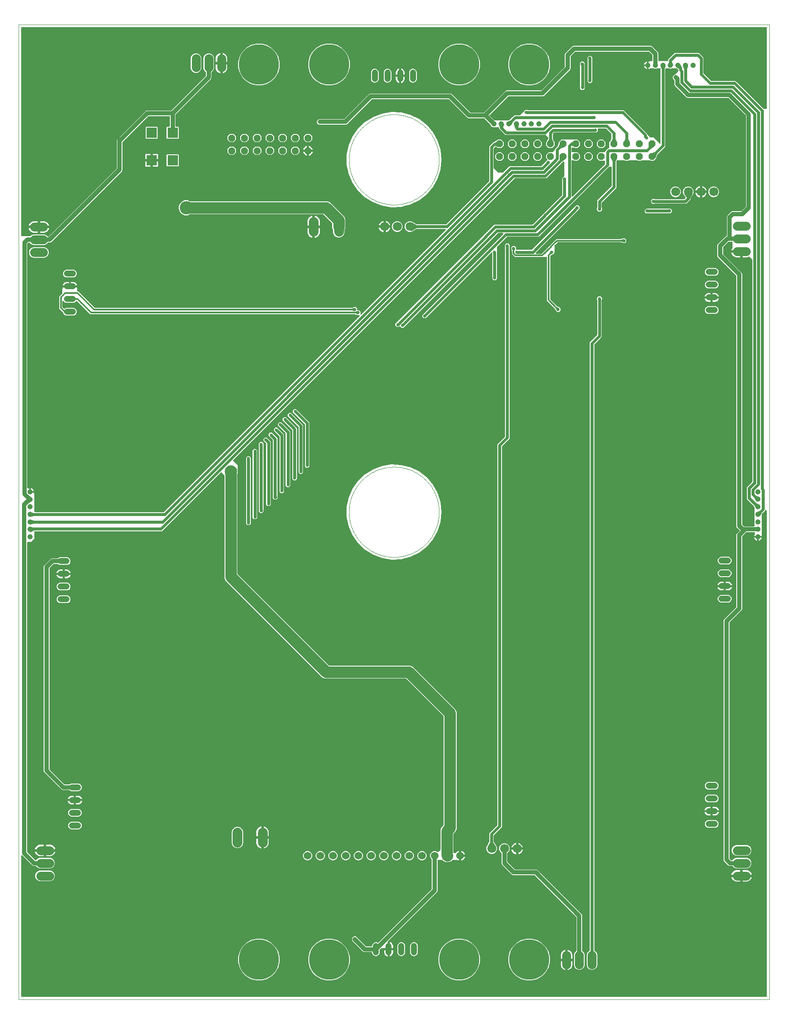
<source format=gbl>
G04 EAGLE Gerber X2 export*
%TF.Part,Single*%
%TF.FileFunction,Other,Bottom layer*%
%TF.FilePolarity,Positive*%
%TF.GenerationSoftware,Autodesk,EAGLE,9.1.1*%
%TF.CreationDate,2018-08-10T14:31:17Z*%
G75*
%MOMM*%
%FSLAX34Y34*%
%LPD*%
%AMOC8*
5,1,8,0,0,1.08239X$1,22.5*%
G01*
%ADD10C,0.001000*%
%ADD11C,1.050000*%
%ADD12C,1.800000*%
%ADD13P,1.484606X8X202.500000*%
%ADD14C,1.800000*%
%ADD15C,1.219200*%
%ADD16R,2.100000X2.100000*%
%ADD17P,1.484606X8X22.500000*%
%ADD18C,1.524000*%
%ADD19C,1.981200*%
%ADD20C,0.609600*%
%ADD21C,0.654800*%
%ADD22C,0.609600*%
%ADD23C,0.812800*%
%ADD24C,0.330200*%
%ADD25C,0.330200*%
%ADD26C,0.754800*%
%ADD27C,0.804800*%
%ADD28C,2.286000*%
%ADD29C,2.476500*%
%ADD30C,2.286000*%
%ADD31C,2.667000*%
%ADD32C,8.000000*%

G36*
X1393763Y5101D02*
X1393763Y5101D01*
X1393882Y5108D01*
X1393920Y5121D01*
X1393961Y5126D01*
X1394071Y5169D01*
X1394184Y5206D01*
X1394219Y5228D01*
X1394256Y5243D01*
X1394352Y5312D01*
X1394453Y5376D01*
X1394481Y5406D01*
X1394514Y5429D01*
X1394590Y5521D01*
X1394671Y5608D01*
X1394691Y5643D01*
X1394716Y5674D01*
X1394767Y5782D01*
X1394825Y5886D01*
X1394835Y5926D01*
X1394852Y5962D01*
X1394874Y6079D01*
X1394904Y6194D01*
X1394908Y6254D01*
X1394912Y6274D01*
X1394910Y6295D01*
X1394914Y6355D01*
X1394914Y975995D01*
X1394899Y976113D01*
X1394892Y976232D01*
X1394879Y976270D01*
X1394874Y976311D01*
X1394831Y976421D01*
X1394794Y976534D01*
X1394772Y976569D01*
X1394757Y976606D01*
X1394688Y976702D01*
X1394624Y976803D01*
X1394594Y976831D01*
X1394571Y976864D01*
X1394479Y976940D01*
X1394392Y977021D01*
X1394357Y977041D01*
X1394326Y977066D01*
X1394218Y977117D01*
X1394114Y977175D01*
X1394074Y977185D01*
X1394038Y977202D01*
X1393921Y977224D01*
X1393806Y977254D01*
X1393746Y977258D01*
X1393726Y977262D01*
X1393705Y977260D01*
X1393645Y977264D01*
X1392357Y977264D01*
X1392259Y977252D01*
X1392160Y977249D01*
X1392101Y977232D01*
X1392041Y977224D01*
X1391949Y977188D01*
X1391854Y977160D01*
X1391802Y977130D01*
X1391746Y977107D01*
X1391666Y977049D01*
X1391580Y976999D01*
X1391505Y976933D01*
X1391488Y976921D01*
X1391480Y976911D01*
X1391459Y976893D01*
X1386362Y971795D01*
X1386328Y971751D01*
X1386287Y971714D01*
X1386231Y971626D01*
X1386167Y971544D01*
X1386145Y971493D01*
X1386115Y971446D01*
X1386055Y971297D01*
X1385892Y970807D01*
X1385794Y970740D01*
X1385668Y970655D01*
X1385663Y970650D01*
X1385658Y970646D01*
X1385557Y970531D01*
X1385456Y970418D01*
X1385453Y970412D01*
X1385449Y970407D01*
X1385367Y970268D01*
X1385071Y969677D01*
X1385052Y969625D01*
X1385025Y969576D01*
X1384999Y969475D01*
X1384965Y969377D01*
X1384960Y969322D01*
X1384946Y969268D01*
X1384936Y969107D01*
X1384936Y926775D01*
X1384914Y926725D01*
X1384880Y926671D01*
X1384851Y926580D01*
X1384813Y926493D01*
X1384803Y926429D01*
X1384784Y926368D01*
X1384778Y926272D01*
X1384763Y926178D01*
X1384770Y926114D01*
X1384766Y926050D01*
X1384787Y925890D01*
X1384795Y925849D01*
X1377680Y925849D01*
X1377562Y925834D01*
X1377443Y925827D01*
X1377405Y925814D01*
X1377365Y925809D01*
X1377254Y925766D01*
X1377206Y925750D01*
X1377188Y925760D01*
X1377149Y925770D01*
X1377113Y925787D01*
X1376996Y925809D01*
X1376880Y925839D01*
X1376820Y925843D01*
X1376800Y925847D01*
X1376780Y925845D01*
X1376720Y925849D01*
X1369605Y925849D01*
X1369709Y926373D01*
X1370296Y927790D01*
X1370750Y928470D01*
X1370810Y928590D01*
X1370875Y928707D01*
X1370881Y928732D01*
X1370893Y928755D01*
X1370921Y928886D01*
X1370954Y929015D01*
X1370956Y929051D01*
X1370960Y929066D01*
X1370959Y929088D01*
X1370964Y929176D01*
X1370964Y932242D01*
X1370949Y932360D01*
X1370942Y932479D01*
X1370929Y932517D01*
X1370924Y932558D01*
X1370881Y932668D01*
X1370844Y932781D01*
X1370822Y932816D01*
X1370807Y932853D01*
X1370738Y932949D01*
X1370674Y933050D01*
X1370644Y933078D01*
X1370621Y933111D01*
X1370529Y933187D01*
X1370442Y933268D01*
X1370407Y933288D01*
X1370376Y933313D01*
X1370268Y933364D01*
X1370164Y933422D01*
X1370124Y933432D01*
X1370088Y933449D01*
X1369971Y933471D01*
X1369856Y933501D01*
X1369796Y933505D01*
X1369776Y933509D01*
X1369755Y933507D01*
X1369695Y933511D01*
X1354691Y933511D01*
X1354592Y933499D01*
X1354493Y933496D01*
X1354435Y933479D01*
X1354375Y933471D01*
X1354283Y933435D01*
X1354188Y933407D01*
X1354136Y933377D01*
X1354079Y933354D01*
X1353999Y933296D01*
X1353914Y933246D01*
X1353839Y933180D01*
X1353822Y933168D01*
X1353814Y933158D01*
X1353793Y933140D01*
X1345810Y925157D01*
X1345750Y925079D01*
X1345682Y925006D01*
X1345653Y924953D01*
X1345616Y924906D01*
X1345576Y924815D01*
X1345528Y924728D01*
X1345513Y924669D01*
X1345489Y924614D01*
X1345474Y924516D01*
X1345449Y924420D01*
X1345443Y924320D01*
X1345439Y924300D01*
X1345441Y924287D01*
X1345439Y924259D01*
X1345439Y779938D01*
X1344588Y777884D01*
X1342837Y776134D01*
X1320410Y753707D01*
X1320350Y753629D01*
X1320282Y753556D01*
X1320253Y753503D01*
X1320216Y753456D01*
X1320176Y753365D01*
X1320128Y753278D01*
X1320113Y753219D01*
X1320089Y753164D01*
X1320074Y753066D01*
X1320049Y752970D01*
X1320043Y752870D01*
X1320039Y752850D01*
X1320041Y752837D01*
X1320039Y752809D01*
X1320039Y282241D01*
X1320051Y282142D01*
X1320054Y282043D01*
X1320071Y281985D01*
X1320079Y281925D01*
X1320115Y281833D01*
X1320143Y281738D01*
X1320173Y281686D01*
X1320196Y281629D01*
X1320254Y281549D01*
X1320304Y281464D01*
X1320370Y281389D01*
X1320382Y281372D01*
X1320392Y281364D01*
X1320410Y281343D01*
X1323193Y278560D01*
X1323271Y278500D01*
X1323344Y278432D01*
X1323397Y278403D01*
X1323444Y278366D01*
X1323535Y278326D01*
X1323622Y278278D01*
X1323681Y278263D01*
X1323736Y278239D01*
X1323834Y278224D01*
X1323930Y278199D01*
X1324030Y278193D01*
X1324050Y278189D01*
X1324063Y278191D01*
X1324091Y278189D01*
X1325679Y278189D01*
X1325777Y278201D01*
X1325876Y278204D01*
X1325934Y278221D01*
X1325994Y278229D01*
X1326086Y278265D01*
X1326181Y278293D01*
X1326234Y278323D01*
X1326290Y278346D01*
X1326370Y278404D01*
X1326455Y278454D01*
X1326531Y278520D01*
X1326547Y278532D01*
X1326555Y278542D01*
X1326576Y278560D01*
X1329538Y281522D01*
X1333406Y283125D01*
X1355594Y283125D01*
X1359462Y281522D01*
X1362422Y278562D01*
X1364025Y274694D01*
X1364025Y270506D01*
X1362422Y266638D01*
X1359462Y263678D01*
X1355594Y262075D01*
X1333406Y262075D01*
X1329538Y263678D01*
X1326576Y266640D01*
X1326498Y266700D01*
X1326426Y266768D01*
X1326373Y266797D01*
X1326325Y266834D01*
X1326234Y266874D01*
X1326147Y266922D01*
X1326089Y266937D01*
X1326033Y266961D01*
X1325935Y266976D01*
X1325839Y267001D01*
X1325739Y267007D01*
X1325719Y267011D01*
X1325707Y267009D01*
X1325679Y267011D01*
X1320138Y267011D01*
X1318084Y267862D01*
X1309712Y276234D01*
X1308861Y278288D01*
X1308861Y756762D01*
X1309712Y758816D01*
X1311463Y760566D01*
X1333890Y782993D01*
X1333950Y783071D01*
X1334018Y783144D01*
X1334047Y783197D01*
X1334084Y783244D01*
X1334124Y783335D01*
X1334172Y783422D01*
X1334187Y783481D01*
X1334211Y783536D01*
X1334226Y783634D01*
X1334251Y783730D01*
X1334257Y783830D01*
X1334261Y783850D01*
X1334259Y783863D01*
X1334261Y783891D01*
X1334261Y928212D01*
X1335112Y930266D01*
X1340574Y935728D01*
X1340647Y935822D01*
X1340726Y935911D01*
X1340744Y935947D01*
X1340769Y935979D01*
X1340816Y936088D01*
X1340870Y936194D01*
X1340879Y936233D01*
X1340895Y936271D01*
X1340914Y936388D01*
X1340940Y936504D01*
X1340939Y936545D01*
X1340945Y936585D01*
X1340934Y936703D01*
X1340930Y936822D01*
X1340919Y936861D01*
X1340915Y936901D01*
X1340875Y937014D01*
X1340842Y937128D01*
X1340821Y937163D01*
X1340808Y937201D01*
X1340741Y937299D01*
X1340680Y937402D01*
X1340640Y937447D01*
X1340629Y937464D01*
X1340614Y937477D01*
X1340574Y937523D01*
X1336863Y941234D01*
X1335112Y942984D01*
X1334261Y945038D01*
X1334261Y1444959D01*
X1334249Y1445058D01*
X1334246Y1445157D01*
X1334229Y1445215D01*
X1334221Y1445275D01*
X1334185Y1445367D01*
X1334157Y1445462D01*
X1334127Y1445514D01*
X1334104Y1445571D01*
X1334046Y1445651D01*
X1333996Y1445736D01*
X1333930Y1445811D01*
X1333918Y1445828D01*
X1333908Y1445836D01*
X1333890Y1445857D01*
X1297012Y1482734D01*
X1296161Y1484788D01*
X1296161Y1506062D01*
X1297012Y1508116D01*
X1312734Y1523838D01*
X1314428Y1524539D01*
X1314453Y1524554D01*
X1314481Y1524563D01*
X1314591Y1524633D01*
X1314704Y1524697D01*
X1314725Y1524717D01*
X1314750Y1524733D01*
X1314839Y1524828D01*
X1314932Y1524918D01*
X1314948Y1524943D01*
X1314968Y1524965D01*
X1315031Y1525079D01*
X1315099Y1525189D01*
X1315107Y1525218D01*
X1315122Y1525243D01*
X1315154Y1525369D01*
X1315192Y1525493D01*
X1315194Y1525523D01*
X1315201Y1525551D01*
X1315211Y1525712D01*
X1315211Y1563212D01*
X1316062Y1565266D01*
X1323984Y1573188D01*
X1326038Y1574039D01*
X1343359Y1574039D01*
X1343458Y1574051D01*
X1343557Y1574054D01*
X1343615Y1574071D01*
X1343675Y1574079D01*
X1343767Y1574115D01*
X1343862Y1574143D01*
X1343914Y1574173D01*
X1343971Y1574196D01*
X1344051Y1574254D01*
X1344136Y1574304D01*
X1344211Y1574370D01*
X1344228Y1574382D01*
X1344236Y1574392D01*
X1344257Y1574410D01*
X1352940Y1583093D01*
X1353000Y1583171D01*
X1353068Y1583244D01*
X1353097Y1583297D01*
X1353134Y1583344D01*
X1353174Y1583435D01*
X1353222Y1583522D01*
X1353237Y1583581D01*
X1353261Y1583636D01*
X1353276Y1583734D01*
X1353301Y1583830D01*
X1353307Y1583930D01*
X1353311Y1583950D01*
X1353309Y1583963D01*
X1353311Y1583991D01*
X1353311Y1764870D01*
X1353299Y1764968D01*
X1353296Y1765067D01*
X1353279Y1765125D01*
X1353271Y1765185D01*
X1353235Y1765277D01*
X1353207Y1765373D01*
X1353177Y1765425D01*
X1353154Y1765481D01*
X1353096Y1765561D01*
X1353046Y1765646D01*
X1352980Y1765722D01*
X1352968Y1765738D01*
X1352958Y1765746D01*
X1352940Y1765767D01*
X1318473Y1800234D01*
X1318395Y1800294D01*
X1318323Y1800362D01*
X1318270Y1800391D01*
X1318222Y1800428D01*
X1318131Y1800468D01*
X1318044Y1800516D01*
X1317986Y1800531D01*
X1317930Y1800555D01*
X1317832Y1800570D01*
X1317737Y1800595D01*
X1317636Y1800601D01*
X1317616Y1800605D01*
X1317604Y1800603D01*
X1317576Y1800605D01*
X1236755Y1800605D01*
X1234701Y1801456D01*
X1211306Y1824851D01*
X1210455Y1826905D01*
X1210455Y1835465D01*
X1210443Y1835564D01*
X1210440Y1835663D01*
X1210423Y1835721D01*
X1210415Y1835781D01*
X1210379Y1835873D01*
X1210351Y1835968D01*
X1210321Y1836020D01*
X1210298Y1836077D01*
X1210240Y1836157D01*
X1210190Y1836242D01*
X1210124Y1836317D01*
X1210112Y1836334D01*
X1210102Y1836342D01*
X1210084Y1836363D01*
X1208112Y1838334D01*
X1207261Y1840388D01*
X1207261Y1842612D01*
X1208112Y1844666D01*
X1209684Y1846238D01*
X1211431Y1846961D01*
X1211456Y1846976D01*
X1211484Y1846985D01*
X1211594Y1847055D01*
X1211707Y1847119D01*
X1211728Y1847139D01*
X1211753Y1847155D01*
X1211842Y1847250D01*
X1211935Y1847340D01*
X1211951Y1847365D01*
X1211971Y1847387D01*
X1212034Y1847501D01*
X1212102Y1847611D01*
X1212110Y1847639D01*
X1212125Y1847665D01*
X1212157Y1847791D01*
X1212195Y1847915D01*
X1212197Y1847945D01*
X1212204Y1847973D01*
X1212213Y1848112D01*
X1217305Y1853204D01*
X1217366Y1853283D01*
X1217434Y1853355D01*
X1217463Y1853408D01*
X1217500Y1853456D01*
X1217540Y1853547D01*
X1217587Y1853633D01*
X1217602Y1853692D01*
X1217627Y1853747D01*
X1217642Y1853845D01*
X1217667Y1853941D01*
X1217673Y1854041D01*
X1217676Y1854062D01*
X1217675Y1854074D01*
X1217677Y1854102D01*
X1217677Y1857247D01*
X1217659Y1857388D01*
X1217645Y1857530D01*
X1217639Y1857546D01*
X1217637Y1857562D01*
X1217585Y1857694D01*
X1217536Y1857828D01*
X1217526Y1857842D01*
X1217520Y1857858D01*
X1217437Y1857973D01*
X1217356Y1858091D01*
X1217343Y1858102D01*
X1217333Y1858115D01*
X1217224Y1858206D01*
X1217116Y1858300D01*
X1217096Y1858312D01*
X1217088Y1858318D01*
X1217071Y1858326D01*
X1216977Y1858381D01*
X1216422Y1858660D01*
X1214521Y1859615D01*
X1214501Y1859622D01*
X1214437Y1859653D01*
X1214039Y1859818D01*
X1214030Y1859820D01*
X1214022Y1859825D01*
X1213878Y1859862D01*
X1213733Y1859902D01*
X1213723Y1859902D01*
X1213714Y1859904D01*
X1213554Y1859914D01*
X1206046Y1859914D01*
X1206037Y1859913D01*
X1206028Y1859914D01*
X1205879Y1859893D01*
X1205731Y1859874D01*
X1205722Y1859871D01*
X1205713Y1859870D01*
X1205561Y1859818D01*
X1203648Y1859025D01*
X1200952Y1859025D01*
X1199039Y1859818D01*
X1199031Y1859820D01*
X1199022Y1859825D01*
X1198877Y1859862D01*
X1198733Y1859902D01*
X1198723Y1859902D01*
X1198714Y1859904D01*
X1198554Y1859914D01*
X1193506Y1859914D01*
X1193502Y1859914D01*
X1193499Y1859914D01*
X1193346Y1859894D01*
X1193190Y1859874D01*
X1193187Y1859873D01*
X1193184Y1859873D01*
X1193038Y1859814D01*
X1192895Y1859757D01*
X1192892Y1859755D01*
X1192889Y1859754D01*
X1192761Y1859660D01*
X1192637Y1859571D01*
X1192635Y1859568D01*
X1192632Y1859566D01*
X1192534Y1859446D01*
X1192434Y1859326D01*
X1192433Y1859322D01*
X1192431Y1859320D01*
X1192364Y1859176D01*
X1192299Y1859038D01*
X1192298Y1859035D01*
X1192297Y1859031D01*
X1192268Y1858875D01*
X1192239Y1858726D01*
X1192239Y1858722D01*
X1192239Y1858719D01*
X1192249Y1858564D01*
X1192255Y1858477D01*
X1192008Y1857985D01*
X1191989Y1857933D01*
X1191962Y1857884D01*
X1191936Y1857783D01*
X1191902Y1857685D01*
X1191897Y1857630D01*
X1191883Y1857576D01*
X1191873Y1857416D01*
X1191873Y1703406D01*
X1188823Y1700356D01*
X1188822Y1700356D01*
X1177210Y1688743D01*
X1176401Y1687934D01*
X1176381Y1687908D01*
X1176356Y1687887D01*
X1176283Y1687783D01*
X1176206Y1687683D01*
X1176193Y1687653D01*
X1176174Y1687626D01*
X1176108Y1687478D01*
X1174501Y1683150D01*
X1174262Y1682507D01*
X1174229Y1682366D01*
X1174193Y1682226D01*
X1174192Y1682206D01*
X1174190Y1682198D01*
X1174190Y1682180D01*
X1174183Y1682065D01*
X1174183Y1680328D01*
X1173217Y1679362D01*
X1173197Y1679336D01*
X1173172Y1679315D01*
X1173100Y1679211D01*
X1173022Y1679111D01*
X1173015Y1679093D01*
X1173013Y1679092D01*
X1172888Y1679019D01*
X1172873Y1679006D01*
X1172866Y1679001D01*
X1172853Y1678988D01*
X1172767Y1678912D01*
X1169272Y1675417D01*
X1162321Y1675417D01*
X1162274Y1675453D01*
X1162202Y1675521D01*
X1162149Y1675550D01*
X1162101Y1675587D01*
X1162010Y1675627D01*
X1161924Y1675675D01*
X1161865Y1675690D01*
X1161809Y1675714D01*
X1161712Y1675729D01*
X1161616Y1675754D01*
X1161515Y1675760D01*
X1161495Y1675764D01*
X1161483Y1675762D01*
X1161455Y1675764D01*
X1144745Y1675764D01*
X1144647Y1675752D01*
X1144548Y1675749D01*
X1144490Y1675732D01*
X1144429Y1675724D01*
X1144337Y1675688D01*
X1144242Y1675660D01*
X1144190Y1675630D01*
X1144134Y1675607D01*
X1144054Y1675549D01*
X1143968Y1675499D01*
X1143893Y1675433D01*
X1143876Y1675421D01*
X1143874Y1675417D01*
X1136921Y1675417D01*
X1136874Y1675453D01*
X1136802Y1675521D01*
X1136749Y1675550D01*
X1136701Y1675587D01*
X1136610Y1675627D01*
X1136524Y1675675D01*
X1136465Y1675690D01*
X1136409Y1675714D01*
X1136312Y1675729D01*
X1136216Y1675754D01*
X1136115Y1675760D01*
X1136095Y1675764D01*
X1136083Y1675762D01*
X1136055Y1675764D01*
X1119345Y1675764D01*
X1119247Y1675752D01*
X1119148Y1675749D01*
X1119090Y1675732D01*
X1119029Y1675724D01*
X1118937Y1675688D01*
X1118842Y1675660D01*
X1118790Y1675630D01*
X1118734Y1675607D01*
X1118654Y1675549D01*
X1118568Y1675499D01*
X1118493Y1675433D01*
X1118476Y1675421D01*
X1118474Y1675417D01*
X1111521Y1675417D01*
X1111474Y1675453D01*
X1111402Y1675521D01*
X1111349Y1675550D01*
X1111301Y1675587D01*
X1111210Y1675627D01*
X1111124Y1675675D01*
X1111065Y1675690D01*
X1111009Y1675714D01*
X1110912Y1675729D01*
X1110816Y1675754D01*
X1110715Y1675760D01*
X1110695Y1675764D01*
X1110683Y1675762D01*
X1110655Y1675764D01*
X1095953Y1675764D01*
X1095947Y1675764D01*
X1095941Y1675764D01*
X1095790Y1675744D01*
X1095637Y1675724D01*
X1095632Y1675722D01*
X1095626Y1675721D01*
X1095484Y1675664D01*
X1095341Y1675607D01*
X1095337Y1675604D01*
X1095331Y1675602D01*
X1095207Y1675510D01*
X1095084Y1675421D01*
X1095080Y1675416D01*
X1095076Y1675413D01*
X1094979Y1675293D01*
X1094881Y1675176D01*
X1094879Y1675170D01*
X1094875Y1675166D01*
X1094799Y1675024D01*
X1094288Y1673910D01*
X1094278Y1673878D01*
X1094262Y1673850D01*
X1094231Y1673727D01*
X1094193Y1673606D01*
X1094191Y1673574D01*
X1094183Y1673542D01*
X1094173Y1673381D01*
X1094173Y1621106D01*
X1065394Y1592328D01*
X1065334Y1592249D01*
X1065266Y1592177D01*
X1065237Y1592124D01*
X1065200Y1592076D01*
X1065160Y1591985D01*
X1065112Y1591899D01*
X1065097Y1591840D01*
X1065073Y1591785D01*
X1065058Y1591687D01*
X1065033Y1591591D01*
X1065027Y1591491D01*
X1065023Y1591470D01*
X1065025Y1591458D01*
X1065023Y1591430D01*
X1065023Y1581387D01*
X1065035Y1581289D01*
X1065038Y1581190D01*
X1065055Y1581132D01*
X1065063Y1581072D01*
X1065099Y1580980D01*
X1065127Y1580885D01*
X1065157Y1580833D01*
X1065180Y1580776D01*
X1065238Y1580696D01*
X1065249Y1580678D01*
X1065249Y1576660D01*
X1062438Y1573849D01*
X1058462Y1573849D01*
X1055651Y1576660D01*
X1055651Y1580672D01*
X1055663Y1580693D01*
X1055700Y1580741D01*
X1055740Y1580832D01*
X1055788Y1580919D01*
X1055803Y1580977D01*
X1055827Y1581033D01*
X1055842Y1581131D01*
X1055867Y1581227D01*
X1055873Y1581327D01*
X1055877Y1581347D01*
X1055875Y1581359D01*
X1055877Y1581387D01*
X1055877Y1595744D01*
X1058927Y1598794D01*
X1058928Y1598794D01*
X1084656Y1624522D01*
X1084716Y1624601D01*
X1084784Y1624673D01*
X1084813Y1624726D01*
X1084850Y1624774D01*
X1084890Y1624865D01*
X1084938Y1624951D01*
X1084953Y1625010D01*
X1084977Y1625065D01*
X1084992Y1625163D01*
X1085017Y1625259D01*
X1085023Y1625359D01*
X1085027Y1625380D01*
X1085025Y1625392D01*
X1085027Y1625420D01*
X1085027Y1661795D01*
X1085012Y1661913D01*
X1085005Y1662032D01*
X1084992Y1662070D01*
X1084987Y1662111D01*
X1084944Y1662221D01*
X1084907Y1662334D01*
X1084885Y1662369D01*
X1084870Y1662406D01*
X1084801Y1662502D01*
X1084737Y1662603D01*
X1084707Y1662631D01*
X1084684Y1662664D01*
X1084592Y1662740D01*
X1084505Y1662821D01*
X1084470Y1662841D01*
X1084439Y1662866D01*
X1084331Y1662917D01*
X1084227Y1662975D01*
X1084187Y1662985D01*
X1084151Y1663002D01*
X1084034Y1663024D01*
X1083919Y1663054D01*
X1083859Y1663058D01*
X1083839Y1663062D01*
X1083818Y1663060D01*
X1083758Y1663064D01*
X1079507Y1663064D01*
X1079409Y1663052D01*
X1079310Y1663049D01*
X1079251Y1663032D01*
X1079191Y1663024D01*
X1079099Y1662988D01*
X1079004Y1662960D01*
X1078952Y1662930D01*
X1078896Y1662907D01*
X1078816Y1662849D01*
X1078730Y1662799D01*
X1078655Y1662733D01*
X1078638Y1662721D01*
X1078630Y1662711D01*
X1078609Y1662693D01*
X939154Y1523237D01*
X876180Y1523237D01*
X876082Y1523225D01*
X875983Y1523222D01*
X875924Y1523205D01*
X875864Y1523197D01*
X875772Y1523161D01*
X875677Y1523133D01*
X875625Y1523103D01*
X875569Y1523080D01*
X875489Y1523022D01*
X875403Y1522972D01*
X875328Y1522906D01*
X875311Y1522894D01*
X875303Y1522884D01*
X875282Y1522866D01*
X855844Y1503428D01*
X855784Y1503349D01*
X855716Y1503277D01*
X855687Y1503224D01*
X855650Y1503176D01*
X855610Y1503085D01*
X855562Y1502999D01*
X855547Y1502940D01*
X855523Y1502885D01*
X855508Y1502787D01*
X855483Y1502691D01*
X855477Y1502591D01*
X855473Y1502570D01*
X855475Y1502558D01*
X855473Y1502530D01*
X855473Y1495342D01*
X855485Y1495244D01*
X855488Y1495145D01*
X855505Y1495087D01*
X855513Y1495027D01*
X855549Y1494935D01*
X855577Y1494840D01*
X855607Y1494788D01*
X855630Y1494731D01*
X855688Y1494651D01*
X855699Y1494633D01*
X855699Y1490579D01*
X855687Y1490558D01*
X855650Y1490510D01*
X855610Y1490419D01*
X855562Y1490332D01*
X855547Y1490274D01*
X855523Y1490218D01*
X855508Y1490120D01*
X855483Y1490024D01*
X855477Y1489924D01*
X855473Y1489904D01*
X855475Y1489892D01*
X855473Y1489864D01*
X855473Y1444189D01*
X855485Y1444091D01*
X855488Y1443992D01*
X855505Y1443934D01*
X855513Y1443874D01*
X855549Y1443782D01*
X855577Y1443687D01*
X855607Y1443635D01*
X855630Y1443578D01*
X855688Y1443498D01*
X855699Y1443480D01*
X855699Y1439462D01*
X852888Y1436651D01*
X848912Y1436651D01*
X846101Y1439462D01*
X846101Y1443474D01*
X846113Y1443495D01*
X846150Y1443543D01*
X846190Y1443634D01*
X846238Y1443721D01*
X846253Y1443779D01*
X846277Y1443835D01*
X846292Y1443933D01*
X846317Y1444029D01*
X846323Y1444129D01*
X846327Y1444149D01*
X846325Y1444161D01*
X846327Y1444189D01*
X846327Y1489864D01*
X846315Y1489962D01*
X846312Y1490061D01*
X846295Y1490119D01*
X846287Y1490179D01*
X846251Y1490271D01*
X846223Y1490366D01*
X846193Y1490418D01*
X846170Y1490475D01*
X846112Y1490555D01*
X846101Y1490573D01*
X846101Y1490620D01*
X846084Y1490758D01*
X846071Y1490897D01*
X846064Y1490916D01*
X846061Y1490936D01*
X846010Y1491065D01*
X845963Y1491196D01*
X845952Y1491213D01*
X845944Y1491231D01*
X845863Y1491343D01*
X845785Y1491459D01*
X845769Y1491472D01*
X845758Y1491489D01*
X845650Y1491578D01*
X845546Y1491669D01*
X845528Y1491679D01*
X845513Y1491692D01*
X845387Y1491751D01*
X845263Y1491814D01*
X845243Y1491819D01*
X845225Y1491827D01*
X845089Y1491853D01*
X844953Y1491884D01*
X844932Y1491883D01*
X844913Y1491887D01*
X844774Y1491878D01*
X844635Y1491874D01*
X844615Y1491868D01*
X844595Y1491867D01*
X844463Y1491824D01*
X844329Y1491786D01*
X844312Y1491775D01*
X844293Y1491769D01*
X844175Y1491695D01*
X844055Y1491624D01*
X844034Y1491606D01*
X844024Y1491599D01*
X844010Y1491584D01*
X843935Y1491518D01*
X713094Y1360677D01*
X709306Y1360677D01*
X706627Y1363356D01*
X706627Y1367144D01*
X868174Y1528691D01*
X868259Y1528800D01*
X868348Y1528907D01*
X868356Y1528926D01*
X868369Y1528942D01*
X868424Y1529070D01*
X868483Y1529195D01*
X868487Y1529215D01*
X868495Y1529234D01*
X868517Y1529372D01*
X868543Y1529508D01*
X868542Y1529528D01*
X868545Y1529548D01*
X868532Y1529687D01*
X868523Y1529825D01*
X868517Y1529844D01*
X868515Y1529864D01*
X868468Y1529996D01*
X868425Y1530127D01*
X868414Y1530145D01*
X868407Y1530164D01*
X868329Y1530279D01*
X868255Y1530396D01*
X868240Y1530410D01*
X868229Y1530427D01*
X868125Y1530519D01*
X868023Y1530614D01*
X868006Y1530624D01*
X867990Y1530637D01*
X867867Y1530700D01*
X867745Y1530768D01*
X867725Y1530773D01*
X867707Y1530782D01*
X867571Y1530812D01*
X867437Y1530847D01*
X867409Y1530849D01*
X867397Y1530852D01*
X867376Y1530851D01*
X867276Y1530857D01*
X858273Y1530857D01*
X858175Y1530845D01*
X858076Y1530842D01*
X858017Y1530825D01*
X857957Y1530817D01*
X857865Y1530781D01*
X857770Y1530753D01*
X857718Y1530723D01*
X857662Y1530700D01*
X857582Y1530642D01*
X857496Y1530592D01*
X857421Y1530526D01*
X857404Y1530514D01*
X857396Y1530504D01*
X857375Y1530486D01*
X668644Y1341754D01*
X664856Y1341754D01*
X662227Y1344384D01*
X662132Y1344457D01*
X662043Y1344535D01*
X662007Y1344554D01*
X661975Y1344579D01*
X661866Y1344626D01*
X661760Y1344680D01*
X661721Y1344689D01*
X661683Y1344705D01*
X661566Y1344724D01*
X661450Y1344750D01*
X661409Y1344748D01*
X661369Y1344755D01*
X661251Y1344744D01*
X661132Y1344740D01*
X661093Y1344729D01*
X661053Y1344725D01*
X660941Y1344685D01*
X660826Y1344652D01*
X660792Y1344631D01*
X660753Y1344617D01*
X660655Y1344551D01*
X660552Y1344490D01*
X660507Y1344450D01*
X660490Y1344439D01*
X660477Y1344424D01*
X660432Y1344384D01*
X659249Y1343201D01*
X655461Y1343201D01*
X652782Y1345880D01*
X652782Y1349668D01*
X850737Y1547623D01*
X926604Y1547623D01*
X926702Y1547635D01*
X926801Y1547638D01*
X926859Y1547655D01*
X926919Y1547663D01*
X927012Y1547699D01*
X927107Y1547727D01*
X927159Y1547757D01*
X927215Y1547780D01*
X927295Y1547838D01*
X927381Y1547888D01*
X927456Y1547954D01*
X927472Y1547966D01*
X927480Y1547976D01*
X927501Y1547994D01*
X947556Y1568049D01*
X985656Y1606149D01*
X985716Y1606227D01*
X985784Y1606299D01*
X985813Y1606352D01*
X985850Y1606400D01*
X985890Y1606491D01*
X985938Y1606578D01*
X985953Y1606636D01*
X985977Y1606692D01*
X985992Y1606790D01*
X986017Y1606885D01*
X986023Y1606985D01*
X986027Y1607006D01*
X986025Y1607018D01*
X986027Y1607046D01*
X986027Y1635561D01*
X986015Y1635659D01*
X986012Y1635758D01*
X985995Y1635816D01*
X985987Y1635876D01*
X985951Y1635968D01*
X985923Y1636063D01*
X985893Y1636115D01*
X985870Y1636172D01*
X985812Y1636252D01*
X985801Y1636270D01*
X985801Y1640288D01*
X988612Y1643099D01*
X988695Y1643099D01*
X988813Y1643114D01*
X988932Y1643121D01*
X988970Y1643134D01*
X989011Y1643139D01*
X989121Y1643182D01*
X989234Y1643219D01*
X989269Y1643241D01*
X989306Y1643256D01*
X989402Y1643325D01*
X989503Y1643389D01*
X989531Y1643419D01*
X989564Y1643442D01*
X989640Y1643534D01*
X989721Y1643621D01*
X989741Y1643656D01*
X989766Y1643687D01*
X989817Y1643795D01*
X989875Y1643899D01*
X989885Y1643939D01*
X989902Y1643975D01*
X989924Y1644092D01*
X989954Y1644207D01*
X989958Y1644267D01*
X989962Y1644287D01*
X989960Y1644308D01*
X989964Y1644368D01*
X989964Y1672270D01*
X989958Y1672318D01*
X989961Y1672366D01*
X989938Y1672475D01*
X989924Y1672586D01*
X989907Y1672630D01*
X989897Y1672678D01*
X989848Y1672778D01*
X989807Y1672881D01*
X989779Y1672920D01*
X989758Y1672964D01*
X989686Y1673049D01*
X989621Y1673139D01*
X989583Y1673169D01*
X989552Y1673206D01*
X989461Y1673271D01*
X989376Y1673341D01*
X989332Y1673362D01*
X989292Y1673390D01*
X989188Y1673430D01*
X989088Y1673477D01*
X989040Y1673486D01*
X988995Y1673503D01*
X988885Y1673516D01*
X988776Y1673537D01*
X988727Y1673534D01*
X988679Y1673539D01*
X988569Y1673524D01*
X988458Y1673517D01*
X988412Y1673502D01*
X988364Y1673495D01*
X988261Y1673453D01*
X988156Y1673419D01*
X988115Y1673393D01*
X988070Y1673375D01*
X987935Y1673287D01*
X986696Y1672361D01*
X986688Y1672353D01*
X986679Y1672348D01*
X986558Y1672241D01*
X957444Y1643128D01*
X954394Y1640077D01*
X891420Y1640077D01*
X891322Y1640065D01*
X891223Y1640062D01*
X891164Y1640045D01*
X891104Y1640037D01*
X891012Y1640001D01*
X890917Y1639973D01*
X890865Y1639943D01*
X890809Y1639920D01*
X890729Y1639862D01*
X890643Y1639812D01*
X890568Y1639746D01*
X890551Y1639734D01*
X890543Y1639724D01*
X890522Y1639706D01*
X328430Y1077614D01*
X328357Y1077520D01*
X328279Y1077430D01*
X328260Y1077394D01*
X328235Y1077362D01*
X328188Y1077253D01*
X328134Y1077147D01*
X328125Y1077108D01*
X328109Y1077070D01*
X328090Y1076953D01*
X328064Y1076837D01*
X328066Y1076796D01*
X328059Y1076756D01*
X328070Y1076638D01*
X328074Y1076519D01*
X328085Y1076480D01*
X328089Y1076440D01*
X328129Y1076328D01*
X328162Y1076213D01*
X328183Y1076179D01*
X328197Y1076140D01*
X328264Y1076042D01*
X328324Y1075939D01*
X328364Y1075894D01*
X328375Y1075877D01*
X328391Y1075864D01*
X328430Y1075819D01*
X337186Y1067063D01*
X337186Y1060183D01*
X337176Y1060175D01*
X337102Y1060069D01*
X337022Y1059967D01*
X337010Y1059940D01*
X336993Y1059915D01*
X336947Y1059794D01*
X336896Y1059675D01*
X336891Y1059646D01*
X336881Y1059618D01*
X336866Y1059489D01*
X336846Y1059361D01*
X336849Y1059332D01*
X336845Y1059302D01*
X336864Y1059173D01*
X336876Y1059044D01*
X336886Y1059016D01*
X336890Y1058987D01*
X336942Y1058835D01*
X337757Y1056866D01*
X337757Y1051334D01*
X336901Y1049267D01*
X336899Y1049258D01*
X336894Y1049250D01*
X336857Y1049105D01*
X336817Y1048961D01*
X336817Y1048951D01*
X336815Y1048942D01*
X336805Y1048782D01*
X336805Y850442D01*
X336817Y850344D01*
X336820Y850245D01*
X336837Y850186D01*
X336845Y850126D01*
X336881Y850034D01*
X336909Y849939D01*
X336939Y849887D01*
X336962Y849831D01*
X337020Y849751D01*
X337070Y849665D01*
X337136Y849590D01*
X337148Y849573D01*
X337158Y849565D01*
X337176Y849544D01*
X519344Y667376D01*
X519423Y667316D01*
X519495Y667248D01*
X519548Y667219D01*
X519596Y667182D01*
X519687Y667142D01*
X519773Y667094D01*
X519832Y667079D01*
X519887Y667055D01*
X519985Y667040D01*
X520081Y667015D01*
X520181Y667009D01*
X520201Y667005D01*
X520214Y667007D01*
X520242Y667005D01*
X682027Y667005D01*
X686788Y665033D01*
X772983Y578838D01*
X774955Y574077D01*
X774955Y340323D01*
X772983Y335562D01*
X768976Y331556D01*
X768916Y331477D01*
X768848Y331405D01*
X768819Y331352D01*
X768782Y331304D01*
X768742Y331213D01*
X768694Y331127D01*
X768679Y331068D01*
X768655Y331013D01*
X768640Y330915D01*
X768615Y330819D01*
X768609Y330719D01*
X768605Y330699D01*
X768607Y330686D01*
X768605Y330658D01*
X768605Y294005D01*
X768620Y293887D01*
X768627Y293768D01*
X768640Y293730D01*
X768645Y293689D01*
X768688Y293579D01*
X768725Y293466D01*
X768747Y293431D01*
X768762Y293394D01*
X768831Y293298D01*
X768895Y293197D01*
X768925Y293169D01*
X768948Y293136D01*
X769040Y293060D01*
X769127Y292979D01*
X769162Y292959D01*
X769193Y292934D01*
X769301Y292883D01*
X769405Y292825D01*
X769445Y292815D01*
X769481Y292798D01*
X769598Y292776D01*
X769713Y292746D01*
X769773Y292742D01*
X769793Y292738D01*
X769814Y292740D01*
X769874Y292736D01*
X772743Y292736D01*
X772782Y292741D01*
X772822Y292738D01*
X772940Y292761D01*
X773059Y292776D01*
X773095Y292790D01*
X773134Y292797D01*
X773243Y292848D01*
X773354Y292893D01*
X773386Y292916D01*
X773422Y292933D01*
X773515Y293009D01*
X773612Y293079D01*
X773637Y293110D01*
X773667Y293135D01*
X773770Y293259D01*
X774250Y293919D01*
X775381Y295050D01*
X776675Y295990D01*
X778100Y296716D01*
X779461Y297159D01*
X779461Y288570D01*
X779476Y288452D01*
X779483Y288333D01*
X779496Y288295D01*
X779501Y288255D01*
X779544Y288144D01*
X779581Y288031D01*
X779603Y287997D01*
X779618Y287959D01*
X779688Y287863D01*
X779751Y287762D01*
X779781Y287734D01*
X779804Y287702D01*
X779896Y287626D01*
X779983Y287544D01*
X780018Y287525D01*
X780049Y287499D01*
X780157Y287448D01*
X780261Y287391D01*
X780301Y287380D01*
X780337Y287363D01*
X780454Y287341D01*
X780569Y287311D01*
X780630Y287307D01*
X780650Y287303D01*
X780670Y287305D01*
X780730Y287301D01*
X782001Y287301D01*
X782001Y287299D01*
X780730Y287299D01*
X780612Y287284D01*
X780493Y287277D01*
X780455Y287264D01*
X780414Y287259D01*
X780304Y287215D01*
X780191Y287179D01*
X780156Y287157D01*
X780119Y287142D01*
X780023Y287072D01*
X779922Y287009D01*
X779894Y286979D01*
X779861Y286955D01*
X779786Y286864D01*
X779704Y286777D01*
X779684Y286742D01*
X779659Y286710D01*
X779608Y286603D01*
X779550Y286498D01*
X779540Y286459D01*
X779523Y286423D01*
X779501Y286306D01*
X779471Y286191D01*
X779467Y286130D01*
X779463Y286110D01*
X779465Y286090D01*
X779461Y286030D01*
X779461Y277441D01*
X778100Y277884D01*
X776675Y278610D01*
X776471Y278758D01*
X776454Y278767D01*
X776439Y278780D01*
X776315Y278843D01*
X776192Y278911D01*
X776173Y278916D01*
X776156Y278925D01*
X776020Y278955D01*
X775884Y278990D01*
X775865Y278990D01*
X775845Y278994D01*
X775706Y278990D01*
X775566Y278990D01*
X775547Y278985D01*
X775528Y278985D01*
X775393Y278946D01*
X775258Y278911D01*
X775241Y278902D01*
X775222Y278896D01*
X775102Y278825D01*
X774991Y278764D01*
X768073Y278764D01*
X768039Y278791D01*
X767950Y278869D01*
X767914Y278888D01*
X767882Y278913D01*
X767773Y278960D01*
X767667Y279014D01*
X767627Y279023D01*
X767590Y279039D01*
X767473Y279058D01*
X767357Y279084D01*
X767316Y279082D01*
X767276Y279089D01*
X767158Y279078D01*
X767039Y279074D01*
X767000Y279063D01*
X766960Y279059D01*
X766847Y279019D01*
X766733Y278986D01*
X766698Y278965D01*
X766660Y278951D01*
X766562Y278885D01*
X766459Y278824D01*
X766414Y278784D01*
X766397Y278773D01*
X766384Y278757D01*
X766338Y278718D01*
X763938Y276317D01*
X759177Y274345D01*
X754023Y274345D01*
X749262Y276317D01*
X747187Y278393D01*
X747108Y278453D01*
X747036Y278521D01*
X746983Y278550D01*
X746935Y278587D01*
X746844Y278627D01*
X746758Y278675D01*
X746699Y278690D01*
X746644Y278714D01*
X746546Y278729D01*
X746450Y278754D01*
X746350Y278760D01*
X746330Y278764D01*
X746317Y278762D01*
X746289Y278764D01*
X738058Y278764D01*
X737940Y278749D01*
X737821Y278742D01*
X737783Y278729D01*
X737742Y278724D01*
X737632Y278681D01*
X737519Y278644D01*
X737484Y278622D01*
X737447Y278607D01*
X737351Y278538D01*
X737250Y278474D01*
X737222Y278444D01*
X737189Y278421D01*
X737113Y278329D01*
X737032Y278242D01*
X737012Y278207D01*
X736987Y278176D01*
X736936Y278068D01*
X736878Y277964D01*
X736868Y277924D01*
X736851Y277888D01*
X736829Y277771D01*
X736799Y277656D01*
X736795Y277596D01*
X736791Y277576D01*
X736793Y277555D01*
X736789Y277495D01*
X736789Y216988D01*
X735938Y214934D01*
X637540Y116537D01*
X637480Y116459D01*
X637412Y116386D01*
X637383Y116333D01*
X637346Y116286D01*
X637306Y116195D01*
X637258Y116108D01*
X637243Y116049D01*
X637219Y115994D01*
X637204Y115896D01*
X637179Y115800D01*
X637173Y115700D01*
X637169Y115680D01*
X637170Y115667D01*
X637169Y115639D01*
X637169Y102731D01*
X629850Y102731D01*
X629763Y102780D01*
X629723Y102790D01*
X629687Y102807D01*
X629570Y102829D01*
X629455Y102859D01*
X629395Y102863D01*
X629375Y102867D01*
X629354Y102865D01*
X629294Y102869D01*
X624994Y102869D01*
X624896Y102857D01*
X624797Y102854D01*
X624739Y102837D01*
X624679Y102829D01*
X624586Y102793D01*
X624491Y102765D01*
X624439Y102735D01*
X624383Y102712D01*
X624303Y102654D01*
X624217Y102604D01*
X624142Y102538D01*
X624126Y102526D01*
X624118Y102516D01*
X624097Y102498D01*
X622547Y100948D01*
X622453Y100942D01*
X622415Y100929D01*
X622374Y100924D01*
X622264Y100881D01*
X622151Y100844D01*
X622116Y100822D01*
X622079Y100807D01*
X621983Y100738D01*
X621882Y100674D01*
X621854Y100644D01*
X621821Y100621D01*
X621745Y100529D01*
X621664Y100442D01*
X621644Y100407D01*
X621619Y100376D01*
X621568Y100268D01*
X621510Y100164D01*
X621500Y100124D01*
X621483Y100088D01*
X621461Y99971D01*
X621431Y99856D01*
X621427Y99796D01*
X621423Y99776D01*
X621425Y99755D01*
X621421Y99695D01*
X621421Y93088D01*
X620261Y90287D01*
X618117Y88143D01*
X615316Y86983D01*
X612284Y86983D01*
X609483Y88143D01*
X607339Y90287D01*
X606179Y93088D01*
X606179Y93842D01*
X606164Y93960D01*
X606157Y94079D01*
X606144Y94117D01*
X606139Y94158D01*
X606096Y94268D01*
X606059Y94381D01*
X606037Y94416D01*
X606022Y94453D01*
X605953Y94549D01*
X605889Y94650D01*
X605859Y94678D01*
X605836Y94711D01*
X605744Y94787D01*
X605657Y94868D01*
X605622Y94888D01*
X605591Y94913D01*
X605483Y94964D01*
X605379Y95022D01*
X605339Y95032D01*
X605303Y95049D01*
X605186Y95071D01*
X605071Y95101D01*
X605011Y95105D01*
X604991Y95109D01*
X604970Y95107D01*
X604910Y95111D01*
X590338Y95111D01*
X588284Y95962D01*
X566762Y117484D01*
X565911Y119538D01*
X565911Y121762D01*
X566762Y123816D01*
X568334Y125388D01*
X570388Y126239D01*
X572612Y126239D01*
X574666Y125388D01*
X593393Y106660D01*
X593471Y106600D01*
X593544Y106532D01*
X593597Y106503D01*
X593644Y106466D01*
X593735Y106426D01*
X593822Y106378D01*
X593881Y106363D01*
X593936Y106339D01*
X594034Y106324D01*
X594130Y106299D01*
X594230Y106293D01*
X594250Y106289D01*
X594263Y106291D01*
X594291Y106289D01*
X604910Y106289D01*
X605028Y106304D01*
X605147Y106311D01*
X605185Y106324D01*
X605226Y106329D01*
X605336Y106372D01*
X605449Y106409D01*
X605484Y106431D01*
X605521Y106446D01*
X605617Y106515D01*
X605718Y106579D01*
X605746Y106609D01*
X605779Y106632D01*
X605855Y106724D01*
X605936Y106811D01*
X605956Y106846D01*
X605981Y106877D01*
X606032Y106985D01*
X606090Y107089D01*
X606100Y107129D01*
X606117Y107165D01*
X606139Y107282D01*
X606169Y107397D01*
X606173Y107457D01*
X606177Y107477D01*
X606175Y107498D01*
X606179Y107558D01*
X606179Y108312D01*
X607339Y111113D01*
X609483Y113257D01*
X612284Y114417D01*
X615316Y114417D01*
X617571Y113483D01*
X617599Y113475D01*
X617626Y113461D01*
X617753Y113433D01*
X617878Y113399D01*
X617907Y113398D01*
X617936Y113392D01*
X618066Y113396D01*
X618196Y113394D01*
X618224Y113401D01*
X618254Y113401D01*
X618378Y113437D01*
X618505Y113468D01*
X618531Y113482D01*
X618559Y113490D01*
X618671Y113556D01*
X618786Y113617D01*
X618808Y113636D01*
X618833Y113651D01*
X618954Y113758D01*
X725240Y220043D01*
X725300Y220121D01*
X725368Y220194D01*
X725397Y220247D01*
X725434Y220294D01*
X725474Y220385D01*
X725522Y220472D01*
X725537Y220531D01*
X725561Y220586D01*
X725576Y220684D01*
X725601Y220780D01*
X725607Y220880D01*
X725611Y220900D01*
X725609Y220913D01*
X725611Y220941D01*
X725611Y279430D01*
X725599Y279529D01*
X725596Y279628D01*
X725579Y279686D01*
X725571Y279746D01*
X725535Y279838D01*
X725507Y279933D01*
X725477Y279985D01*
X725454Y280042D01*
X725396Y280122D01*
X725346Y280207D01*
X725280Y280282D01*
X725268Y280299D01*
X725258Y280307D01*
X725240Y280328D01*
X723447Y282120D01*
X722055Y285481D01*
X722055Y289119D01*
X723447Y292480D01*
X726020Y295053D01*
X729381Y296445D01*
X733019Y296445D01*
X736380Y295053D01*
X736619Y294813D01*
X736710Y294743D01*
X736736Y294718D01*
X736742Y294715D01*
X736803Y294662D01*
X736839Y294643D01*
X736871Y294618D01*
X736980Y294571D01*
X737086Y294517D01*
X737125Y294508D01*
X737162Y294492D01*
X737280Y294473D01*
X737396Y294447D01*
X737436Y294449D01*
X737476Y294442D01*
X737595Y294453D01*
X737714Y294457D01*
X737753Y294468D01*
X737793Y294472D01*
X737905Y294512D01*
X738019Y294545D01*
X738054Y294566D01*
X738092Y294580D01*
X738191Y294646D01*
X738293Y294707D01*
X738339Y294747D01*
X738355Y294758D01*
X738369Y294773D01*
X738414Y294813D01*
X742324Y298723D01*
X742384Y298801D01*
X742452Y298873D01*
X742481Y298926D01*
X742518Y298974D01*
X742558Y299065D01*
X742606Y299151D01*
X742621Y299210D01*
X742645Y299266D01*
X742660Y299364D01*
X742685Y299459D01*
X742691Y299559D01*
X742695Y299580D01*
X742693Y299592D01*
X742695Y299620D01*
X742695Y339127D01*
X744667Y343888D01*
X748674Y347894D01*
X748734Y347973D01*
X748802Y348045D01*
X748831Y348098D01*
X748868Y348146D01*
X748908Y348237D01*
X748956Y348323D01*
X748971Y348382D01*
X748995Y348437D01*
X749010Y348535D01*
X749035Y348631D01*
X749041Y348731D01*
X749045Y348751D01*
X749043Y348764D01*
X749045Y348792D01*
X749045Y565608D01*
X749033Y565706D01*
X749030Y565805D01*
X749013Y565864D01*
X749005Y565924D01*
X748969Y566016D01*
X748941Y566111D01*
X748911Y566163D01*
X748888Y566219D01*
X748830Y566299D01*
X748780Y566385D01*
X748714Y566460D01*
X748702Y566477D01*
X748692Y566485D01*
X748674Y566506D01*
X674456Y640724D01*
X674377Y640784D01*
X674305Y640852D01*
X674252Y640881D01*
X674204Y640918D01*
X674113Y640958D01*
X674027Y641006D01*
X673968Y641021D01*
X673913Y641045D01*
X673815Y641060D01*
X673719Y641085D01*
X673619Y641091D01*
X673599Y641095D01*
X673586Y641093D01*
X673558Y641095D01*
X511773Y641095D01*
X507012Y643067D01*
X312867Y837212D01*
X310895Y841973D01*
X310895Y1046580D01*
X310883Y1046678D01*
X310880Y1046777D01*
X310863Y1046835D01*
X310855Y1046895D01*
X310819Y1046988D01*
X310791Y1047083D01*
X310761Y1047135D01*
X310738Y1047191D01*
X310680Y1047271D01*
X310630Y1047357D01*
X310564Y1047432D01*
X310552Y1047449D01*
X310542Y1047456D01*
X310524Y1047477D01*
X305306Y1052695D01*
X305212Y1052768D01*
X305123Y1052846D01*
X305087Y1052865D01*
X305055Y1052890D01*
X304946Y1052937D01*
X304840Y1052991D01*
X304800Y1053000D01*
X304763Y1053016D01*
X304646Y1053035D01*
X304530Y1053061D01*
X304489Y1053059D01*
X304449Y1053066D01*
X304331Y1053055D01*
X304212Y1053051D01*
X304173Y1053040D01*
X304133Y1053036D01*
X304020Y1052996D01*
X303906Y1052963D01*
X303871Y1052942D01*
X303833Y1052928D01*
X303735Y1052861D01*
X303632Y1052801D01*
X303587Y1052761D01*
X303570Y1052750D01*
X303557Y1052734D01*
X303511Y1052695D01*
X186044Y935227D01*
X-67945Y935227D01*
X-68063Y935212D01*
X-68182Y935205D01*
X-68220Y935192D01*
X-68261Y935187D01*
X-68371Y935144D01*
X-68484Y935107D01*
X-68519Y935085D01*
X-68556Y935070D01*
X-68652Y935001D01*
X-68753Y934937D01*
X-68781Y934907D01*
X-68814Y934884D01*
X-68890Y934792D01*
X-68971Y934705D01*
X-68991Y934670D01*
X-69016Y934639D01*
X-69067Y934531D01*
X-69125Y934427D01*
X-69135Y934387D01*
X-69152Y934351D01*
X-69174Y934234D01*
X-69204Y934119D01*
X-69208Y934059D01*
X-69212Y934039D01*
X-69210Y934018D01*
X-69214Y933958D01*
X-69214Y920487D01*
X-75937Y913764D01*
X-82042Y913764D01*
X-82160Y913749D01*
X-82279Y913742D01*
X-82317Y913729D01*
X-82358Y913724D01*
X-82468Y913681D01*
X-82581Y913644D01*
X-82616Y913622D01*
X-82653Y913607D01*
X-82749Y913538D01*
X-82850Y913474D01*
X-82878Y913444D01*
X-82911Y913421D01*
X-82987Y913329D01*
X-83068Y913242D01*
X-83088Y913207D01*
X-83113Y913176D01*
X-83164Y913068D01*
X-83222Y912964D01*
X-83232Y912924D01*
X-83249Y912888D01*
X-83271Y912771D01*
X-83301Y912656D01*
X-83305Y912596D01*
X-83309Y912576D01*
X-83307Y912555D01*
X-83311Y912495D01*
X-83311Y294941D01*
X-83299Y294842D01*
X-83296Y294743D01*
X-83279Y294685D01*
X-83271Y294625D01*
X-83235Y294533D01*
X-83207Y294438D01*
X-83177Y294386D01*
X-83154Y294329D01*
X-83096Y294249D01*
X-83046Y294164D01*
X-82980Y294089D01*
X-82968Y294072D01*
X-82958Y294064D01*
X-82940Y294043D01*
X-67457Y278560D01*
X-67379Y278500D01*
X-67306Y278432D01*
X-67253Y278403D01*
X-67206Y278366D01*
X-67115Y278326D01*
X-67028Y278278D01*
X-66969Y278263D01*
X-66914Y278239D01*
X-66816Y278224D01*
X-66720Y278199D01*
X-66620Y278193D01*
X-66600Y278189D01*
X-66587Y278191D01*
X-66559Y278189D01*
X-66321Y278189D01*
X-66223Y278201D01*
X-66124Y278204D01*
X-66066Y278221D01*
X-66006Y278229D01*
X-65914Y278265D01*
X-65819Y278293D01*
X-65766Y278323D01*
X-65710Y278346D01*
X-65630Y278404D01*
X-65545Y278454D01*
X-65469Y278520D01*
X-65453Y278532D01*
X-65445Y278542D01*
X-65424Y278560D01*
X-62462Y281522D01*
X-58594Y283125D01*
X-36406Y283125D01*
X-32538Y281522D01*
X-29578Y278562D01*
X-27975Y274694D01*
X-27975Y270506D01*
X-29578Y266638D01*
X-32538Y263678D01*
X-36406Y262075D01*
X-58594Y262075D01*
X-62462Y263678D01*
X-65424Y266640D01*
X-65502Y266700D01*
X-65574Y266768D01*
X-65627Y266797D01*
X-65675Y266834D01*
X-65766Y266874D01*
X-65853Y266922D01*
X-65911Y266937D01*
X-65967Y266961D01*
X-66065Y266976D01*
X-66161Y267001D01*
X-66261Y267007D01*
X-66281Y267011D01*
X-66293Y267009D01*
X-66321Y267011D01*
X-70512Y267011D01*
X-72566Y267862D01*
X-92748Y288044D01*
X-92857Y288129D01*
X-92964Y288218D01*
X-92983Y288226D01*
X-92999Y288239D01*
X-93127Y288294D01*
X-93252Y288353D01*
X-93272Y288357D01*
X-93291Y288365D01*
X-93429Y288387D01*
X-93565Y288413D01*
X-93585Y288412D01*
X-93605Y288415D01*
X-93744Y288402D01*
X-93882Y288393D01*
X-93901Y288387D01*
X-93921Y288385D01*
X-94053Y288338D01*
X-94184Y288295D01*
X-94202Y288284D01*
X-94221Y288278D01*
X-94336Y288200D01*
X-94453Y288125D01*
X-94467Y288110D01*
X-94484Y288099D01*
X-94576Y287995D01*
X-94671Y287894D01*
X-94681Y287876D01*
X-94694Y287861D01*
X-94758Y287737D01*
X-94825Y287615D01*
X-94830Y287595D01*
X-94839Y287577D01*
X-94869Y287442D01*
X-94904Y287307D01*
X-94906Y287279D01*
X-94909Y287267D01*
X-94908Y287247D01*
X-94914Y287146D01*
X-94914Y6355D01*
X-94899Y6237D01*
X-94892Y6118D01*
X-94879Y6080D01*
X-94874Y6039D01*
X-94831Y5929D01*
X-94794Y5816D01*
X-94772Y5781D01*
X-94757Y5744D01*
X-94688Y5648D01*
X-94624Y5547D01*
X-94594Y5519D01*
X-94571Y5486D01*
X-94479Y5410D01*
X-94392Y5329D01*
X-94357Y5309D01*
X-94326Y5284D01*
X-94218Y5233D01*
X-94114Y5175D01*
X-94074Y5165D01*
X-94038Y5148D01*
X-93921Y5126D01*
X-93806Y5096D01*
X-93746Y5092D01*
X-93726Y5088D01*
X-93705Y5090D01*
X-93645Y5086D01*
X1393645Y5086D01*
X1393763Y5101D01*
G37*
G36*
X189476Y973585D02*
X189476Y973585D01*
X189575Y973588D01*
X189633Y973605D01*
X189693Y973613D01*
X189785Y973649D01*
X189880Y973677D01*
X189932Y973707D01*
X189989Y973730D01*
X190069Y973788D01*
X190154Y973838D01*
X190230Y973904D01*
X190246Y973916D01*
X190254Y973926D01*
X190275Y973944D01*
X580965Y1364635D01*
X581050Y1364744D01*
X581139Y1364851D01*
X581148Y1364870D01*
X581160Y1364886D01*
X581215Y1365014D01*
X581275Y1365139D01*
X581278Y1365159D01*
X581286Y1365178D01*
X581308Y1365316D01*
X581334Y1365452D01*
X581333Y1365472D01*
X581336Y1365492D01*
X581323Y1365631D01*
X581315Y1365769D01*
X581308Y1365788D01*
X581306Y1365808D01*
X581259Y1365940D01*
X581217Y1366071D01*
X581206Y1366089D01*
X581199Y1366108D01*
X581121Y1366223D01*
X581046Y1366340D01*
X581032Y1366354D01*
X581020Y1366371D01*
X580916Y1366463D01*
X580815Y1366558D01*
X580797Y1366568D01*
X580782Y1366581D01*
X580658Y1366644D01*
X580536Y1366712D01*
X580517Y1366717D01*
X580499Y1366726D01*
X580363Y1366756D01*
X580228Y1366791D01*
X580200Y1366793D01*
X580188Y1366796D01*
X580168Y1366795D01*
X580068Y1366801D01*
X578259Y1366801D01*
X578200Y1366794D01*
X578141Y1366796D01*
X578043Y1366774D01*
X577943Y1366761D01*
X577888Y1366740D01*
X577831Y1366727D01*
X577683Y1366663D01*
X577617Y1366630D01*
X577281Y1366739D01*
X577164Y1366761D01*
X577049Y1366791D01*
X576988Y1366795D01*
X576968Y1366799D01*
X576948Y1366797D01*
X576888Y1366801D01*
X575862Y1366801D01*
X575487Y1367177D01*
X575440Y1367213D01*
X575399Y1367256D01*
X575315Y1367310D01*
X575235Y1367372D01*
X575181Y1367395D01*
X575131Y1367427D01*
X574981Y1367487D01*
X572992Y1368133D01*
X572838Y1368163D01*
X572681Y1368193D01*
X572680Y1368193D01*
X572522Y1368183D01*
X572364Y1368173D01*
X572363Y1368173D01*
X572362Y1368173D01*
X572342Y1368168D01*
X572109Y1368286D01*
X572054Y1368306D01*
X572002Y1368335D01*
X571905Y1368360D01*
X571810Y1368394D01*
X571751Y1368399D01*
X571694Y1368414D01*
X571533Y1368424D01*
X43135Y1368424D01*
X40903Y1370656D01*
X16779Y1394780D01*
X16740Y1394811D01*
X16706Y1394847D01*
X16615Y1394907D01*
X16528Y1394975D01*
X16482Y1394995D01*
X16440Y1395022D01*
X16337Y1395058D01*
X16236Y1395101D01*
X16187Y1395109D01*
X16139Y1395125D01*
X16030Y1395134D01*
X15922Y1395151D01*
X15872Y1395146D01*
X15822Y1395150D01*
X15715Y1395132D01*
X15605Y1395121D01*
X15558Y1395104D01*
X15509Y1395096D01*
X15409Y1395051D01*
X15306Y1395014D01*
X15265Y1394986D01*
X15219Y1394965D01*
X15133Y1394897D01*
X15043Y1394835D01*
X15010Y1394798D01*
X14971Y1394767D01*
X14905Y1394679D01*
X14832Y1394597D01*
X14810Y1394552D01*
X14780Y1394512D01*
X14774Y1394500D01*
X12613Y1392339D01*
X9812Y1391179D01*
X-5412Y1391179D01*
X-8213Y1392339D01*
X-10357Y1394483D01*
X-10384Y1394550D01*
X-10419Y1394611D01*
X-10445Y1394676D01*
X-10497Y1394749D01*
X-10542Y1394827D01*
X-10590Y1394877D01*
X-10631Y1394933D01*
X-10701Y1394991D01*
X-10763Y1395055D01*
X-10823Y1395092D01*
X-10876Y1395136D01*
X-10958Y1395174D01*
X-11034Y1395221D01*
X-11101Y1395242D01*
X-11164Y1395272D01*
X-11252Y1395288D01*
X-11338Y1395315D01*
X-11408Y1395318D01*
X-11477Y1395331D01*
X-11566Y1395326D01*
X-11656Y1395330D01*
X-11724Y1395316D01*
X-11794Y1395312D01*
X-11879Y1395284D01*
X-11967Y1395266D01*
X-12030Y1395235D01*
X-12096Y1395214D01*
X-12172Y1395166D01*
X-12253Y1395126D01*
X-12306Y1395081D01*
X-12365Y1395043D01*
X-12427Y1394978D01*
X-12495Y1394920D01*
X-12535Y1394863D01*
X-12583Y1394812D01*
X-12626Y1394733D01*
X-12678Y1394660D01*
X-12703Y1394595D01*
X-12737Y1394533D01*
X-12759Y1394446D01*
X-12791Y1394362D01*
X-12799Y1394293D01*
X-12816Y1394225D01*
X-12826Y1394065D01*
X-12826Y1383093D01*
X-12814Y1382995D01*
X-12811Y1382896D01*
X-12794Y1382838D01*
X-12786Y1382778D01*
X-12750Y1382686D01*
X-12722Y1382590D01*
X-12692Y1382538D01*
X-12669Y1382482D01*
X-12611Y1382402D01*
X-12561Y1382317D01*
X-12495Y1382241D01*
X-12483Y1382225D01*
X-12473Y1382217D01*
X-12455Y1382196D01*
X-10064Y1379805D01*
X-9969Y1379732D01*
X-9880Y1379653D01*
X-9844Y1379635D01*
X-9812Y1379610D01*
X-9703Y1379562D01*
X-9597Y1379508D01*
X-9558Y1379500D01*
X-9520Y1379483D01*
X-9403Y1379465D01*
X-9287Y1379439D01*
X-9246Y1379440D01*
X-9206Y1379434D01*
X-9087Y1379445D01*
X-8969Y1379448D01*
X-8930Y1379460D01*
X-8890Y1379463D01*
X-8778Y1379504D01*
X-8663Y1379537D01*
X-8628Y1379557D01*
X-8590Y1379571D01*
X-8492Y1379638D01*
X-8389Y1379698D01*
X-8344Y1379738D01*
X-8327Y1379750D01*
X-8314Y1379765D01*
X-8269Y1379805D01*
X-8213Y1379861D01*
X-5412Y1381021D01*
X9812Y1381021D01*
X12613Y1379861D01*
X14757Y1377717D01*
X15917Y1374916D01*
X15917Y1371884D01*
X14757Y1369083D01*
X12613Y1366939D01*
X9812Y1365779D01*
X-5412Y1365779D01*
X-8213Y1366939D01*
X-10357Y1369083D01*
X-11531Y1371919D01*
X-11532Y1371947D01*
X-11549Y1372005D01*
X-11557Y1372065D01*
X-11593Y1372157D01*
X-11621Y1372253D01*
X-11651Y1372305D01*
X-11674Y1372361D01*
X-11732Y1372441D01*
X-11782Y1372526D01*
X-11848Y1372602D01*
X-11860Y1372618D01*
X-11870Y1372626D01*
X-11888Y1372647D01*
X-19178Y1379937D01*
X-19178Y1403776D01*
X-13707Y1409247D01*
X-13647Y1409325D01*
X-13579Y1409397D01*
X-13557Y1409436D01*
X-13534Y1409465D01*
X-13527Y1409480D01*
X-13513Y1409498D01*
X-13473Y1409589D01*
X-13425Y1409676D01*
X-13415Y1409718D01*
X-13398Y1409753D01*
X-13395Y1409770D01*
X-13386Y1409790D01*
X-13371Y1409888D01*
X-13346Y1409983D01*
X-13342Y1410046D01*
X-13338Y1410065D01*
X-13339Y1410084D01*
X-13336Y1410104D01*
X-13338Y1410116D01*
X-13336Y1410144D01*
X-13336Y1419361D01*
X-12454Y1420243D01*
X-12435Y1420267D01*
X-12413Y1420286D01*
X-12338Y1420392D01*
X-12259Y1420495D01*
X-12247Y1420522D01*
X-12230Y1420546D01*
X-12184Y1420668D01*
X-12132Y1420787D01*
X-12128Y1420816D01*
X-12117Y1420844D01*
X-12103Y1420972D01*
X-12082Y1421101D01*
X-12085Y1421130D01*
X-12082Y1421160D01*
X-12100Y1421288D01*
X-12112Y1421417D01*
X-12122Y1421445D01*
X-12126Y1421475D01*
X-12178Y1421627D01*
X-12201Y1421681D01*
X-12298Y1422169D01*
X1438Y1422169D01*
X1556Y1422184D01*
X1675Y1422191D01*
X1713Y1422203D01*
X1753Y1422209D01*
X1864Y1422252D01*
X1977Y1422289D01*
X2011Y1422311D01*
X2049Y1422326D01*
X2145Y1422395D01*
X2197Y1422428D01*
X2215Y1422412D01*
X2250Y1422392D01*
X2282Y1422367D01*
X2389Y1422316D01*
X2494Y1422258D01*
X2533Y1422248D01*
X2569Y1422231D01*
X2686Y1422209D01*
X2802Y1422179D01*
X2862Y1422175D01*
X2882Y1422171D01*
X2902Y1422173D01*
X2962Y1422169D01*
X16698Y1422169D01*
X16601Y1421681D01*
X16480Y1421390D01*
X16478Y1421381D01*
X16473Y1421373D01*
X16436Y1421228D01*
X16396Y1421083D01*
X16396Y1421074D01*
X16394Y1421065D01*
X16384Y1420904D01*
X16384Y1415415D01*
X16399Y1415297D01*
X16406Y1415178D01*
X16419Y1415140D01*
X16424Y1415099D01*
X16467Y1414989D01*
X16504Y1414876D01*
X16526Y1414841D01*
X16541Y1414804D01*
X16610Y1414708D01*
X16674Y1414607D01*
X16704Y1414579D01*
X16727Y1414546D01*
X16819Y1414470D01*
X16906Y1414389D01*
X16941Y1414369D01*
X16972Y1414344D01*
X17080Y1414293D01*
X17184Y1414235D01*
X17224Y1414225D01*
X17260Y1414208D01*
X17377Y1414186D01*
X17492Y1414156D01*
X17552Y1414152D01*
X17572Y1414148D01*
X17593Y1414150D01*
X17653Y1414146D01*
X19095Y1414146D01*
X51744Y1381497D01*
X51822Y1381437D01*
X51894Y1381369D01*
X51947Y1381340D01*
X51995Y1381303D01*
X52086Y1381263D01*
X52173Y1381215D01*
X52231Y1381200D01*
X52287Y1381176D01*
X52385Y1381161D01*
X52480Y1381136D01*
X52581Y1381130D01*
X52601Y1381126D01*
X52613Y1381128D01*
X52641Y1381126D01*
X565140Y1381126D01*
X565210Y1381135D01*
X565281Y1381134D01*
X565367Y1381154D01*
X565455Y1381166D01*
X565521Y1381192D01*
X565590Y1381208D01*
X565737Y1381275D01*
X565940Y1381384D01*
X565950Y1381382D01*
X566106Y1381355D01*
X566107Y1381355D01*
X566273Y1381369D01*
X566423Y1381381D01*
X566424Y1381381D01*
X566425Y1381381D01*
X566578Y1381424D01*
X568611Y1382127D01*
X568654Y1382148D01*
X568699Y1382161D01*
X568796Y1382218D01*
X568897Y1382268D01*
X568932Y1382299D01*
X568973Y1382323D01*
X569094Y1382429D01*
X569512Y1382848D01*
X570480Y1382848D01*
X570609Y1382864D01*
X570740Y1382875D01*
X570779Y1382886D01*
X570795Y1382888D01*
X570816Y1382896D01*
X570895Y1382918D01*
X571174Y1383014D01*
X571253Y1382975D01*
X571298Y1382960D01*
X571339Y1382937D01*
X571448Y1382909D01*
X571555Y1382873D01*
X571602Y1382870D01*
X571647Y1382858D01*
X571808Y1382848D01*
X573488Y1382848D01*
X576299Y1380037D01*
X576299Y1377889D01*
X576321Y1377711D01*
X576338Y1377574D01*
X576339Y1377574D01*
X576339Y1377573D01*
X576399Y1377420D01*
X576455Y1377278D01*
X576456Y1377278D01*
X576552Y1377145D01*
X576642Y1377021D01*
X576642Y1377020D01*
X576807Y1376884D01*
X576887Y1376818D01*
X577026Y1376752D01*
X577175Y1376682D01*
X577285Y1376661D01*
X577487Y1376622D01*
X577513Y1376624D01*
X577683Y1376537D01*
X577738Y1376517D01*
X577790Y1376488D01*
X577888Y1376463D01*
X577982Y1376429D01*
X578041Y1376424D01*
X578098Y1376409D01*
X578259Y1376399D01*
X579838Y1376399D01*
X582649Y1373588D01*
X582649Y1369382D01*
X582666Y1369245D01*
X582679Y1369106D01*
X582686Y1369087D01*
X582689Y1369067D01*
X582740Y1368938D01*
X582787Y1368807D01*
X582798Y1368790D01*
X582806Y1368771D01*
X582887Y1368659D01*
X582965Y1368544D01*
X582981Y1368530D01*
X582992Y1368514D01*
X583100Y1368425D01*
X583204Y1368333D01*
X583222Y1368324D01*
X583237Y1368311D01*
X583363Y1368252D01*
X583487Y1368189D01*
X583507Y1368184D01*
X583525Y1368175D01*
X583661Y1368149D01*
X583797Y1368119D01*
X583818Y1368120D01*
X583837Y1368116D01*
X583976Y1368124D01*
X584115Y1368129D01*
X584135Y1368134D01*
X584155Y1368135D01*
X584287Y1368178D01*
X584421Y1368217D01*
X584438Y1368227D01*
X584457Y1368233D01*
X584575Y1368308D01*
X584695Y1368378D01*
X584716Y1368397D01*
X584726Y1368404D01*
X584740Y1368419D01*
X584815Y1368485D01*
X717704Y1501374D01*
X753091Y1536761D01*
X753176Y1536870D01*
X753265Y1536977D01*
X753274Y1536996D01*
X753286Y1537012D01*
X753341Y1537140D01*
X753401Y1537265D01*
X753404Y1537285D01*
X753412Y1537304D01*
X753434Y1537442D01*
X753460Y1537578D01*
X753459Y1537598D01*
X753462Y1537618D01*
X753449Y1537757D01*
X753441Y1537895D01*
X753434Y1537914D01*
X753432Y1537934D01*
X753385Y1538066D01*
X753343Y1538197D01*
X753332Y1538215D01*
X753325Y1538234D01*
X753247Y1538349D01*
X753172Y1538466D01*
X753158Y1538480D01*
X753146Y1538497D01*
X753042Y1538589D01*
X752941Y1538684D01*
X752923Y1538694D01*
X752908Y1538707D01*
X752784Y1538770D01*
X752662Y1538838D01*
X752643Y1538843D01*
X752625Y1538852D01*
X752489Y1538882D01*
X752354Y1538917D01*
X752326Y1538919D01*
X752314Y1538922D01*
X752294Y1538921D01*
X752194Y1538927D01*
X695401Y1538927D01*
X695312Y1538916D01*
X695223Y1538915D01*
X695155Y1538896D01*
X695085Y1538887D01*
X695002Y1538854D01*
X694916Y1538831D01*
X694803Y1538776D01*
X694790Y1538770D01*
X694784Y1538766D01*
X694771Y1538760D01*
X689171Y1535561D01*
X688442Y1535145D01*
X688372Y1535092D01*
X688295Y1535047D01*
X688199Y1534962D01*
X688188Y1534954D01*
X688184Y1534949D01*
X688174Y1534940D01*
X687812Y1534578D01*
X686567Y1534062D01*
X686566Y1534062D01*
X686423Y1533991D01*
X685393Y1533403D01*
X685286Y1533419D01*
X685267Y1533416D01*
X685248Y1533419D01*
X685109Y1533399D01*
X684970Y1533383D01*
X684952Y1533377D01*
X684933Y1533374D01*
X684781Y1533322D01*
X683944Y1532975D01*
X679756Y1532975D01*
X675888Y1534578D01*
X672928Y1537538D01*
X671325Y1541406D01*
X671325Y1545594D01*
X672928Y1549462D01*
X675888Y1552422D01*
X679756Y1554025D01*
X683943Y1554025D01*
X684781Y1553678D01*
X684799Y1553673D01*
X684816Y1553664D01*
X684952Y1553631D01*
X685087Y1553594D01*
X685106Y1553594D01*
X685125Y1553589D01*
X685265Y1553591D01*
X685405Y1553589D01*
X685407Y1553589D01*
X686423Y1553009D01*
X686424Y1553008D01*
X686567Y1552938D01*
X687812Y1552422D01*
X688175Y1552060D01*
X688245Y1552005D01*
X688308Y1551944D01*
X688415Y1551873D01*
X688426Y1551865D01*
X688432Y1551862D01*
X688443Y1551855D01*
X694771Y1548240D01*
X694854Y1548206D01*
X694932Y1548162D01*
X695000Y1548145D01*
X695065Y1548118D01*
X695154Y1548105D01*
X695240Y1548083D01*
X695366Y1548075D01*
X695380Y1548073D01*
X695387Y1548074D01*
X695401Y1548073D01*
X753101Y1548073D01*
X753199Y1548085D01*
X753298Y1548088D01*
X753357Y1548105D01*
X753417Y1548113D01*
X753509Y1548149D01*
X753604Y1548177D01*
X753656Y1548207D01*
X753712Y1548230D01*
X753792Y1548288D01*
X753878Y1548338D01*
X753953Y1548404D01*
X753970Y1548416D01*
X753978Y1548426D01*
X753999Y1548444D01*
X839606Y1634051D01*
X839666Y1634130D01*
X839734Y1634202D01*
X839763Y1634255D01*
X839800Y1634303D01*
X839840Y1634394D01*
X839888Y1634480D01*
X839903Y1634539D01*
X839927Y1634594D01*
X839942Y1634692D01*
X839967Y1634788D01*
X839973Y1634888D01*
X839977Y1634908D01*
X839975Y1634921D01*
X839977Y1634949D01*
X839977Y1703694D01*
X849006Y1712723D01*
X850284Y1712723D01*
X850389Y1712736D01*
X850495Y1712740D01*
X850546Y1712756D01*
X850600Y1712763D01*
X850698Y1712802D01*
X850799Y1712832D01*
X850875Y1712872D01*
X850896Y1712880D01*
X850908Y1712889D01*
X850942Y1712907D01*
X855658Y1715764D01*
X855714Y1715809D01*
X855777Y1715846D01*
X855897Y1715952D01*
X857528Y1717583D01*
X864472Y1717583D01*
X869383Y1712672D01*
X869383Y1705728D01*
X864472Y1700817D01*
X860854Y1700817D01*
X860795Y1700810D01*
X860737Y1700812D01*
X860638Y1700790D01*
X860538Y1700777D01*
X860484Y1700756D01*
X860426Y1700743D01*
X860278Y1700679D01*
X860206Y1700643D01*
X859861Y1700755D01*
X859745Y1700777D01*
X859629Y1700807D01*
X859569Y1700811D01*
X859549Y1700815D01*
X859529Y1700813D01*
X859469Y1700817D01*
X857528Y1700817D01*
X856709Y1701636D01*
X856663Y1701672D01*
X856622Y1701715D01*
X856537Y1701769D01*
X856458Y1701831D01*
X856404Y1701854D01*
X856354Y1701886D01*
X856205Y1701945D01*
X853140Y1702943D01*
X853004Y1702969D01*
X852868Y1702999D01*
X852848Y1702999D01*
X852828Y1703002D01*
X852690Y1702994D01*
X852550Y1702990D01*
X852531Y1702984D01*
X852511Y1702983D01*
X852379Y1702940D01*
X852245Y1702901D01*
X852227Y1702891D01*
X852208Y1702885D01*
X852091Y1702810D01*
X851971Y1702740D01*
X851950Y1702721D01*
X851939Y1702715D01*
X851925Y1702700D01*
X851850Y1702633D01*
X849494Y1700278D01*
X849434Y1700199D01*
X849366Y1700127D01*
X849337Y1700074D01*
X849300Y1700026D01*
X849260Y1699935D01*
X849212Y1699849D01*
X849197Y1699790D01*
X849173Y1699735D01*
X849158Y1699637D01*
X849133Y1699541D01*
X849127Y1699441D01*
X849123Y1699420D01*
X849125Y1699408D01*
X849123Y1699380D01*
X849123Y1660552D01*
X849135Y1660454D01*
X849138Y1660355D01*
X849155Y1660297D01*
X849163Y1660237D01*
X849199Y1660144D01*
X849227Y1660049D01*
X849257Y1659997D01*
X849280Y1659941D01*
X849338Y1659861D01*
X849388Y1659775D01*
X849454Y1659700D01*
X849466Y1659683D01*
X849476Y1659676D01*
X849494Y1659655D01*
X857142Y1652007D01*
X857220Y1651947D01*
X857292Y1651879D01*
X857345Y1651850D01*
X857393Y1651813D01*
X857484Y1651773D01*
X857570Y1651725D01*
X857629Y1651710D01*
X857685Y1651686D01*
X857783Y1651671D01*
X857878Y1651646D01*
X857978Y1651640D01*
X857999Y1651636D01*
X858011Y1651638D01*
X858039Y1651636D01*
X867441Y1651636D01*
X867539Y1651648D01*
X867638Y1651651D01*
X867696Y1651668D01*
X867756Y1651676D01*
X867848Y1651712D01*
X867943Y1651740D01*
X867995Y1651770D01*
X868052Y1651793D01*
X868132Y1651851D01*
X868217Y1651901D01*
X868293Y1651967D01*
X868309Y1651979D01*
X868317Y1651989D01*
X868338Y1652007D01*
X880793Y1664463D01*
X943730Y1664463D01*
X943828Y1664475D01*
X943927Y1664478D01*
X943986Y1664495D01*
X944046Y1664503D01*
X944138Y1664539D01*
X944233Y1664567D01*
X944285Y1664597D01*
X944341Y1664620D01*
X944422Y1664678D01*
X944507Y1664728D01*
X944582Y1664794D01*
X944599Y1664806D01*
X944607Y1664816D01*
X944628Y1664834D01*
X952544Y1672751D01*
X952605Y1672829D01*
X952673Y1672901D01*
X952702Y1672954D01*
X952739Y1673002D01*
X952778Y1673093D01*
X952826Y1673180D01*
X952841Y1673238D01*
X952865Y1673294D01*
X952881Y1673392D01*
X952906Y1673488D01*
X952912Y1673588D01*
X952915Y1673608D01*
X952914Y1673620D01*
X952916Y1673648D01*
X952916Y1673724D01*
X955971Y1676779D01*
X956044Y1676874D01*
X956122Y1676963D01*
X956141Y1676999D01*
X956166Y1677031D01*
X956213Y1677140D01*
X956267Y1677246D01*
X956276Y1677285D01*
X956292Y1677322D01*
X956311Y1677440D01*
X956337Y1677556D01*
X956335Y1677597D01*
X956342Y1677637D01*
X956331Y1677755D01*
X956327Y1677874D01*
X956316Y1677913D01*
X956312Y1677953D01*
X956272Y1678065D01*
X956239Y1678180D01*
X956218Y1678214D01*
X956204Y1678252D01*
X956137Y1678351D01*
X956077Y1678454D01*
X956037Y1678499D01*
X956026Y1678516D01*
X956011Y1678529D01*
X955971Y1678574D01*
X954217Y1680328D01*
X954217Y1687272D01*
X959128Y1692183D01*
X966190Y1692183D01*
X966191Y1692182D01*
X966297Y1692128D01*
X966336Y1692119D01*
X966373Y1692103D01*
X966491Y1692085D01*
X966607Y1692058D01*
X966648Y1692060D01*
X966688Y1692053D01*
X966806Y1692065D01*
X966925Y1692068D01*
X966964Y1692079D01*
X967004Y1692083D01*
X967116Y1692123D01*
X967231Y1692157D01*
X967265Y1692177D01*
X967303Y1692191D01*
X967402Y1692258D01*
X967505Y1692318D01*
X967550Y1692358D01*
X967567Y1692369D01*
X967580Y1692385D01*
X967625Y1692424D01*
X971178Y1695977D01*
X971238Y1696055D01*
X971306Y1696127D01*
X971335Y1696180D01*
X971372Y1696228D01*
X971412Y1696319D01*
X971460Y1696405D01*
X971475Y1696464D01*
X971499Y1696520D01*
X971514Y1696618D01*
X971539Y1696713D01*
X971545Y1696813D01*
X971549Y1696834D01*
X971547Y1696846D01*
X971549Y1696874D01*
X971549Y1699216D01*
X974599Y1702266D01*
X974600Y1702266D01*
X976590Y1704256D01*
X976590Y1704257D01*
X977399Y1705066D01*
X977419Y1705092D01*
X977444Y1705113D01*
X977517Y1705218D01*
X977594Y1705317D01*
X977607Y1705347D01*
X977626Y1705374D01*
X977692Y1705522D01*
X979538Y1710493D01*
X979555Y1710564D01*
X979555Y1710565D01*
X979556Y1710569D01*
X979571Y1710634D01*
X979607Y1710774D01*
X979608Y1710794D01*
X979610Y1710802D01*
X979610Y1710820D01*
X979613Y1710869D01*
X979615Y1710877D01*
X979614Y1710886D01*
X979617Y1710935D01*
X979617Y1712672D01*
X980583Y1713638D01*
X980603Y1713664D01*
X980628Y1713685D01*
X980700Y1713789D01*
X980778Y1713889D01*
X980785Y1713907D01*
X980787Y1713908D01*
X980912Y1713981D01*
X980927Y1713994D01*
X980934Y1713999D01*
X980947Y1714012D01*
X981033Y1714088D01*
X984528Y1717583D01*
X991549Y1717583D01*
X991604Y1717559D01*
X991690Y1717511D01*
X991749Y1717496D01*
X991804Y1717472D01*
X991902Y1717457D01*
X991998Y1717432D01*
X992098Y1717426D01*
X992119Y1717422D01*
X992131Y1717424D01*
X992159Y1717422D01*
X1009241Y1717422D01*
X1009339Y1717434D01*
X1009438Y1717437D01*
X1009496Y1717454D01*
X1009557Y1717462D01*
X1009649Y1717498D01*
X1009744Y1717526D01*
X1009796Y1717556D01*
X1009852Y1717579D01*
X1009858Y1717583D01*
X1011242Y1717583D01*
X1011281Y1717588D01*
X1011320Y1717585D01*
X1011438Y1717608D01*
X1011527Y1717619D01*
X1011627Y1717593D01*
X1011656Y1717591D01*
X1011668Y1717588D01*
X1011689Y1717589D01*
X1011788Y1717583D01*
X1016872Y1717583D01*
X1021783Y1712672D01*
X1021783Y1705728D01*
X1016872Y1700817D01*
X1012066Y1700817D01*
X1011916Y1700798D01*
X1011766Y1700781D01*
X1011756Y1700778D01*
X1011751Y1700777D01*
X1011739Y1700773D01*
X1011693Y1700759D01*
X1011685Y1700761D01*
X1011558Y1700799D01*
X1011531Y1700800D01*
X1011506Y1700807D01*
X1011345Y1700817D01*
X1009921Y1700817D01*
X1009874Y1700853D01*
X1009802Y1700921D01*
X1009749Y1700950D01*
X1009701Y1700987D01*
X1009610Y1701027D01*
X1009524Y1701075D01*
X1009465Y1701090D01*
X1009409Y1701114D01*
X1009311Y1701129D01*
X1009216Y1701154D01*
X1009116Y1701160D01*
X1009095Y1701164D01*
X1009083Y1701162D01*
X1009055Y1701164D01*
X1005967Y1701164D01*
X1005849Y1701149D01*
X1005730Y1701142D01*
X1005692Y1701129D01*
X1005651Y1701124D01*
X1005541Y1701081D01*
X1005428Y1701044D01*
X1005393Y1701022D01*
X1005356Y1701007D01*
X1005260Y1700938D01*
X1005159Y1700874D01*
X1005131Y1700844D01*
X1005098Y1700821D01*
X1005022Y1700729D01*
X1004941Y1700642D01*
X1004921Y1700607D01*
X1004896Y1700576D01*
X1004845Y1700468D01*
X1004787Y1700364D01*
X1004777Y1700324D01*
X1004760Y1700288D01*
X1004738Y1700171D01*
X1004708Y1700056D01*
X1004704Y1699996D01*
X1004700Y1699976D01*
X1004702Y1699955D01*
X1004698Y1699895D01*
X1004698Y1693672D01*
X1004713Y1693554D01*
X1004720Y1693435D01*
X1004733Y1693397D01*
X1004738Y1693356D01*
X1004781Y1693246D01*
X1004818Y1693133D01*
X1004840Y1693098D01*
X1004855Y1693061D01*
X1004924Y1692965D01*
X1004988Y1692864D01*
X1005018Y1692836D01*
X1005041Y1692803D01*
X1005133Y1692727D01*
X1005220Y1692646D01*
X1005255Y1692626D01*
X1005286Y1692601D01*
X1005394Y1692550D01*
X1005498Y1692492D01*
X1005538Y1692482D01*
X1005574Y1692465D01*
X1005691Y1692443D01*
X1005806Y1692413D01*
X1005866Y1692409D01*
X1005886Y1692405D01*
X1005907Y1692407D01*
X1005967Y1692403D01*
X1011478Y1692403D01*
X1011489Y1692397D01*
X1011537Y1692360D01*
X1011628Y1692320D01*
X1011714Y1692272D01*
X1011773Y1692257D01*
X1011829Y1692233D01*
X1011927Y1692218D01*
X1012022Y1692193D01*
X1012122Y1692187D01*
X1012143Y1692183D01*
X1012155Y1692185D01*
X1012183Y1692183D01*
X1016872Y1692183D01*
X1021783Y1687272D01*
X1021783Y1680328D01*
X1016872Y1675417D01*
X1009928Y1675417D01*
X1009699Y1675647D01*
X1009620Y1675707D01*
X1009548Y1675775D01*
X1009495Y1675804D01*
X1009447Y1675841D01*
X1009356Y1675881D01*
X1009270Y1675929D01*
X1009211Y1675944D01*
X1009155Y1675968D01*
X1009057Y1675983D01*
X1008962Y1676008D01*
X1008862Y1676014D01*
X1008841Y1676018D01*
X1008829Y1676016D01*
X1008801Y1676018D01*
X1005967Y1676018D01*
X1005849Y1676003D01*
X1005730Y1675996D01*
X1005692Y1675983D01*
X1005651Y1675978D01*
X1005541Y1675935D01*
X1005428Y1675898D01*
X1005393Y1675876D01*
X1005356Y1675861D01*
X1005260Y1675792D01*
X1005159Y1675728D01*
X1005131Y1675698D01*
X1005098Y1675675D01*
X1005022Y1675583D01*
X1004941Y1675496D01*
X1004921Y1675461D01*
X1004896Y1675430D01*
X1004845Y1675322D01*
X1004787Y1675218D01*
X1004777Y1675178D01*
X1004760Y1675142D01*
X1004738Y1675025D01*
X1004708Y1674910D01*
X1004704Y1674850D01*
X1004700Y1674830D01*
X1004702Y1674809D01*
X1004698Y1674749D01*
X1004698Y1604779D01*
X1004715Y1604641D01*
X1004728Y1604502D01*
X1004735Y1604483D01*
X1004738Y1604463D01*
X1004789Y1604334D01*
X1004836Y1604203D01*
X1004847Y1604186D01*
X1004855Y1604168D01*
X1004936Y1604055D01*
X1005014Y1603940D01*
X1005030Y1603927D01*
X1005041Y1603910D01*
X1005149Y1603822D01*
X1005253Y1603730D01*
X1005271Y1603720D01*
X1005286Y1603707D01*
X1005412Y1603648D01*
X1005536Y1603585D01*
X1005556Y1603580D01*
X1005574Y1603572D01*
X1005710Y1603546D01*
X1005846Y1603515D01*
X1005867Y1603516D01*
X1005886Y1603512D01*
X1006025Y1603521D01*
X1006164Y1603525D01*
X1006184Y1603531D01*
X1006204Y1603532D01*
X1006336Y1603575D01*
X1006470Y1603613D01*
X1006487Y1603624D01*
X1006506Y1603630D01*
X1006624Y1603704D01*
X1006744Y1603775D01*
X1006765Y1603793D01*
X1006775Y1603800D01*
X1006789Y1603815D01*
X1006864Y1603881D01*
X1071381Y1668397D01*
X1071441Y1668476D01*
X1071509Y1668548D01*
X1071538Y1668601D01*
X1071575Y1668649D01*
X1071615Y1668740D01*
X1071663Y1668826D01*
X1071678Y1668885D01*
X1071702Y1668940D01*
X1071717Y1669038D01*
X1071742Y1669134D01*
X1071748Y1669234D01*
X1071752Y1669255D01*
X1071750Y1669267D01*
X1071752Y1669295D01*
X1071752Y1674241D01*
X1071737Y1674359D01*
X1071730Y1674478D01*
X1071717Y1674516D01*
X1071712Y1674557D01*
X1071669Y1674667D01*
X1071632Y1674780D01*
X1071610Y1674815D01*
X1071595Y1674852D01*
X1071526Y1674948D01*
X1071462Y1675049D01*
X1071432Y1675077D01*
X1071409Y1675110D01*
X1071317Y1675186D01*
X1071230Y1675267D01*
X1071195Y1675287D01*
X1071164Y1675312D01*
X1071056Y1675363D01*
X1070952Y1675421D01*
X1070912Y1675431D01*
X1070876Y1675448D01*
X1070759Y1675470D01*
X1070644Y1675500D01*
X1070584Y1675504D01*
X1070564Y1675508D01*
X1070543Y1675506D01*
X1070483Y1675510D01*
X1068291Y1675510D01*
X1068193Y1675498D01*
X1068094Y1675495D01*
X1068036Y1675478D01*
X1067975Y1675470D01*
X1067883Y1675434D01*
X1067826Y1675417D01*
X1060728Y1675417D01*
X1055817Y1680328D01*
X1055817Y1687272D01*
X1060728Y1692183D01*
X1067979Y1692183D01*
X1068071Y1692159D01*
X1068171Y1692153D01*
X1068192Y1692149D01*
X1068204Y1692151D01*
X1068232Y1692149D01*
X1070483Y1692149D01*
X1070601Y1692164D01*
X1070720Y1692171D01*
X1070758Y1692184D01*
X1070799Y1692189D01*
X1070909Y1692232D01*
X1071022Y1692269D01*
X1071057Y1692291D01*
X1071094Y1692306D01*
X1071190Y1692375D01*
X1071291Y1692439D01*
X1071319Y1692469D01*
X1071352Y1692492D01*
X1071428Y1692584D01*
X1071509Y1692671D01*
X1071529Y1692706D01*
X1071554Y1692737D01*
X1071605Y1692845D01*
X1071663Y1692949D01*
X1071673Y1692989D01*
X1071690Y1693025D01*
X1071712Y1693142D01*
X1071742Y1693257D01*
X1071746Y1693317D01*
X1071750Y1693337D01*
X1071748Y1693358D01*
X1071752Y1693418D01*
X1071752Y1694169D01*
X1077606Y1700023D01*
X1079119Y1700023D01*
X1079237Y1700038D01*
X1079356Y1700045D01*
X1079394Y1700058D01*
X1079435Y1700063D01*
X1079545Y1700106D01*
X1079658Y1700143D01*
X1079693Y1700165D01*
X1079730Y1700180D01*
X1079826Y1700249D01*
X1079927Y1700313D01*
X1079955Y1700343D01*
X1079988Y1700366D01*
X1080064Y1700458D01*
X1080145Y1700545D01*
X1080165Y1700580D01*
X1080190Y1700611D01*
X1080241Y1700719D01*
X1080299Y1700823D01*
X1080309Y1700863D01*
X1080326Y1700899D01*
X1080348Y1701016D01*
X1080378Y1701131D01*
X1080382Y1701191D01*
X1080386Y1701211D01*
X1080384Y1701232D01*
X1080388Y1701292D01*
X1080388Y1712350D01*
X1081132Y1713094D01*
X1082539Y1714501D01*
X1082555Y1714522D01*
X1082575Y1714538D01*
X1082652Y1714647D01*
X1082734Y1714753D01*
X1082745Y1714776D01*
X1082760Y1714797D01*
X1082827Y1714944D01*
X1084368Y1718954D01*
X1084404Y1719102D01*
X1084442Y1719249D01*
X1084443Y1719259D01*
X1084444Y1719263D01*
X1084444Y1719275D01*
X1084452Y1719410D01*
X1084452Y1727955D01*
X1084440Y1728053D01*
X1084437Y1728152D01*
X1084420Y1728211D01*
X1084412Y1728271D01*
X1084376Y1728363D01*
X1084348Y1728458D01*
X1084318Y1728510D01*
X1084295Y1728566D01*
X1084237Y1728646D01*
X1084187Y1728732D01*
X1084121Y1728807D01*
X1084109Y1728824D01*
X1084099Y1728832D01*
X1084081Y1728853D01*
X1073688Y1739246D01*
X1073609Y1739306D01*
X1073537Y1739374D01*
X1073484Y1739403D01*
X1073436Y1739440D01*
X1073345Y1739480D01*
X1073259Y1739528D01*
X1073200Y1739543D01*
X1073145Y1739567D01*
X1073047Y1739582D01*
X1072951Y1739607D01*
X1072851Y1739613D01*
X1072830Y1739617D01*
X1072818Y1739615D01*
X1072790Y1739617D01*
X1058517Y1739617D01*
X1058399Y1739602D01*
X1058280Y1739595D01*
X1058242Y1739582D01*
X1058201Y1739577D01*
X1058091Y1739534D01*
X1057978Y1739497D01*
X1057943Y1739475D01*
X1057906Y1739460D01*
X1057810Y1739391D01*
X1057709Y1739327D01*
X1057681Y1739297D01*
X1057648Y1739274D01*
X1057572Y1739182D01*
X1057491Y1739095D01*
X1057471Y1739060D01*
X1057446Y1739029D01*
X1057395Y1738921D01*
X1057337Y1738817D01*
X1057327Y1738777D01*
X1057310Y1738741D01*
X1057288Y1738624D01*
X1057258Y1738509D01*
X1057254Y1738449D01*
X1057250Y1738429D01*
X1057252Y1738408D01*
X1057248Y1738348D01*
X1057248Y1734356D01*
X1054437Y1731545D01*
X1050425Y1731545D01*
X1050404Y1731557D01*
X1050356Y1731594D01*
X1050265Y1731634D01*
X1050178Y1731682D01*
X1050120Y1731697D01*
X1050064Y1731721D01*
X1049966Y1731736D01*
X1049870Y1731761D01*
X1049770Y1731767D01*
X1049750Y1731771D01*
X1049738Y1731769D01*
X1049710Y1731771D01*
X970668Y1731771D01*
X970570Y1731759D01*
X970471Y1731756D01*
X970412Y1731739D01*
X970352Y1731731D01*
X970260Y1731695D01*
X970165Y1731667D01*
X970113Y1731637D01*
X970057Y1731614D01*
X969977Y1731556D01*
X969891Y1731506D01*
X969816Y1731440D01*
X969799Y1731428D01*
X969791Y1731418D01*
X969770Y1731400D01*
X967544Y1729174D01*
X967484Y1729095D01*
X967416Y1729023D01*
X967387Y1728970D01*
X967350Y1728922D01*
X967310Y1728831D01*
X967262Y1728745D01*
X967247Y1728686D01*
X967223Y1728631D01*
X967208Y1728533D01*
X967183Y1728437D01*
X967177Y1728337D01*
X967173Y1728316D01*
X967175Y1728304D01*
X967173Y1728276D01*
X967173Y1719619D01*
X967177Y1719586D01*
X967174Y1719554D01*
X967197Y1719429D01*
X967213Y1719304D01*
X967225Y1719273D01*
X967230Y1719241D01*
X967288Y1719090D01*
X969498Y1714270D01*
X969574Y1714146D01*
X969648Y1714022D01*
X969661Y1714007D01*
X969665Y1713999D01*
X969678Y1713987D01*
X969754Y1713901D01*
X970983Y1712672D01*
X970983Y1711307D01*
X970987Y1711274D01*
X970984Y1711241D01*
X971007Y1711117D01*
X971023Y1710991D01*
X971030Y1710973D01*
X971029Y1710971D01*
X970993Y1710831D01*
X970992Y1710812D01*
X970990Y1710803D01*
X970990Y1710785D01*
X970983Y1710671D01*
X970983Y1705728D01*
X966072Y1700817D01*
X959128Y1700817D01*
X954217Y1705728D01*
X954217Y1710670D01*
X954199Y1710814D01*
X954184Y1710958D01*
X954179Y1710977D01*
X954177Y1710986D01*
X954172Y1711000D01*
X954197Y1711081D01*
X954199Y1711114D01*
X954207Y1711146D01*
X954217Y1711307D01*
X954217Y1712672D01*
X955446Y1713901D01*
X955535Y1714015D01*
X955626Y1714128D01*
X955635Y1714145D01*
X955641Y1714152D01*
X955648Y1714168D01*
X955702Y1714270D01*
X957912Y1719090D01*
X957922Y1719122D01*
X957938Y1719151D01*
X957969Y1719273D01*
X958007Y1719394D01*
X958009Y1719427D01*
X958017Y1719458D01*
X958027Y1719619D01*
X958027Y1719994D01*
X958015Y1720092D01*
X958012Y1720191D01*
X957995Y1720250D01*
X957987Y1720309D01*
X957960Y1720378D01*
X957960Y1721458D01*
X957948Y1721556D01*
X957945Y1721655D01*
X957928Y1721713D01*
X957920Y1721773D01*
X957884Y1721866D01*
X957856Y1721961D01*
X957826Y1722013D01*
X957803Y1722069D01*
X957745Y1722149D01*
X957695Y1722235D01*
X957629Y1722310D01*
X957617Y1722326D01*
X957607Y1722334D01*
X957589Y1722355D01*
X953783Y1726161D01*
X953705Y1726221D01*
X953633Y1726289D01*
X953580Y1726318D01*
X953532Y1726355D01*
X953441Y1726395D01*
X953355Y1726443D01*
X953296Y1726458D01*
X953240Y1726482D01*
X953142Y1726497D01*
X953047Y1726522D01*
X952947Y1726528D01*
X952926Y1726532D01*
X952914Y1726530D01*
X952886Y1726532D01*
X872152Y1726532D01*
X859860Y1738824D01*
X859860Y1740162D01*
X859853Y1740218D01*
X859855Y1740273D01*
X859841Y1740340D01*
X859838Y1740387D01*
X859828Y1740418D01*
X859820Y1740478D01*
X859800Y1740530D01*
X859788Y1740584D01*
X859725Y1740732D01*
X859602Y1740978D01*
X859522Y1741096D01*
X859446Y1741216D01*
X859434Y1741228D01*
X859425Y1741242D01*
X859319Y1741336D01*
X859215Y1741434D01*
X859200Y1741442D01*
X859187Y1741453D01*
X859061Y1741519D01*
X858936Y1741588D01*
X858920Y1741592D01*
X858905Y1741600D01*
X858766Y1741632D01*
X858628Y1741667D01*
X858605Y1741669D01*
X858595Y1741671D01*
X858576Y1741670D01*
X858468Y1741677D01*
X851256Y1741677D01*
X851247Y1741683D01*
X851188Y1741698D01*
X851133Y1741722D01*
X851035Y1741737D01*
X850939Y1741762D01*
X850839Y1741768D01*
X850818Y1741772D01*
X850806Y1741770D01*
X850778Y1741772D01*
X848085Y1741772D01*
X845595Y1742804D01*
X843690Y1744709D01*
X842600Y1747339D01*
X842596Y1747347D01*
X842593Y1747356D01*
X842517Y1747486D01*
X842443Y1747616D01*
X842436Y1747622D01*
X842432Y1747630D01*
X842325Y1747751D01*
X830737Y1759340D01*
X830659Y1759400D01*
X830586Y1759468D01*
X830533Y1759497D01*
X830486Y1759534D01*
X830395Y1759574D01*
X830308Y1759622D01*
X830249Y1759637D01*
X830194Y1759661D01*
X830096Y1759676D01*
X830000Y1759701D01*
X829900Y1759707D01*
X829880Y1759711D01*
X829867Y1759709D01*
X829839Y1759711D01*
X798988Y1759711D01*
X796934Y1760562D01*
X760057Y1797440D01*
X759979Y1797500D01*
X759906Y1797568D01*
X759853Y1797597D01*
X759806Y1797634D01*
X759715Y1797674D01*
X759628Y1797722D01*
X759569Y1797737D01*
X759514Y1797761D01*
X759416Y1797776D01*
X759320Y1797801D01*
X759220Y1797807D01*
X759200Y1797811D01*
X759187Y1797809D01*
X759159Y1797811D01*
X606091Y1797811D01*
X605992Y1797799D01*
X605893Y1797796D01*
X605835Y1797779D01*
X605775Y1797771D01*
X605683Y1797735D01*
X605588Y1797707D01*
X605536Y1797677D01*
X605479Y1797654D01*
X605399Y1797596D01*
X605314Y1797546D01*
X605239Y1797480D01*
X605222Y1797468D01*
X605214Y1797458D01*
X605193Y1797440D01*
X555616Y1747862D01*
X553562Y1747011D01*
X500538Y1747011D01*
X498484Y1747862D01*
X496912Y1749434D01*
X496061Y1751488D01*
X496061Y1753712D01*
X496912Y1755766D01*
X498484Y1757338D01*
X500538Y1758189D01*
X549609Y1758189D01*
X549708Y1758201D01*
X549807Y1758204D01*
X549865Y1758221D01*
X549925Y1758229D01*
X550017Y1758265D01*
X550112Y1758293D01*
X550164Y1758323D01*
X550221Y1758346D01*
X550301Y1758404D01*
X550386Y1758454D01*
X550461Y1758520D01*
X550478Y1758532D01*
X550486Y1758542D01*
X550507Y1758560D01*
X600084Y1808138D01*
X602138Y1808989D01*
X763112Y1808989D01*
X765166Y1808138D01*
X802043Y1771260D01*
X802121Y1771200D01*
X802194Y1771132D01*
X802247Y1771103D01*
X802294Y1771066D01*
X802385Y1771026D01*
X802472Y1770978D01*
X802531Y1770963D01*
X802586Y1770939D01*
X802684Y1770924D01*
X802780Y1770899D01*
X802880Y1770893D01*
X802900Y1770889D01*
X802913Y1770891D01*
X802941Y1770889D01*
X829009Y1770889D01*
X829108Y1770901D01*
X829207Y1770904D01*
X829265Y1770921D01*
X829325Y1770929D01*
X829417Y1770965D01*
X829512Y1770993D01*
X829564Y1771023D01*
X829621Y1771046D01*
X829701Y1771104D01*
X829786Y1771154D01*
X829861Y1771220D01*
X829878Y1771232D01*
X829886Y1771242D01*
X829907Y1771260D01*
X873134Y1814488D01*
X875188Y1815339D01*
X943309Y1815339D01*
X943408Y1815351D01*
X943507Y1815354D01*
X943565Y1815371D01*
X943625Y1815379D01*
X943717Y1815415D01*
X943812Y1815443D01*
X943864Y1815473D01*
X943921Y1815496D01*
X944001Y1815554D01*
X944086Y1815604D01*
X944161Y1815670D01*
X944178Y1815682D01*
X944186Y1815692D01*
X944207Y1815710D01*
X990990Y1862493D01*
X991050Y1862571D01*
X991118Y1862644D01*
X991147Y1862697D01*
X991184Y1862744D01*
X991224Y1862835D01*
X991272Y1862922D01*
X991287Y1862981D01*
X991311Y1863036D01*
X991326Y1863134D01*
X991351Y1863230D01*
X991357Y1863330D01*
X991361Y1863350D01*
X991359Y1863363D01*
X991361Y1863391D01*
X991361Y1887062D01*
X992212Y1889116D01*
X1006484Y1903388D01*
X1008538Y1904239D01*
X1163162Y1904239D01*
X1165216Y1903388D01*
X1177038Y1891566D01*
X1177889Y1889512D01*
X1177889Y1875155D01*
X1177904Y1875037D01*
X1177911Y1874918D01*
X1177924Y1874880D01*
X1177929Y1874839D01*
X1177972Y1874729D01*
X1178009Y1874616D01*
X1178031Y1874581D01*
X1178046Y1874544D01*
X1178115Y1874448D01*
X1178179Y1874347D01*
X1178209Y1874319D01*
X1178232Y1874286D01*
X1178324Y1874210D01*
X1178411Y1874129D01*
X1178446Y1874109D01*
X1178477Y1874084D01*
X1178585Y1874033D01*
X1178689Y1873975D01*
X1178729Y1873965D01*
X1178765Y1873948D01*
X1178882Y1873926D01*
X1178997Y1873896D01*
X1179057Y1873892D01*
X1179077Y1873888D01*
X1179098Y1873890D01*
X1179158Y1873886D01*
X1196458Y1873886D01*
X1196576Y1873901D01*
X1196695Y1873908D01*
X1196733Y1873921D01*
X1196774Y1873926D01*
X1196884Y1873969D01*
X1196997Y1874006D01*
X1197032Y1874028D01*
X1197069Y1874043D01*
X1197165Y1874112D01*
X1197266Y1874176D01*
X1197294Y1874206D01*
X1197327Y1874229D01*
X1197403Y1874321D01*
X1197484Y1874408D01*
X1197504Y1874443D01*
X1197529Y1874474D01*
X1197580Y1874582D01*
X1197638Y1874686D01*
X1197648Y1874726D01*
X1197665Y1874762D01*
X1197687Y1874879D01*
X1197717Y1874994D01*
X1197721Y1875054D01*
X1197725Y1875074D01*
X1197723Y1875095D01*
X1197727Y1875155D01*
X1197727Y1877294D01*
X1210956Y1890523D01*
X1259194Y1890523D01*
X1268223Y1881494D01*
X1268223Y1850270D01*
X1268235Y1850172D01*
X1268238Y1850073D01*
X1268255Y1850014D01*
X1268263Y1849954D01*
X1268299Y1849862D01*
X1268327Y1849767D01*
X1268357Y1849715D01*
X1268380Y1849659D01*
X1268438Y1849579D01*
X1268488Y1849493D01*
X1268554Y1849418D01*
X1268566Y1849401D01*
X1268576Y1849393D01*
X1268594Y1849372D01*
X1282952Y1835014D01*
X1283031Y1834954D01*
X1283103Y1834886D01*
X1283156Y1834857D01*
X1283204Y1834820D01*
X1283295Y1834780D01*
X1283381Y1834732D01*
X1283440Y1834717D01*
X1283495Y1834693D01*
X1283593Y1834678D01*
X1283689Y1834653D01*
X1283789Y1834647D01*
X1283810Y1834643D01*
X1283822Y1834645D01*
X1283850Y1834643D01*
X1332200Y1834643D01*
X1335251Y1831593D01*
X1335251Y1831592D01*
X1387092Y1779751D01*
X1388400Y1778444D01*
X1388494Y1778371D01*
X1388583Y1778292D01*
X1388619Y1778273D01*
X1388651Y1778249D01*
X1388760Y1778201D01*
X1388866Y1778147D01*
X1388906Y1778138D01*
X1388943Y1778122D01*
X1389060Y1778104D01*
X1389176Y1778078D01*
X1389217Y1778079D01*
X1389257Y1778072D01*
X1389375Y1778084D01*
X1389494Y1778087D01*
X1389533Y1778098D01*
X1389573Y1778102D01*
X1389686Y1778143D01*
X1389800Y1778176D01*
X1389835Y1778196D01*
X1389873Y1778210D01*
X1389971Y1778277D01*
X1390074Y1778337D01*
X1390119Y1778377D01*
X1390136Y1778388D01*
X1390149Y1778404D01*
X1390195Y1778444D01*
X1390387Y1778636D01*
X1393645Y1778636D01*
X1393763Y1778651D01*
X1393882Y1778658D01*
X1393920Y1778671D01*
X1393961Y1778676D01*
X1394071Y1778719D01*
X1394184Y1778756D01*
X1394219Y1778778D01*
X1394256Y1778793D01*
X1394352Y1778862D01*
X1394453Y1778926D01*
X1394481Y1778956D01*
X1394514Y1778979D01*
X1394590Y1779071D01*
X1394671Y1779158D01*
X1394691Y1779193D01*
X1394716Y1779224D01*
X1394767Y1779332D01*
X1394825Y1779436D01*
X1394835Y1779476D01*
X1394852Y1779512D01*
X1394874Y1779629D01*
X1394904Y1779744D01*
X1394908Y1779804D01*
X1394912Y1779824D01*
X1394910Y1779845D01*
X1394914Y1779905D01*
X1394914Y1940884D01*
X1394899Y1941002D01*
X1394892Y1941121D01*
X1394879Y1941160D01*
X1394874Y1941200D01*
X1394831Y1941310D01*
X1394794Y1941424D01*
X1394772Y1941458D01*
X1394757Y1941495D01*
X1394688Y1941592D01*
X1394624Y1941692D01*
X1394594Y1941720D01*
X1394571Y1941753D01*
X1394479Y1941829D01*
X1394392Y1941910D01*
X1394357Y1941930D01*
X1394326Y1941956D01*
X1394218Y1942006D01*
X1394114Y1942064D01*
X1394074Y1942074D01*
X1394038Y1942091D01*
X1393921Y1942113D01*
X1393806Y1942143D01*
X1393746Y1942147D01*
X1393726Y1942151D01*
X1393705Y1942150D01*
X1393645Y1942153D01*
X-93645Y1942153D01*
X-93763Y1942139D01*
X-93882Y1942131D01*
X-93920Y1942119D01*
X-93961Y1942114D01*
X-94071Y1942070D01*
X-94184Y1942033D01*
X-94219Y1942011D01*
X-94256Y1941997D01*
X-94352Y1941927D01*
X-94453Y1941863D01*
X-94481Y1941833D01*
X-94514Y1941810D01*
X-94590Y1941718D01*
X-94671Y1941631D01*
X-94691Y1941596D01*
X-94716Y1941565D01*
X-94767Y1941457D01*
X-94825Y1941353D01*
X-94835Y1941314D01*
X-94852Y1941277D01*
X-94874Y1941160D01*
X-94904Y1941045D01*
X-94908Y1940985D01*
X-94912Y1940965D01*
X-94910Y1940944D01*
X-94914Y1940884D01*
X-94914Y1525905D01*
X-94899Y1525787D01*
X-94892Y1525668D01*
X-94879Y1525630D01*
X-94874Y1525589D01*
X-94831Y1525479D01*
X-94794Y1525366D01*
X-94772Y1525331D01*
X-94757Y1525294D01*
X-94688Y1525198D01*
X-94624Y1525097D01*
X-94594Y1525069D01*
X-94571Y1525036D01*
X-94479Y1524960D01*
X-94392Y1524879D01*
X-94357Y1524859D01*
X-94326Y1524834D01*
X-94218Y1524783D01*
X-94114Y1524725D01*
X-94074Y1524715D01*
X-94038Y1524698D01*
X-93921Y1524676D01*
X-93806Y1524646D01*
X-93746Y1524642D01*
X-93726Y1524638D01*
X-93705Y1524640D01*
X-93645Y1524636D01*
X-77041Y1524636D01*
X-76943Y1524648D01*
X-76844Y1524651D01*
X-76786Y1524668D01*
X-76726Y1524676D01*
X-76634Y1524712D01*
X-76538Y1524740D01*
X-76486Y1524770D01*
X-76430Y1524793D01*
X-76350Y1524851D01*
X-76265Y1524901D01*
X-76189Y1524967D01*
X-76173Y1524979D01*
X-76165Y1524989D01*
X-76144Y1525007D01*
X-74889Y1526262D01*
X-71021Y1527865D01*
X-48833Y1527865D01*
X-44965Y1526262D01*
X-42076Y1523373D01*
X-41982Y1523300D01*
X-41892Y1523221D01*
X-41856Y1523203D01*
X-41824Y1523178D01*
X-41715Y1523131D01*
X-41609Y1523077D01*
X-41570Y1523068D01*
X-41533Y1523052D01*
X-41415Y1523033D01*
X-41299Y1523007D01*
X-41259Y1523008D01*
X-41219Y1523002D01*
X-41100Y1523013D01*
X-40981Y1523017D01*
X-40942Y1523028D01*
X-40902Y1523032D01*
X-40790Y1523072D01*
X-40676Y1523105D01*
X-40641Y1523126D01*
X-40603Y1523139D01*
X-40504Y1523206D01*
X-40402Y1523267D01*
X-40356Y1523306D01*
X-40339Y1523318D01*
X-40326Y1523333D01*
X-40281Y1523373D01*
X95640Y1659293D01*
X95700Y1659371D01*
X95768Y1659444D01*
X95789Y1659481D01*
X95810Y1659507D01*
X95818Y1659523D01*
X95834Y1659544D01*
X95874Y1659635D01*
X95922Y1659722D01*
X95934Y1659768D01*
X95946Y1659795D01*
X95949Y1659808D01*
X95961Y1659836D01*
X95976Y1659934D01*
X96001Y1660030D01*
X96007Y1660130D01*
X96011Y1660150D01*
X96009Y1660163D01*
X96011Y1660191D01*
X96011Y1715612D01*
X96862Y1717666D01*
X153584Y1774388D01*
X155638Y1775239D01*
X204709Y1775239D01*
X204808Y1775251D01*
X204907Y1775254D01*
X204965Y1775271D01*
X205025Y1775279D01*
X205117Y1775315D01*
X205212Y1775343D01*
X205264Y1775373D01*
X205321Y1775396D01*
X205401Y1775454D01*
X205486Y1775504D01*
X205561Y1775570D01*
X205578Y1775582D01*
X205586Y1775592D01*
X205607Y1775610D01*
X273740Y1843743D01*
X273800Y1843821D01*
X273868Y1843894D01*
X273897Y1843947D01*
X273934Y1843994D01*
X273974Y1844085D01*
X274022Y1844172D01*
X274037Y1844231D01*
X274061Y1844286D01*
X274076Y1844384D01*
X274101Y1844480D01*
X274107Y1844580D01*
X274111Y1844600D01*
X274109Y1844613D01*
X274111Y1844641D01*
X274111Y1851179D01*
X274099Y1851277D01*
X274096Y1851376D01*
X274079Y1851434D01*
X274071Y1851494D01*
X274035Y1851586D01*
X274007Y1851681D01*
X273977Y1851734D01*
X273954Y1851790D01*
X273896Y1851870D01*
X273846Y1851955D01*
X273780Y1852031D01*
X273768Y1852047D01*
X273758Y1852055D01*
X273740Y1852076D01*
X270778Y1855038D01*
X269175Y1858906D01*
X269175Y1881094D01*
X270778Y1884962D01*
X273738Y1887922D01*
X277606Y1889525D01*
X281794Y1889525D01*
X285662Y1887922D01*
X288622Y1884962D01*
X290225Y1881094D01*
X290225Y1858906D01*
X288622Y1855038D01*
X285660Y1852076D01*
X285600Y1851998D01*
X285532Y1851926D01*
X285503Y1851873D01*
X285466Y1851825D01*
X285426Y1851734D01*
X285378Y1851647D01*
X285363Y1851589D01*
X285339Y1851533D01*
X285324Y1851435D01*
X285299Y1851339D01*
X285293Y1851239D01*
X285289Y1851219D01*
X285291Y1851207D01*
X285289Y1851179D01*
X285289Y1840688D01*
X284438Y1838634D01*
X213510Y1767707D01*
X213450Y1767629D01*
X213382Y1767556D01*
X213355Y1767507D01*
X213337Y1767485D01*
X213333Y1767479D01*
X213316Y1767456D01*
X213276Y1767365D01*
X213228Y1767278D01*
X213216Y1767229D01*
X213201Y1767198D01*
X213199Y1767186D01*
X213189Y1767164D01*
X213174Y1767066D01*
X213149Y1766970D01*
X213145Y1766903D01*
X213141Y1766885D01*
X213142Y1766868D01*
X213139Y1766850D01*
X213141Y1766837D01*
X213139Y1766809D01*
X213139Y1744244D01*
X213154Y1744126D01*
X213161Y1744007D01*
X213174Y1743969D01*
X213179Y1743928D01*
X213222Y1743818D01*
X213259Y1743705D01*
X213281Y1743670D01*
X213296Y1743633D01*
X213365Y1743537D01*
X213429Y1743436D01*
X213459Y1743408D01*
X213482Y1743375D01*
X213574Y1743299D01*
X213661Y1743218D01*
X213696Y1743198D01*
X213727Y1743173D01*
X213835Y1743122D01*
X213939Y1743064D01*
X213979Y1743054D01*
X214015Y1743037D01*
X214132Y1743015D01*
X214247Y1742985D01*
X214307Y1742981D01*
X214327Y1742977D01*
X214348Y1742979D01*
X214408Y1742975D01*
X218682Y1742975D01*
X219575Y1742082D01*
X219575Y1719818D01*
X218682Y1718925D01*
X196418Y1718925D01*
X195525Y1719818D01*
X195525Y1742082D01*
X196418Y1742975D01*
X200692Y1742975D01*
X200810Y1742990D01*
X200929Y1742997D01*
X200967Y1743010D01*
X201008Y1743015D01*
X201118Y1743058D01*
X201231Y1743095D01*
X201266Y1743117D01*
X201303Y1743132D01*
X201399Y1743201D01*
X201500Y1743265D01*
X201528Y1743295D01*
X201561Y1743318D01*
X201637Y1743410D01*
X201718Y1743497D01*
X201738Y1743532D01*
X201763Y1743563D01*
X201814Y1743671D01*
X201872Y1743775D01*
X201882Y1743815D01*
X201899Y1743851D01*
X201921Y1743968D01*
X201951Y1744083D01*
X201955Y1744143D01*
X201959Y1744163D01*
X201957Y1744184D01*
X201961Y1744244D01*
X201961Y1762792D01*
X201946Y1762910D01*
X201939Y1763029D01*
X201926Y1763067D01*
X201921Y1763108D01*
X201878Y1763218D01*
X201841Y1763331D01*
X201819Y1763366D01*
X201804Y1763403D01*
X201735Y1763499D01*
X201671Y1763600D01*
X201641Y1763628D01*
X201618Y1763661D01*
X201526Y1763737D01*
X201439Y1763818D01*
X201404Y1763838D01*
X201373Y1763863D01*
X201265Y1763914D01*
X201161Y1763972D01*
X201121Y1763982D01*
X201085Y1763999D01*
X200968Y1764021D01*
X200853Y1764051D01*
X200793Y1764055D01*
X200773Y1764059D01*
X200752Y1764057D01*
X200692Y1764061D01*
X159591Y1764061D01*
X159492Y1764049D01*
X159393Y1764046D01*
X159335Y1764029D01*
X159275Y1764021D01*
X159183Y1763985D01*
X159088Y1763957D01*
X159036Y1763927D01*
X158979Y1763904D01*
X158899Y1763846D01*
X158814Y1763796D01*
X158739Y1763730D01*
X158722Y1763718D01*
X158714Y1763708D01*
X158693Y1763690D01*
X107560Y1712557D01*
X107500Y1712479D01*
X107432Y1712406D01*
X107403Y1712353D01*
X107366Y1712306D01*
X107326Y1712215D01*
X107278Y1712128D01*
X107263Y1712069D01*
X107239Y1712014D01*
X107224Y1711916D01*
X107199Y1711820D01*
X107193Y1711720D01*
X107189Y1711700D01*
X107191Y1711687D01*
X107189Y1711659D01*
X107189Y1656238D01*
X106338Y1654184D01*
X-33494Y1514353D01*
X-35244Y1512602D01*
X-37298Y1511751D01*
X-41106Y1511751D01*
X-41204Y1511739D01*
X-41303Y1511736D01*
X-41361Y1511719D01*
X-41421Y1511711D01*
X-41513Y1511675D01*
X-41609Y1511647D01*
X-41661Y1511617D01*
X-41717Y1511594D01*
X-41797Y1511536D01*
X-41882Y1511486D01*
X-41958Y1511420D01*
X-41974Y1511408D01*
X-41982Y1511398D01*
X-42003Y1511380D01*
X-44965Y1508418D01*
X-48833Y1506815D01*
X-71021Y1506815D01*
X-74889Y1508418D01*
X-77851Y1511380D01*
X-77929Y1511440D01*
X-78001Y1511508D01*
X-78054Y1511537D01*
X-78102Y1511574D01*
X-78193Y1511614D01*
X-78280Y1511662D01*
X-78338Y1511677D01*
X-78394Y1511701D01*
X-78492Y1511716D01*
X-78588Y1511741D01*
X-78688Y1511747D01*
X-78708Y1511751D01*
X-78720Y1511749D01*
X-78748Y1511751D01*
X-80019Y1511751D01*
X-80118Y1511739D01*
X-80217Y1511736D01*
X-80275Y1511719D01*
X-80335Y1511711D01*
X-80427Y1511675D01*
X-80522Y1511647D01*
X-80574Y1511617D01*
X-80631Y1511594D01*
X-80711Y1511536D01*
X-80796Y1511486D01*
X-80871Y1511420D01*
X-80888Y1511408D01*
X-80896Y1511398D01*
X-80917Y1511380D01*
X-82578Y1509719D01*
X-82638Y1509641D01*
X-82706Y1509568D01*
X-82735Y1509515D01*
X-82772Y1509468D01*
X-82812Y1509377D01*
X-82860Y1509290D01*
X-82875Y1509231D01*
X-82899Y1509176D01*
X-82914Y1509078D01*
X-82939Y1508982D01*
X-82945Y1508882D01*
X-82949Y1508862D01*
X-82947Y1508849D01*
X-82949Y1508821D01*
X-82949Y1022158D01*
X-82943Y1022109D01*
X-82945Y1022059D01*
X-82923Y1021951D01*
X-82909Y1021842D01*
X-82891Y1021796D01*
X-82881Y1021748D01*
X-82833Y1021649D01*
X-82792Y1021547D01*
X-82763Y1021507D01*
X-82741Y1021462D01*
X-82670Y1021378D01*
X-82606Y1021289D01*
X-82567Y1021258D01*
X-82535Y1021220D01*
X-82445Y1021157D01*
X-82361Y1021087D01*
X-82316Y1021065D01*
X-82275Y1021037D01*
X-82172Y1020998D01*
X-82073Y1020951D01*
X-82024Y1020942D01*
X-81978Y1020924D01*
X-81868Y1020912D01*
X-81761Y1020891D01*
X-81711Y1020894D01*
X-81662Y1020889D01*
X-81553Y1020904D01*
X-81443Y1020911D01*
X-81396Y1020926D01*
X-81347Y1020933D01*
X-81194Y1020985D01*
X-79973Y1021491D01*
X-79449Y1021595D01*
X-79449Y1014480D01*
X-79434Y1014362D01*
X-79427Y1014243D01*
X-79414Y1014205D01*
X-79409Y1014165D01*
X-79366Y1014054D01*
X-79329Y1013941D01*
X-79307Y1013907D01*
X-79292Y1013869D01*
X-79223Y1013773D01*
X-79159Y1013672D01*
X-79129Y1013644D01*
X-79106Y1013612D01*
X-79014Y1013536D01*
X-78927Y1013454D01*
X-78892Y1013435D01*
X-78861Y1013409D01*
X-78753Y1013358D01*
X-78649Y1013301D01*
X-78609Y1013291D01*
X-78573Y1013273D01*
X-78456Y1013251D01*
X-78454Y1013245D01*
X-78449Y1013204D01*
X-78405Y1013094D01*
X-78369Y1012981D01*
X-78347Y1012946D01*
X-78332Y1012909D01*
X-78262Y1012812D01*
X-78199Y1012712D01*
X-78169Y1012684D01*
X-78145Y1012651D01*
X-78054Y1012575D01*
X-77967Y1012494D01*
X-77932Y1012474D01*
X-77900Y1012449D01*
X-77793Y1012398D01*
X-77688Y1012340D01*
X-77649Y1012330D01*
X-77613Y1012313D01*
X-77496Y1012291D01*
X-77380Y1012261D01*
X-77320Y1012257D01*
X-77300Y1012253D01*
X-77280Y1012255D01*
X-77220Y1012251D01*
X-70105Y1012251D01*
X-70212Y1011709D01*
X-70217Y1011645D01*
X-70231Y1011582D01*
X-70228Y1011487D01*
X-70235Y1011392D01*
X-70223Y1011329D01*
X-70221Y1011264D01*
X-70195Y1011173D01*
X-70178Y1011079D01*
X-70151Y1011021D01*
X-70133Y1010959D01*
X-70085Y1010877D01*
X-70045Y1010790D01*
X-70004Y1010740D01*
X-69971Y1010685D01*
X-69865Y1010564D01*
X-69214Y1009913D01*
X-69214Y974842D01*
X-69199Y974724D01*
X-69192Y974605D01*
X-69179Y974567D01*
X-69174Y974526D01*
X-69131Y974416D01*
X-69094Y974303D01*
X-69072Y974268D01*
X-69057Y974231D01*
X-68988Y974135D01*
X-68924Y974034D01*
X-68894Y974006D01*
X-68871Y973973D01*
X-68779Y973897D01*
X-68692Y973816D01*
X-68657Y973796D01*
X-68626Y973771D01*
X-68518Y973720D01*
X-68414Y973662D01*
X-68374Y973652D01*
X-68338Y973635D01*
X-68221Y973613D01*
X-68106Y973583D01*
X-68046Y973579D01*
X-68026Y973575D01*
X-68005Y973577D01*
X-67945Y973573D01*
X189378Y973573D01*
X189476Y973585D01*
G37*
G36*
X1181557Y1709230D02*
X1181557Y1709230D01*
X1181695Y1709239D01*
X1181714Y1709245D01*
X1181734Y1709247D01*
X1181866Y1709294D01*
X1181997Y1709337D01*
X1182015Y1709348D01*
X1182034Y1709355D01*
X1182149Y1709433D01*
X1182266Y1709507D01*
X1182280Y1709522D01*
X1182297Y1709533D01*
X1182389Y1709638D01*
X1182484Y1709739D01*
X1182494Y1709757D01*
X1182507Y1709772D01*
X1182571Y1709896D01*
X1182638Y1710017D01*
X1182643Y1710037D01*
X1182652Y1710055D01*
X1182682Y1710191D01*
X1182717Y1710325D01*
X1182719Y1710353D01*
X1182722Y1710365D01*
X1182721Y1710386D01*
X1182727Y1710486D01*
X1182727Y1857415D01*
X1182720Y1857471D01*
X1182722Y1857526D01*
X1182700Y1857628D01*
X1182687Y1857731D01*
X1182667Y1857783D01*
X1182655Y1857837D01*
X1182592Y1857985D01*
X1182345Y1858478D01*
X1182361Y1858558D01*
X1182360Y1858561D01*
X1182361Y1858565D01*
X1182351Y1858717D01*
X1182342Y1858875D01*
X1182341Y1858878D01*
X1182341Y1858882D01*
X1182294Y1859027D01*
X1182246Y1859178D01*
X1182244Y1859181D01*
X1182243Y1859184D01*
X1182159Y1859317D01*
X1182077Y1859448D01*
X1182075Y1859450D01*
X1182073Y1859453D01*
X1181958Y1859561D01*
X1181847Y1859667D01*
X1181844Y1859669D01*
X1181841Y1859671D01*
X1181704Y1859747D01*
X1181569Y1859822D01*
X1181566Y1859823D01*
X1181563Y1859825D01*
X1181412Y1859863D01*
X1181262Y1859903D01*
X1181258Y1859903D01*
X1181255Y1859904D01*
X1181094Y1859914D01*
X1176046Y1859914D01*
X1176037Y1859913D01*
X1176028Y1859914D01*
X1175879Y1859893D01*
X1175731Y1859874D01*
X1175722Y1859871D01*
X1175713Y1859870D01*
X1175561Y1859818D01*
X1173648Y1859025D01*
X1170952Y1859025D01*
X1169039Y1859818D01*
X1169031Y1859820D01*
X1169022Y1859825D01*
X1168877Y1859862D01*
X1168733Y1859902D01*
X1168723Y1859902D01*
X1168714Y1859904D01*
X1168554Y1859914D01*
X1162899Y1859914D01*
X1162767Y1859898D01*
X1162634Y1859886D01*
X1162609Y1859878D01*
X1162584Y1859874D01*
X1162460Y1859825D01*
X1162333Y1859781D01*
X1162302Y1859763D01*
X1162288Y1859757D01*
X1162271Y1859745D01*
X1162194Y1859700D01*
X1160990Y1858896D01*
X1159573Y1858309D01*
X1159049Y1858205D01*
X1159049Y1865320D01*
X1159034Y1865438D01*
X1159027Y1865557D01*
X1159014Y1865595D01*
X1159009Y1865635D01*
X1158966Y1865746D01*
X1158950Y1865794D01*
X1158960Y1865812D01*
X1158970Y1865851D01*
X1158987Y1865887D01*
X1159009Y1866004D01*
X1159039Y1866120D01*
X1159043Y1866180D01*
X1159047Y1866200D01*
X1159045Y1866220D01*
X1159049Y1866280D01*
X1159049Y1873395D01*
X1159572Y1873291D01*
X1159934Y1873141D01*
X1159963Y1873134D01*
X1159989Y1873120D01*
X1160115Y1873092D01*
X1160241Y1873058D01*
X1160271Y1873057D01*
X1160299Y1873051D01*
X1160429Y1873055D01*
X1160559Y1873052D01*
X1160588Y1873059D01*
X1160617Y1873060D01*
X1160742Y1873096D01*
X1160868Y1873127D01*
X1160894Y1873140D01*
X1160923Y1873149D01*
X1161035Y1873215D01*
X1161149Y1873275D01*
X1161171Y1873295D01*
X1161197Y1873310D01*
X1161318Y1873417D01*
X1161787Y1873886D01*
X1165442Y1873886D01*
X1165560Y1873901D01*
X1165679Y1873908D01*
X1165717Y1873921D01*
X1165758Y1873926D01*
X1165868Y1873969D01*
X1165981Y1874006D01*
X1166016Y1874028D01*
X1166053Y1874043D01*
X1166149Y1874112D01*
X1166250Y1874176D01*
X1166278Y1874206D01*
X1166311Y1874229D01*
X1166387Y1874321D01*
X1166468Y1874408D01*
X1166488Y1874443D01*
X1166513Y1874474D01*
X1166564Y1874582D01*
X1166622Y1874686D01*
X1166632Y1874726D01*
X1166649Y1874762D01*
X1166671Y1874879D01*
X1166701Y1874994D01*
X1166705Y1875054D01*
X1166709Y1875074D01*
X1166707Y1875095D01*
X1166711Y1875155D01*
X1166711Y1885559D01*
X1166699Y1885658D01*
X1166696Y1885757D01*
X1166679Y1885815D01*
X1166671Y1885875D01*
X1166635Y1885967D01*
X1166607Y1886062D01*
X1166577Y1886114D01*
X1166554Y1886171D01*
X1166496Y1886251D01*
X1166446Y1886336D01*
X1166380Y1886411D01*
X1166368Y1886428D01*
X1166358Y1886436D01*
X1166340Y1886457D01*
X1160107Y1892690D01*
X1160029Y1892750D01*
X1159956Y1892818D01*
X1159903Y1892847D01*
X1159856Y1892884D01*
X1159765Y1892924D01*
X1159678Y1892972D01*
X1159619Y1892987D01*
X1159564Y1893011D01*
X1159466Y1893026D01*
X1159370Y1893051D01*
X1159270Y1893057D01*
X1159250Y1893061D01*
X1159237Y1893059D01*
X1159209Y1893061D01*
X1012491Y1893061D01*
X1012392Y1893049D01*
X1012293Y1893046D01*
X1012235Y1893029D01*
X1012175Y1893021D01*
X1012083Y1892985D01*
X1011988Y1892957D01*
X1011936Y1892927D01*
X1011879Y1892904D01*
X1011799Y1892846D01*
X1011714Y1892796D01*
X1011639Y1892730D01*
X1011622Y1892718D01*
X1011614Y1892708D01*
X1011593Y1892690D01*
X1002910Y1884007D01*
X1002850Y1883929D01*
X1002782Y1883856D01*
X1002753Y1883803D01*
X1002716Y1883756D01*
X1002676Y1883665D01*
X1002628Y1883578D01*
X1002613Y1883519D01*
X1002589Y1883464D01*
X1002574Y1883366D01*
X1002549Y1883270D01*
X1002543Y1883170D01*
X1002539Y1883150D01*
X1002541Y1883137D01*
X1002539Y1883109D01*
X1002539Y1859438D01*
X1001688Y1857384D01*
X949316Y1805012D01*
X947262Y1804161D01*
X879141Y1804161D01*
X879042Y1804149D01*
X878943Y1804146D01*
X878885Y1804129D01*
X878825Y1804121D01*
X878733Y1804085D01*
X878638Y1804057D01*
X878586Y1804027D01*
X878529Y1804004D01*
X878449Y1803946D01*
X878364Y1803896D01*
X878289Y1803830D01*
X878272Y1803818D01*
X878264Y1803808D01*
X878243Y1803790D01*
X841187Y1766734D01*
X841066Y1766613D01*
X840993Y1766518D01*
X840914Y1766429D01*
X840896Y1766393D01*
X840871Y1766361D01*
X840824Y1766252D01*
X840770Y1766146D01*
X840761Y1766107D01*
X840745Y1766070D01*
X840726Y1765952D01*
X840700Y1765836D01*
X840701Y1765795D01*
X840695Y1765755D01*
X840706Y1765637D01*
X840710Y1765518D01*
X840721Y1765479D01*
X840725Y1765439D01*
X840765Y1765327D01*
X840798Y1765212D01*
X840819Y1765178D01*
X840832Y1765140D01*
X840899Y1765041D01*
X840960Y1764938D01*
X840999Y1764893D01*
X841011Y1764876D01*
X841026Y1764863D01*
X841066Y1764818D01*
X849863Y1756020D01*
X849941Y1755960D01*
X850014Y1755892D01*
X850067Y1755863D01*
X850114Y1755826D01*
X850205Y1755786D01*
X850292Y1755738D01*
X850351Y1755723D01*
X850406Y1755699D01*
X850504Y1755684D01*
X850600Y1755659D01*
X850700Y1755653D01*
X850720Y1755649D01*
X850733Y1755651D01*
X850761Y1755649D01*
X878178Y1755649D01*
X878233Y1755656D01*
X878288Y1755654D01*
X878390Y1755676D01*
X878493Y1755689D01*
X878545Y1755709D01*
X878599Y1755721D01*
X878747Y1755784D01*
X880601Y1756714D01*
X880606Y1756718D01*
X880613Y1756720D01*
X880739Y1756807D01*
X880865Y1756892D01*
X880869Y1756897D01*
X880875Y1756900D01*
X880974Y1757014D01*
X881076Y1757129D01*
X881080Y1757135D01*
X881084Y1757140D01*
X881143Y1757240D01*
X881630Y1757402D01*
X881680Y1757426D01*
X881734Y1757441D01*
X881823Y1757494D01*
X881917Y1757539D01*
X881960Y1757575D01*
X882007Y1757603D01*
X882128Y1757709D01*
X887051Y1762631D01*
X890101Y1765682D01*
X900657Y1765682D01*
X900755Y1765694D01*
X900854Y1765697D01*
X900912Y1765714D01*
X900972Y1765722D01*
X901065Y1765758D01*
X901160Y1765786D01*
X901212Y1765816D01*
X901268Y1765839D01*
X901348Y1765897D01*
X901434Y1765947D01*
X901509Y1766013D01*
X901526Y1766025D01*
X901533Y1766035D01*
X901554Y1766053D01*
X907787Y1772286D01*
X908332Y1772286D01*
X908450Y1772301D01*
X908569Y1772308D01*
X908607Y1772321D01*
X908648Y1772326D01*
X908758Y1772369D01*
X908871Y1772406D01*
X908906Y1772428D01*
X908943Y1772443D01*
X909039Y1772512D01*
X909140Y1772576D01*
X909168Y1772606D01*
X909201Y1772629D01*
X909277Y1772721D01*
X909358Y1772808D01*
X909378Y1772843D01*
X909403Y1772874D01*
X909454Y1772982D01*
X909512Y1773086D01*
X909522Y1773126D01*
X909539Y1773162D01*
X909561Y1773279D01*
X909591Y1773394D01*
X909595Y1773454D01*
X909599Y1773474D01*
X909597Y1773495D01*
X909601Y1773555D01*
X909601Y1773638D01*
X912412Y1776449D01*
X916424Y1776449D01*
X916445Y1776437D01*
X916493Y1776400D01*
X916584Y1776360D01*
X916671Y1776312D01*
X916729Y1776297D01*
X916785Y1776273D01*
X916883Y1776258D01*
X916979Y1776233D01*
X917079Y1776227D01*
X917099Y1776223D01*
X917111Y1776225D01*
X917139Y1776223D01*
X1108709Y1776223D01*
X1156403Y1728529D01*
X1156403Y1727922D01*
X1156415Y1727824D01*
X1156418Y1727725D01*
X1156435Y1727667D01*
X1156443Y1727607D01*
X1156479Y1727514D01*
X1156507Y1727419D01*
X1156537Y1727367D01*
X1156560Y1727311D01*
X1156618Y1727231D01*
X1156668Y1727145D01*
X1156734Y1727070D01*
X1156746Y1727054D01*
X1156756Y1727046D01*
X1156774Y1727025D01*
X1161942Y1721857D01*
X1162020Y1721797D01*
X1162092Y1721729D01*
X1162145Y1721700D01*
X1162193Y1721663D01*
X1162284Y1721623D01*
X1162370Y1721575D01*
X1162429Y1721560D01*
X1162485Y1721536D01*
X1162583Y1721521D01*
X1162678Y1721496D01*
X1162778Y1721490D01*
X1162799Y1721486D01*
X1162811Y1721488D01*
X1162839Y1721486D01*
X1168663Y1721486D01*
X1174642Y1715507D01*
X1180561Y1709589D01*
X1180670Y1709503D01*
X1180777Y1709415D01*
X1180796Y1709406D01*
X1180812Y1709394D01*
X1180940Y1709338D01*
X1181065Y1709279D01*
X1181085Y1709275D01*
X1181104Y1709267D01*
X1181242Y1709245D01*
X1181378Y1709219D01*
X1181398Y1709221D01*
X1181418Y1709217D01*
X1181557Y1709230D01*
G37*
%LPC*%
G36*
X626168Y1585195D02*
X626168Y1585195D01*
X608128Y1591877D01*
X591801Y1602053D01*
X577858Y1615307D01*
X566868Y1631097D01*
X559281Y1648776D01*
X555409Y1667620D01*
X555409Y1686858D01*
X559281Y1705703D01*
X566868Y1723381D01*
X577858Y1739171D01*
X591801Y1752425D01*
X608128Y1762602D01*
X626168Y1769283D01*
X645184Y1772196D01*
X664398Y1771222D01*
X683022Y1766400D01*
X700294Y1757928D01*
X715506Y1746152D01*
X728038Y1731555D01*
X737374Y1714734D01*
X743133Y1696379D01*
X745079Y1677239D01*
X743133Y1658100D01*
X737374Y1639744D01*
X728038Y1622924D01*
X715506Y1608326D01*
X700293Y1596551D01*
X683022Y1588078D01*
X681948Y1587801D01*
X677046Y1586531D01*
X672144Y1585262D01*
X667242Y1583993D01*
X664398Y1583256D01*
X645184Y1582282D01*
X626168Y1585195D01*
G37*
%LPD*%
%LPC*%
G36*
X626168Y881576D02*
X626168Y881576D01*
X608128Y888257D01*
X591801Y898433D01*
X577858Y911688D01*
X566868Y927477D01*
X559281Y945156D01*
X555409Y964001D01*
X555409Y983239D01*
X559281Y1002083D01*
X566868Y1019762D01*
X577858Y1035552D01*
X591801Y1048806D01*
X608128Y1058982D01*
X626168Y1065664D01*
X645184Y1068577D01*
X664398Y1067602D01*
X683022Y1062780D01*
X700294Y1054308D01*
X715506Y1042532D01*
X728038Y1027935D01*
X737374Y1011115D01*
X743133Y992759D01*
X745079Y973620D01*
X743133Y954480D01*
X737374Y936124D01*
X728038Y919304D01*
X715506Y904707D01*
X700294Y892931D01*
X683022Y884459D01*
X678804Y883367D01*
X673902Y882098D01*
X669000Y880828D01*
X664398Y879637D01*
X645184Y878662D01*
X626168Y881576D01*
G37*
%LPD*%
%LPC*%
G36*
X1043306Y59685D02*
X1043306Y59685D01*
X1039438Y61288D01*
X1036478Y64248D01*
X1034875Y68116D01*
X1034875Y90304D01*
X1036478Y94172D01*
X1039438Y97132D01*
X1040044Y97383D01*
X1040069Y97398D01*
X1040097Y97407D01*
X1040207Y97477D01*
X1040320Y97541D01*
X1040341Y97561D01*
X1040366Y97577D01*
X1040455Y97672D01*
X1040548Y97762D01*
X1040564Y97787D01*
X1040584Y97809D01*
X1040647Y97923D01*
X1040715Y98033D01*
X1040723Y98061D01*
X1040738Y98087D01*
X1040770Y98213D01*
X1040808Y98337D01*
X1040810Y98367D01*
X1040817Y98395D01*
X1040827Y98556D01*
X1040827Y1312344D01*
X1043877Y1315394D01*
X1043878Y1315394D01*
X1055506Y1327022D01*
X1055566Y1327101D01*
X1055634Y1327173D01*
X1055663Y1327226D01*
X1055700Y1327274D01*
X1055740Y1327365D01*
X1055788Y1327451D01*
X1055803Y1327510D01*
X1055827Y1327565D01*
X1055842Y1327663D01*
X1055867Y1327759D01*
X1055873Y1327859D01*
X1055877Y1327880D01*
X1055875Y1327892D01*
X1055877Y1327920D01*
X1055877Y1396763D01*
X1055865Y1396861D01*
X1055862Y1396960D01*
X1055845Y1397018D01*
X1055837Y1397078D01*
X1055801Y1397170D01*
X1055773Y1397265D01*
X1055743Y1397317D01*
X1055720Y1397374D01*
X1055662Y1397454D01*
X1055651Y1397472D01*
X1055651Y1401490D01*
X1058462Y1404301D01*
X1062438Y1404301D01*
X1065249Y1401490D01*
X1065249Y1397478D01*
X1065237Y1397457D01*
X1065200Y1397409D01*
X1065160Y1397318D01*
X1065112Y1397231D01*
X1065097Y1397173D01*
X1065073Y1397117D01*
X1065058Y1397019D01*
X1065033Y1396923D01*
X1065027Y1396823D01*
X1065023Y1396803D01*
X1065025Y1396791D01*
X1065023Y1396763D01*
X1065023Y1323606D01*
X1061973Y1320556D01*
X1061972Y1320556D01*
X1050344Y1308928D01*
X1050284Y1308849D01*
X1050216Y1308777D01*
X1050187Y1308724D01*
X1050150Y1308676D01*
X1050110Y1308585D01*
X1050062Y1308499D01*
X1050047Y1308440D01*
X1050023Y1308385D01*
X1050008Y1308287D01*
X1049983Y1308191D01*
X1049977Y1308091D01*
X1049973Y1308070D01*
X1049975Y1308058D01*
X1049973Y1308030D01*
X1049973Y98556D01*
X1049976Y98527D01*
X1049974Y98497D01*
X1049996Y98369D01*
X1050013Y98240D01*
X1050023Y98213D01*
X1050028Y98184D01*
X1050082Y98065D01*
X1050130Y97945D01*
X1050147Y97921D01*
X1050159Y97894D01*
X1050240Y97793D01*
X1050316Y97687D01*
X1050339Y97668D01*
X1050358Y97645D01*
X1050461Y97568D01*
X1050561Y97485D01*
X1050588Y97472D01*
X1050612Y97454D01*
X1050756Y97383D01*
X1051362Y97132D01*
X1054322Y94172D01*
X1055925Y90304D01*
X1055925Y68116D01*
X1054322Y64248D01*
X1051362Y61288D01*
X1047494Y59685D01*
X1043306Y59685D01*
G37*
%LPD*%
G36*
X1368924Y944704D02*
X1368924Y944704D01*
X1369043Y944711D01*
X1369081Y944724D01*
X1369122Y944729D01*
X1369232Y944772D01*
X1369345Y944809D01*
X1369380Y944831D01*
X1369417Y944846D01*
X1369513Y944915D01*
X1369614Y944979D01*
X1369642Y945009D01*
X1369675Y945032D01*
X1369751Y945124D01*
X1369832Y945211D01*
X1369852Y945246D01*
X1369877Y945277D01*
X1369928Y945385D01*
X1369986Y945489D01*
X1369996Y945529D01*
X1370013Y945565D01*
X1370035Y945682D01*
X1370065Y945797D01*
X1370069Y945857D01*
X1370073Y945877D01*
X1370071Y945898D01*
X1370075Y945958D01*
X1370075Y982891D01*
X1370068Y982946D01*
X1370070Y983001D01*
X1370048Y983103D01*
X1370035Y983206D01*
X1370015Y983258D01*
X1370003Y983312D01*
X1369940Y983460D01*
X1369033Y985268D01*
X1369029Y985273D01*
X1369027Y985280D01*
X1368940Y985406D01*
X1368856Y985532D01*
X1368850Y985536D01*
X1368847Y985542D01*
X1368733Y985641D01*
X1368618Y985743D01*
X1368612Y985747D01*
X1368607Y985751D01*
X1368507Y985810D01*
X1368345Y986297D01*
X1368321Y986347D01*
X1368306Y986401D01*
X1368253Y986490D01*
X1368208Y986584D01*
X1368172Y986627D01*
X1368144Y986675D01*
X1368038Y986795D01*
X1355185Y999648D01*
X1355185Y1023219D01*
X1365386Y1033419D01*
X1365446Y1033497D01*
X1365514Y1033569D01*
X1365543Y1033622D01*
X1365580Y1033670D01*
X1365620Y1033761D01*
X1365668Y1033848D01*
X1365683Y1033907D01*
X1365707Y1033962D01*
X1365722Y1034060D01*
X1365747Y1034156D01*
X1365753Y1034256D01*
X1365757Y1034276D01*
X1365755Y1034289D01*
X1365757Y1034317D01*
X1365757Y1477645D01*
X1365742Y1477763D01*
X1365735Y1477882D01*
X1365722Y1477920D01*
X1365717Y1477961D01*
X1365674Y1478071D01*
X1365637Y1478184D01*
X1365615Y1478219D01*
X1365600Y1478256D01*
X1365531Y1478352D01*
X1365467Y1478453D01*
X1365437Y1478481D01*
X1365414Y1478514D01*
X1365322Y1478590D01*
X1365235Y1478671D01*
X1365223Y1478678D01*
X1360547Y1483354D01*
X1360484Y1483403D01*
X1360428Y1483459D01*
X1360359Y1483500D01*
X1360296Y1483549D01*
X1360223Y1483580D01*
X1360155Y1483621D01*
X1360078Y1483643D01*
X1360004Y1483675D01*
X1359925Y1483688D01*
X1359849Y1483710D01*
X1359769Y1483712D01*
X1359690Y1483725D01*
X1359611Y1483718D01*
X1359532Y1483720D01*
X1359453Y1483703D01*
X1359373Y1483695D01*
X1359298Y1483668D01*
X1359221Y1483651D01*
X1359075Y1483588D01*
X1359074Y1483588D01*
X1359074Y1483587D01*
X1359073Y1483587D01*
X1357930Y1483005D01*
X1356203Y1482443D01*
X1354408Y1482159D01*
X1347039Y1482159D01*
X1347039Y1492430D01*
X1347024Y1492548D01*
X1347017Y1492667D01*
X1347004Y1492705D01*
X1346999Y1492745D01*
X1346956Y1492856D01*
X1346919Y1492969D01*
X1346897Y1493003D01*
X1346882Y1493041D01*
X1346812Y1493137D01*
X1346749Y1493238D01*
X1346719Y1493266D01*
X1346695Y1493298D01*
X1346604Y1493374D01*
X1346517Y1493456D01*
X1346482Y1493475D01*
X1346451Y1493501D01*
X1346343Y1493552D01*
X1346239Y1493609D01*
X1346199Y1493620D01*
X1346163Y1493637D01*
X1346046Y1493659D01*
X1345931Y1493689D01*
X1345870Y1493693D01*
X1345850Y1493697D01*
X1345830Y1493695D01*
X1345770Y1493699D01*
X1344499Y1493699D01*
X1344499Y1494970D01*
X1344484Y1495088D01*
X1344477Y1495207D01*
X1344464Y1495245D01*
X1344459Y1495285D01*
X1344415Y1495396D01*
X1344379Y1495509D01*
X1344357Y1495544D01*
X1344342Y1495581D01*
X1344272Y1495677D01*
X1344209Y1495778D01*
X1344179Y1495806D01*
X1344155Y1495839D01*
X1344064Y1495914D01*
X1343977Y1495996D01*
X1343942Y1496016D01*
X1343910Y1496041D01*
X1343803Y1496092D01*
X1343698Y1496150D01*
X1343659Y1496160D01*
X1343623Y1496177D01*
X1343506Y1496199D01*
X1343391Y1496229D01*
X1343330Y1496233D01*
X1343310Y1496237D01*
X1343290Y1496235D01*
X1343230Y1496239D01*
X1324218Y1496239D01*
X1324243Y1496403D01*
X1324805Y1498130D01*
X1325629Y1499749D01*
X1326272Y1500633D01*
X1326350Y1500775D01*
X1326425Y1500910D01*
X1326425Y1500911D01*
X1326466Y1501070D01*
X1326504Y1501218D01*
X1326504Y1501219D01*
X1326504Y1501220D01*
X1326504Y1501221D01*
X1326514Y1501379D01*
X1326514Y1511651D01*
X1326546Y1511724D01*
X1326605Y1511849D01*
X1326609Y1511869D01*
X1326617Y1511888D01*
X1326639Y1512025D01*
X1326665Y1512162D01*
X1326663Y1512182D01*
X1326667Y1512202D01*
X1326654Y1512340D01*
X1326645Y1512479D01*
X1326639Y1512498D01*
X1326637Y1512518D01*
X1326590Y1512649D01*
X1326547Y1512781D01*
X1326536Y1512798D01*
X1326529Y1512818D01*
X1326451Y1512932D01*
X1326377Y1513050D01*
X1326362Y1513064D01*
X1326351Y1513081D01*
X1326247Y1513172D01*
X1326145Y1513268D01*
X1326127Y1513278D01*
X1326112Y1513291D01*
X1325989Y1513354D01*
X1325867Y1513422D01*
X1325847Y1513427D01*
X1325829Y1513436D01*
X1325693Y1513466D01*
X1325559Y1513501D01*
X1325531Y1513503D01*
X1325519Y1513506D01*
X1325498Y1513505D01*
X1325398Y1513511D01*
X1318741Y1513511D01*
X1318642Y1513499D01*
X1318543Y1513496D01*
X1318485Y1513479D01*
X1318425Y1513471D01*
X1318333Y1513435D01*
X1318238Y1513407D01*
X1318186Y1513377D01*
X1318129Y1513354D01*
X1318049Y1513296D01*
X1317964Y1513246D01*
X1317889Y1513180D01*
X1317872Y1513168D01*
X1317864Y1513158D01*
X1317843Y1513140D01*
X1307710Y1503007D01*
X1307650Y1502929D01*
X1307582Y1502856D01*
X1307553Y1502803D01*
X1307516Y1502756D01*
X1307476Y1502665D01*
X1307428Y1502578D01*
X1307413Y1502519D01*
X1307389Y1502464D01*
X1307374Y1502366D01*
X1307349Y1502270D01*
X1307343Y1502170D01*
X1307339Y1502150D01*
X1307341Y1502137D01*
X1307339Y1502109D01*
X1307339Y1488741D01*
X1307351Y1488642D01*
X1307354Y1488543D01*
X1307371Y1488485D01*
X1307379Y1488425D01*
X1307415Y1488333D01*
X1307443Y1488238D01*
X1307473Y1488186D01*
X1307496Y1488129D01*
X1307554Y1488049D01*
X1307604Y1487964D01*
X1307670Y1487889D01*
X1307682Y1487872D01*
X1307692Y1487864D01*
X1307710Y1487843D01*
X1344588Y1450966D01*
X1345439Y1448912D01*
X1345439Y948991D01*
X1345451Y948892D01*
X1345454Y948793D01*
X1345471Y948735D01*
X1345479Y948675D01*
X1345515Y948583D01*
X1345543Y948488D01*
X1345573Y948436D01*
X1345596Y948379D01*
X1345654Y948299D01*
X1345704Y948214D01*
X1345771Y948138D01*
X1345782Y948122D01*
X1345792Y948114D01*
X1345810Y948093D01*
X1348843Y945060D01*
X1348921Y945000D01*
X1348994Y944932D01*
X1349047Y944903D01*
X1349094Y944866D01*
X1349185Y944826D01*
X1349272Y944778D01*
X1349331Y944763D01*
X1349386Y944739D01*
X1349484Y944724D01*
X1349580Y944699D01*
X1349680Y944693D01*
X1349700Y944689D01*
X1349713Y944691D01*
X1349741Y944689D01*
X1368806Y944689D01*
X1368924Y944704D01*
G37*
%LPC*%
G36*
X843006Y290975D02*
X843006Y290975D01*
X839138Y292578D01*
X836178Y295538D01*
X834575Y299406D01*
X834575Y303593D01*
X834746Y304005D01*
X834758Y304052D01*
X834779Y304095D01*
X834800Y304204D01*
X834830Y304312D01*
X834830Y304360D01*
X834840Y304407D01*
X834833Y304518D01*
X834833Y304541D01*
X835515Y305874D01*
X835523Y305894D01*
X835558Y305966D01*
X836178Y307462D01*
X836345Y307629D01*
X836417Y307722D01*
X836495Y307810D01*
X836527Y307864D01*
X836540Y307880D01*
X836548Y307899D01*
X836577Y307948D01*
X836834Y308450D01*
X839838Y314317D01*
X839858Y314374D01*
X839888Y314427D01*
X839912Y314523D01*
X839946Y314616D01*
X839952Y314677D01*
X839967Y314735D01*
X839977Y314896D01*
X839977Y332094D01*
X856116Y348232D01*
X856176Y348311D01*
X856244Y348383D01*
X856273Y348436D01*
X856310Y348484D01*
X856350Y348575D01*
X856398Y348661D01*
X856413Y348720D01*
X856437Y348775D01*
X856452Y348873D01*
X856477Y348969D01*
X856483Y349069D01*
X856487Y349090D01*
X856485Y349102D01*
X856487Y349130D01*
X856487Y1109080D01*
X871356Y1123948D01*
X871416Y1124027D01*
X871484Y1124099D01*
X871513Y1124152D01*
X871550Y1124200D01*
X871590Y1124291D01*
X871638Y1124377D01*
X871653Y1124436D01*
X871677Y1124491D01*
X871692Y1124589D01*
X871717Y1124685D01*
X871723Y1124785D01*
X871727Y1124806D01*
X871725Y1124818D01*
X871727Y1124846D01*
X871727Y1502211D01*
X871715Y1502309D01*
X871712Y1502408D01*
X871695Y1502466D01*
X871687Y1502526D01*
X871651Y1502618D01*
X871623Y1502713D01*
X871593Y1502765D01*
X871570Y1502822D01*
X871512Y1502902D01*
X871501Y1502920D01*
X871501Y1506938D01*
X874312Y1509749D01*
X878288Y1509749D01*
X881099Y1506938D01*
X881099Y1502926D01*
X881087Y1502905D01*
X881050Y1502857D01*
X881010Y1502766D01*
X880962Y1502679D01*
X880947Y1502621D01*
X880923Y1502565D01*
X880908Y1502467D01*
X880883Y1502371D01*
X880877Y1502271D01*
X880873Y1502251D01*
X880875Y1502239D01*
X880873Y1502211D01*
X880873Y1120532D01*
X866004Y1105664D01*
X865944Y1105585D01*
X865876Y1105513D01*
X865847Y1105460D01*
X865810Y1105412D01*
X865770Y1105321D01*
X865722Y1105235D01*
X865707Y1105176D01*
X865683Y1105121D01*
X865668Y1105023D01*
X865643Y1104927D01*
X865637Y1104827D01*
X865633Y1104806D01*
X865635Y1104794D01*
X865633Y1104766D01*
X865633Y344816D01*
X849494Y328678D01*
X849434Y328599D01*
X849366Y328527D01*
X849337Y328474D01*
X849300Y328426D01*
X849260Y328335D01*
X849212Y328249D01*
X849197Y328190D01*
X849173Y328135D01*
X849158Y328037D01*
X849133Y327941D01*
X849127Y327841D01*
X849123Y327820D01*
X849125Y327808D01*
X849123Y327780D01*
X849123Y315183D01*
X849138Y315065D01*
X849145Y314947D01*
X849157Y314908D01*
X849163Y314867D01*
X849206Y314757D01*
X849242Y314644D01*
X849272Y314590D01*
X849280Y314571D01*
X849291Y314555D01*
X849320Y314503D01*
X853291Y308237D01*
X853329Y308191D01*
X853359Y308139D01*
X853466Y308019D01*
X854022Y307462D01*
X854434Y306468D01*
X854448Y306443D01*
X854457Y306415D01*
X854535Y306274D01*
X855016Y305515D01*
X855013Y305491D01*
X854997Y305343D01*
X854998Y305333D01*
X854997Y305323D01*
X855020Y305177D01*
X855041Y305029D01*
X855046Y305015D01*
X855047Y305009D01*
X855053Y304996D01*
X855093Y304876D01*
X855625Y303593D01*
X855625Y299406D01*
X854022Y295538D01*
X851062Y292578D01*
X847194Y290975D01*
X843006Y290975D01*
G37*
%LPD*%
%LPC*%
G36*
X537222Y1521967D02*
X537222Y1521967D01*
X533021Y1523707D01*
X529805Y1526923D01*
X528065Y1531124D01*
X528065Y1536795D01*
X528064Y1536805D01*
X528065Y1536814D01*
X528044Y1536963D01*
X528025Y1537111D01*
X528022Y1537120D01*
X528021Y1537129D01*
X527969Y1537281D01*
X526541Y1540727D01*
X526541Y1550112D01*
X526529Y1550210D01*
X526526Y1550309D01*
X526509Y1550368D01*
X526501Y1550428D01*
X526465Y1550520D01*
X526437Y1550615D01*
X526407Y1550667D01*
X526384Y1550723D01*
X526326Y1550803D01*
X526276Y1550889D01*
X526210Y1550964D01*
X526198Y1550981D01*
X526188Y1550989D01*
X526170Y1551010D01*
X509356Y1567824D01*
X509277Y1567884D01*
X509205Y1567952D01*
X509152Y1567981D01*
X509104Y1568018D01*
X509013Y1568058D01*
X508927Y1568106D01*
X508868Y1568121D01*
X508813Y1568145D01*
X508715Y1568160D01*
X508619Y1568185D01*
X508519Y1568191D01*
X508499Y1568195D01*
X508486Y1568193D01*
X508458Y1568195D01*
X242503Y1568195D01*
X242494Y1568194D01*
X242485Y1568195D01*
X242336Y1568174D01*
X242188Y1568155D01*
X242179Y1568152D01*
X242170Y1568151D01*
X242018Y1568099D01*
X237652Y1566290D01*
X231740Y1566290D01*
X226279Y1568553D01*
X222099Y1572733D01*
X219836Y1578194D01*
X219836Y1584106D01*
X222099Y1589567D01*
X226279Y1593747D01*
X231740Y1596010D01*
X237652Y1596010D01*
X242018Y1594201D01*
X242027Y1594199D01*
X242035Y1594194D01*
X242180Y1594157D01*
X242324Y1594117D01*
X242334Y1594117D01*
X242343Y1594115D01*
X242503Y1594105D01*
X516927Y1594105D01*
X521688Y1592133D01*
X546656Y1567165D01*
X550479Y1563342D01*
X552451Y1558581D01*
X552451Y1540727D01*
X551023Y1537281D01*
X551021Y1537272D01*
X551016Y1537264D01*
X550979Y1537119D01*
X550939Y1536974D01*
X550939Y1536965D01*
X550937Y1536956D01*
X550927Y1536795D01*
X550927Y1531124D01*
X549187Y1526923D01*
X545971Y1523707D01*
X541770Y1521967D01*
X537222Y1521967D01*
G37*
%LPD*%
%LPC*%
G36*
X4588Y416279D02*
X4588Y416279D01*
X1787Y417439D01*
X1287Y417939D01*
X1209Y418000D01*
X1137Y418068D01*
X1084Y418097D01*
X1036Y418134D01*
X945Y418174D01*
X858Y418222D01*
X800Y418237D01*
X744Y418261D01*
X646Y418276D01*
X550Y418301D01*
X450Y418307D01*
X430Y418311D01*
X418Y418309D01*
X390Y418311D01*
X-12262Y418311D01*
X-14316Y419162D01*
X-49188Y454034D01*
X-50039Y456088D01*
X-50039Y864712D01*
X-49188Y866766D01*
X-35716Y880238D01*
X-33662Y881089D01*
X-22110Y881089D01*
X-22012Y881101D01*
X-21913Y881104D01*
X-21855Y881121D01*
X-21795Y881129D01*
X-21703Y881165D01*
X-21608Y881193D01*
X-21555Y881223D01*
X-21499Y881246D01*
X-21419Y881304D01*
X-21334Y881354D01*
X-21258Y881420D01*
X-21242Y881432D01*
X-21234Y881442D01*
X-21213Y881460D01*
X-20713Y881961D01*
X-17912Y883121D01*
X-2688Y883121D01*
X113Y881961D01*
X2257Y879817D01*
X3417Y877016D01*
X3417Y873984D01*
X2257Y871183D01*
X113Y869039D01*
X-2688Y867879D01*
X-17912Y867879D01*
X-20713Y869039D01*
X-21213Y869540D01*
X-21291Y869600D01*
X-21363Y869668D01*
X-21416Y869697D01*
X-21464Y869734D01*
X-21555Y869774D01*
X-21642Y869822D01*
X-21700Y869837D01*
X-21756Y869861D01*
X-21854Y869876D01*
X-21950Y869901D01*
X-22050Y869907D01*
X-22070Y869911D01*
X-22082Y869909D01*
X-22110Y869911D01*
X-29709Y869911D01*
X-29808Y869899D01*
X-29907Y869896D01*
X-29965Y869879D01*
X-30025Y869871D01*
X-30117Y869835D01*
X-30212Y869807D01*
X-30264Y869777D01*
X-30321Y869754D01*
X-30401Y869696D01*
X-30486Y869646D01*
X-30561Y869580D01*
X-30578Y869568D01*
X-30586Y869558D01*
X-30607Y869540D01*
X-38490Y861657D01*
X-38550Y861579D01*
X-38618Y861506D01*
X-38647Y861453D01*
X-38684Y861406D01*
X-38724Y861315D01*
X-38772Y861228D01*
X-38787Y861169D01*
X-38811Y861114D01*
X-38826Y861016D01*
X-38851Y860920D01*
X-38857Y860820D01*
X-38861Y860800D01*
X-38859Y860787D01*
X-38861Y860759D01*
X-38861Y460041D01*
X-38849Y459942D01*
X-38846Y459843D01*
X-38829Y459785D01*
X-38821Y459725D01*
X-38785Y459633D01*
X-38757Y459538D01*
X-38727Y459486D01*
X-38704Y459429D01*
X-38646Y459349D01*
X-38596Y459264D01*
X-38530Y459189D01*
X-38518Y459172D01*
X-38508Y459164D01*
X-38490Y459143D01*
X-9207Y429860D01*
X-9129Y429800D01*
X-9056Y429732D01*
X-9003Y429703D01*
X-8956Y429666D01*
X-8865Y429626D01*
X-8778Y429578D01*
X-8719Y429563D01*
X-8664Y429539D01*
X-8566Y429524D01*
X-8470Y429499D01*
X-8370Y429493D01*
X-8350Y429489D01*
X-8337Y429491D01*
X-8309Y429489D01*
X390Y429489D01*
X488Y429501D01*
X587Y429504D01*
X645Y429521D01*
X705Y429529D01*
X797Y429565D01*
X892Y429593D01*
X945Y429623D01*
X1001Y429646D01*
X1081Y429704D01*
X1166Y429754D01*
X1242Y429820D01*
X1258Y429832D01*
X1266Y429842D01*
X1287Y429861D01*
X1787Y430361D01*
X4588Y431521D01*
X19812Y431521D01*
X22613Y430361D01*
X24757Y428217D01*
X25917Y425416D01*
X25917Y422384D01*
X24757Y419583D01*
X22613Y417439D01*
X19812Y416279D01*
X4588Y416279D01*
G37*
%LPD*%
%LPC*%
G36*
X514533Y1825714D02*
X514533Y1825714D01*
X503972Y1828544D01*
X494503Y1834011D01*
X486772Y1841742D01*
X481305Y1851211D01*
X478475Y1861772D01*
X478475Y1872706D01*
X481305Y1883267D01*
X486772Y1892736D01*
X494503Y1900467D01*
X503972Y1905934D01*
X514533Y1908764D01*
X525467Y1908764D01*
X536028Y1905934D01*
X545497Y1900467D01*
X553228Y1892736D01*
X558695Y1883267D01*
X561525Y1872706D01*
X561525Y1861772D01*
X558695Y1851211D01*
X553228Y1841742D01*
X545497Y1834011D01*
X536028Y1828544D01*
X525467Y1825714D01*
X514533Y1825714D01*
G37*
%LPD*%
%LPC*%
G36*
X374533Y1825714D02*
X374533Y1825714D01*
X363972Y1828544D01*
X354503Y1834011D01*
X346772Y1841742D01*
X341305Y1851211D01*
X338475Y1861772D01*
X338475Y1872706D01*
X341305Y1883267D01*
X346772Y1892736D01*
X354503Y1900467D01*
X363972Y1905934D01*
X374533Y1908764D01*
X385467Y1908764D01*
X396028Y1905934D01*
X405497Y1900467D01*
X413228Y1892736D01*
X418695Y1883267D01*
X421525Y1872706D01*
X421525Y1861772D01*
X418695Y1851211D01*
X413228Y1841742D01*
X405497Y1834011D01*
X396028Y1828544D01*
X385467Y1825714D01*
X374533Y1825714D01*
G37*
%LPD*%
%LPC*%
G36*
X774533Y1825714D02*
X774533Y1825714D01*
X763972Y1828544D01*
X754503Y1834011D01*
X746772Y1841742D01*
X741305Y1851211D01*
X738475Y1861772D01*
X738475Y1872706D01*
X741305Y1883267D01*
X746772Y1892736D01*
X754503Y1900467D01*
X763972Y1905934D01*
X774533Y1908764D01*
X785467Y1908764D01*
X796028Y1905934D01*
X805497Y1900467D01*
X813228Y1892736D01*
X818695Y1883267D01*
X821525Y1872706D01*
X821525Y1861772D01*
X818695Y1851211D01*
X813228Y1841742D01*
X805497Y1834011D01*
X796028Y1828544D01*
X785467Y1825714D01*
X774533Y1825714D01*
G37*
%LPD*%
%LPC*%
G36*
X914533Y1825714D02*
X914533Y1825714D01*
X903972Y1828544D01*
X894503Y1834011D01*
X886772Y1841742D01*
X881305Y1851211D01*
X878475Y1861772D01*
X878475Y1872706D01*
X881305Y1883267D01*
X886772Y1892736D01*
X894503Y1900467D01*
X903972Y1905934D01*
X914533Y1908764D01*
X925467Y1908764D01*
X936028Y1905934D01*
X945497Y1900467D01*
X953228Y1892736D01*
X958695Y1883267D01*
X961525Y1872706D01*
X961525Y1861772D01*
X958695Y1851211D01*
X953228Y1841742D01*
X945497Y1834011D01*
X936028Y1828544D01*
X925467Y1825714D01*
X914533Y1825714D01*
G37*
%LPD*%
%LPC*%
G36*
X914533Y38475D02*
X914533Y38475D01*
X903972Y41305D01*
X894503Y46772D01*
X886772Y54503D01*
X881305Y63972D01*
X878475Y74533D01*
X878475Y85467D01*
X881305Y96028D01*
X886772Y105497D01*
X894503Y113228D01*
X903972Y118695D01*
X914533Y121525D01*
X925467Y121525D01*
X936028Y118695D01*
X945497Y113228D01*
X953228Y105497D01*
X958695Y96028D01*
X961525Y85467D01*
X961525Y74533D01*
X958695Y63972D01*
X953228Y54503D01*
X945497Y46772D01*
X936028Y41305D01*
X925467Y38475D01*
X914533Y38475D01*
G37*
%LPD*%
%LPC*%
G36*
X774533Y38475D02*
X774533Y38475D01*
X763972Y41305D01*
X754503Y46772D01*
X746772Y54503D01*
X741305Y63972D01*
X738475Y74533D01*
X738475Y85467D01*
X741305Y96028D01*
X746772Y105497D01*
X754503Y113228D01*
X763972Y118695D01*
X774533Y121525D01*
X785467Y121525D01*
X796028Y118695D01*
X805497Y113228D01*
X813228Y105497D01*
X818695Y96028D01*
X821525Y85467D01*
X821525Y74533D01*
X818695Y63972D01*
X813228Y54503D01*
X805497Y46772D01*
X796028Y41305D01*
X785467Y38475D01*
X774533Y38475D01*
G37*
%LPD*%
%LPC*%
G36*
X514533Y38475D02*
X514533Y38475D01*
X503972Y41305D01*
X494503Y46772D01*
X486772Y54503D01*
X481305Y63972D01*
X478475Y74533D01*
X478475Y85467D01*
X481305Y96028D01*
X486772Y105497D01*
X494503Y113228D01*
X503972Y118695D01*
X514533Y121525D01*
X525467Y121525D01*
X536028Y118695D01*
X545497Y113228D01*
X553228Y105497D01*
X558695Y96028D01*
X561525Y85467D01*
X561525Y74533D01*
X558695Y63972D01*
X553228Y54503D01*
X545497Y46772D01*
X536028Y41305D01*
X525467Y38475D01*
X514533Y38475D01*
G37*
%LPD*%
%LPC*%
G36*
X374533Y38475D02*
X374533Y38475D01*
X363972Y41305D01*
X354503Y46772D01*
X346772Y54503D01*
X341305Y63972D01*
X338475Y74533D01*
X338475Y85467D01*
X341305Y96028D01*
X346772Y105497D01*
X354503Y113228D01*
X363972Y118695D01*
X374533Y121525D01*
X385467Y121525D01*
X396028Y118695D01*
X405497Y113228D01*
X413228Y105497D01*
X418695Y96028D01*
X421525Y85467D01*
X421525Y74533D01*
X418695Y63972D01*
X413228Y54503D01*
X405497Y46772D01*
X396028Y41305D01*
X385467Y38475D01*
X374533Y38475D01*
G37*
%LPD*%
%LPC*%
G36*
X1017906Y59685D02*
X1017906Y59685D01*
X1014038Y61288D01*
X1011078Y64248D01*
X1009475Y68116D01*
X1009475Y90304D01*
X1011078Y94172D01*
X1014040Y97134D01*
X1014100Y97212D01*
X1014168Y97284D01*
X1014197Y97337D01*
X1014234Y97385D01*
X1014274Y97476D01*
X1014322Y97563D01*
X1014337Y97621D01*
X1014361Y97677D01*
X1014376Y97775D01*
X1014401Y97871D01*
X1014407Y97971D01*
X1014411Y97991D01*
X1014409Y98003D01*
X1014411Y98031D01*
X1014411Y164609D01*
X1014399Y164708D01*
X1014396Y164807D01*
X1014379Y164865D01*
X1014371Y164925D01*
X1014335Y165017D01*
X1014307Y165112D01*
X1014277Y165164D01*
X1014254Y165221D01*
X1014196Y165301D01*
X1014146Y165386D01*
X1014080Y165461D01*
X1014068Y165478D01*
X1014058Y165486D01*
X1014040Y165507D01*
X931507Y248040D01*
X931429Y248100D01*
X931356Y248168D01*
X931303Y248197D01*
X931256Y248234D01*
X931165Y248274D01*
X931078Y248322D01*
X931019Y248337D01*
X930964Y248361D01*
X930866Y248376D01*
X930770Y248401D01*
X930670Y248407D01*
X930650Y248411D01*
X930637Y248409D01*
X930609Y248411D01*
X887888Y248411D01*
X885834Y249262D01*
X865762Y269334D01*
X864911Y271388D01*
X864911Y291679D01*
X864899Y291777D01*
X864896Y291876D01*
X864879Y291934D01*
X864871Y291994D01*
X864835Y292086D01*
X864807Y292182D01*
X864777Y292234D01*
X864754Y292290D01*
X864696Y292370D01*
X864646Y292455D01*
X864580Y292531D01*
X864568Y292547D01*
X864558Y292555D01*
X864540Y292576D01*
X861578Y295538D01*
X859975Y299406D01*
X859975Y303594D01*
X861578Y307462D01*
X864538Y310422D01*
X868406Y312025D01*
X872594Y312025D01*
X876462Y310422D01*
X879422Y307462D01*
X881025Y303594D01*
X881025Y299406D01*
X879422Y295538D01*
X876460Y292576D01*
X876400Y292498D01*
X876332Y292426D01*
X876303Y292373D01*
X876266Y292325D01*
X876226Y292234D01*
X876178Y292147D01*
X876163Y292089D01*
X876139Y292033D01*
X876124Y291935D01*
X876099Y291839D01*
X876093Y291739D01*
X876089Y291719D01*
X876091Y291707D01*
X876089Y291679D01*
X876089Y275341D01*
X876101Y275242D01*
X876104Y275143D01*
X876121Y275085D01*
X876129Y275025D01*
X876165Y274933D01*
X876193Y274838D01*
X876223Y274786D01*
X876246Y274729D01*
X876304Y274649D01*
X876354Y274564D01*
X876420Y274489D01*
X876432Y274472D01*
X876442Y274464D01*
X876460Y274443D01*
X890943Y259960D01*
X891021Y259900D01*
X891094Y259832D01*
X891147Y259803D01*
X891194Y259766D01*
X891285Y259726D01*
X891372Y259678D01*
X891431Y259663D01*
X891486Y259639D01*
X891584Y259624D01*
X891680Y259599D01*
X891780Y259593D01*
X891800Y259589D01*
X891813Y259591D01*
X891841Y259589D01*
X934562Y259589D01*
X936616Y258738D01*
X938366Y256987D01*
X1024738Y170616D01*
X1025589Y168562D01*
X1025589Y98031D01*
X1025601Y97933D01*
X1025604Y97834D01*
X1025621Y97776D01*
X1025629Y97716D01*
X1025665Y97624D01*
X1025693Y97529D01*
X1025723Y97476D01*
X1025746Y97420D01*
X1025804Y97340D01*
X1025854Y97255D01*
X1025920Y97179D01*
X1025932Y97163D01*
X1025942Y97155D01*
X1025960Y97134D01*
X1028922Y94172D01*
X1030525Y90304D01*
X1030525Y68116D01*
X1028922Y64248D01*
X1025962Y61288D01*
X1022094Y59685D01*
X1017906Y59685D01*
G37*
%LPD*%
%LPC*%
G36*
X975912Y1373151D02*
X975912Y1373151D01*
X974796Y1374268D01*
X974749Y1374304D01*
X974709Y1374347D01*
X974624Y1374401D01*
X974545Y1374462D01*
X974490Y1374486D01*
X974441Y1374518D01*
X974291Y1374577D01*
X974221Y1374600D01*
X974060Y1374915D01*
X973994Y1375014D01*
X973933Y1375116D01*
X973893Y1375161D01*
X973882Y1375178D01*
X973866Y1375192D01*
X973827Y1375237D01*
X973101Y1375962D01*
X973101Y1376494D01*
X973094Y1376552D01*
X973096Y1376611D01*
X973074Y1376710D01*
X973061Y1376809D01*
X973040Y1376864D01*
X973027Y1376922D01*
X972963Y1377070D01*
X972789Y1377412D01*
X972788Y1377413D01*
X972014Y1378933D01*
X971943Y1379037D01*
X971836Y1379196D01*
X971835Y1379196D01*
X971728Y1379291D01*
X971597Y1379406D01*
X971597Y1379407D01*
X971596Y1379407D01*
X971595Y1379407D01*
X971578Y1379418D01*
X971497Y1379666D01*
X971472Y1379719D01*
X971456Y1379776D01*
X971405Y1379863D01*
X971362Y1379954D01*
X971324Y1379999D01*
X971294Y1380050D01*
X971188Y1380171D01*
X970640Y1380719D01*
X955674Y1395685D01*
X955674Y1481836D01*
X955659Y1481954D01*
X955652Y1482073D01*
X955639Y1482111D01*
X955634Y1482152D01*
X955591Y1482262D01*
X955554Y1482375D01*
X955532Y1482410D01*
X955517Y1482447D01*
X955448Y1482543D01*
X955384Y1482644D01*
X955354Y1482672D01*
X955331Y1482705D01*
X955239Y1482781D01*
X955152Y1482862D01*
X955117Y1482882D01*
X955086Y1482907D01*
X954978Y1482958D01*
X954874Y1483016D01*
X954834Y1483026D01*
X954798Y1483043D01*
X954681Y1483065D01*
X954566Y1483095D01*
X954506Y1483099D01*
X954486Y1483103D01*
X954465Y1483101D01*
X954405Y1483105D01*
X948372Y1483105D01*
X948274Y1483093D01*
X948175Y1483090D01*
X948117Y1483073D01*
X948057Y1483065D01*
X947965Y1483029D01*
X947869Y1483001D01*
X947817Y1482971D01*
X947761Y1482948D01*
X947681Y1482890D01*
X947595Y1482840D01*
X947520Y1482774D01*
X947504Y1482762D01*
X947496Y1482752D01*
X947475Y1482733D01*
X947465Y1482724D01*
X932113Y1482724D01*
X932102Y1482735D01*
X932049Y1482764D01*
X932001Y1482801D01*
X931910Y1482841D01*
X931823Y1482889D01*
X931765Y1482904D01*
X931709Y1482928D01*
X931611Y1482943D01*
X931516Y1482968D01*
X931415Y1482974D01*
X931395Y1482978D01*
X931383Y1482976D01*
X931355Y1482978D01*
X891363Y1482978D01*
X885725Y1488616D01*
X885725Y1493951D01*
X885719Y1493998D01*
X885722Y1494045D01*
X885704Y1494132D01*
X885703Y1494153D01*
X885698Y1494169D01*
X885685Y1494267D01*
X885668Y1494311D01*
X885659Y1494357D01*
X885598Y1494506D01*
X885458Y1494793D01*
X885464Y1494820D01*
X885493Y1494957D01*
X885493Y1494958D01*
X885485Y1495129D01*
X885479Y1495275D01*
X885479Y1495276D01*
X885479Y1495277D01*
X885442Y1495432D01*
X884851Y1497375D01*
X884822Y1497439D01*
X884802Y1497508D01*
X884757Y1497584D01*
X884721Y1497665D01*
X884677Y1497720D01*
X884640Y1497782D01*
X884534Y1497903D01*
X884201Y1498235D01*
X884201Y1499320D01*
X884188Y1499426D01*
X884183Y1499533D01*
X884164Y1499614D01*
X884161Y1499635D01*
X884155Y1499650D01*
X884146Y1499689D01*
X884026Y1500084D01*
X884052Y1500133D01*
X884077Y1500199D01*
X884112Y1500261D01*
X884134Y1500347D01*
X884165Y1500430D01*
X884173Y1500500D01*
X884191Y1500569D01*
X884201Y1500730D01*
X884201Y1502211D01*
X887012Y1505022D01*
X890988Y1505022D01*
X893799Y1502211D01*
X893799Y1500531D01*
X893805Y1500484D01*
X893802Y1500437D01*
X893825Y1500327D01*
X893839Y1500216D01*
X893856Y1500172D01*
X893865Y1500125D01*
X893926Y1499976D01*
X893965Y1499897D01*
X893869Y1499618D01*
X893842Y1499490D01*
X893809Y1499363D01*
X893806Y1499323D01*
X893803Y1499307D01*
X893804Y1499285D01*
X893799Y1499203D01*
X893799Y1498671D01*
X893814Y1498553D01*
X893821Y1498434D01*
X893834Y1498396D01*
X893839Y1498355D01*
X893882Y1498245D01*
X893919Y1498132D01*
X893941Y1498097D01*
X893956Y1498060D01*
X894025Y1497964D01*
X894089Y1497863D01*
X894119Y1497835D01*
X894142Y1497802D01*
X894234Y1497726D01*
X894321Y1497645D01*
X894356Y1497625D01*
X894387Y1497600D01*
X894495Y1497549D01*
X894599Y1497491D01*
X894639Y1497481D01*
X894675Y1497464D01*
X894792Y1497442D01*
X894907Y1497412D01*
X894967Y1497408D01*
X894987Y1497404D01*
X895008Y1497406D01*
X895068Y1497402D01*
X897374Y1497402D01*
X897395Y1497390D01*
X897443Y1497353D01*
X897534Y1497313D01*
X897621Y1497265D01*
X897679Y1497250D01*
X897735Y1497226D01*
X897833Y1497211D01*
X897929Y1497186D01*
X898029Y1497180D01*
X898049Y1497176D01*
X898061Y1497178D01*
X898089Y1497176D01*
X925033Y1497176D01*
X925131Y1497188D01*
X925230Y1497191D01*
X925289Y1497208D01*
X925349Y1497216D01*
X925441Y1497252D01*
X925536Y1497280D01*
X925588Y1497310D01*
X925644Y1497333D01*
X925724Y1497391D01*
X925810Y1497441D01*
X925885Y1497507D01*
X925902Y1497519D01*
X925910Y1497529D01*
X925931Y1497547D01*
X1010830Y1582446D01*
X1010890Y1582525D01*
X1010958Y1582597D01*
X1010987Y1582650D01*
X1011024Y1582698D01*
X1011064Y1582789D01*
X1011112Y1582875D01*
X1011127Y1582934D01*
X1011151Y1582989D01*
X1011166Y1583087D01*
X1011172Y1583108D01*
X1014012Y1585949D01*
X1017988Y1585949D01*
X1020799Y1583138D01*
X1020799Y1579162D01*
X1017962Y1576326D01*
X1017938Y1576319D01*
X1017878Y1576311D01*
X1017786Y1576275D01*
X1017691Y1576247D01*
X1017639Y1576217D01*
X1017583Y1576194D01*
X1017503Y1576136D01*
X1017417Y1576086D01*
X1017342Y1576020D01*
X1017325Y1576008D01*
X1017317Y1575998D01*
X1017296Y1575980D01*
X932813Y1491496D01*
X932728Y1491387D01*
X932639Y1491280D01*
X932631Y1491261D01*
X932618Y1491245D01*
X932563Y1491117D01*
X932504Y1490992D01*
X932500Y1490972D01*
X932492Y1490953D01*
X932470Y1490815D01*
X932444Y1490679D01*
X932445Y1490659D01*
X932442Y1490639D01*
X932455Y1490500D01*
X932464Y1490362D01*
X932470Y1490343D01*
X932472Y1490323D01*
X932519Y1490191D01*
X932562Y1490060D01*
X932573Y1490042D01*
X932580Y1490023D01*
X932658Y1489908D01*
X932732Y1489791D01*
X932747Y1489777D01*
X932758Y1489760D01*
X932862Y1489668D01*
X932964Y1489573D01*
X932981Y1489563D01*
X932997Y1489550D01*
X933120Y1489486D01*
X933242Y1489419D01*
X933262Y1489414D01*
X933280Y1489405D01*
X933416Y1489375D01*
X933550Y1489340D01*
X933578Y1489338D01*
X933590Y1489335D01*
X933611Y1489336D01*
X933711Y1489330D01*
X934533Y1489330D01*
X934544Y1489319D01*
X934597Y1489290D01*
X934645Y1489253D01*
X934736Y1489213D01*
X934823Y1489165D01*
X934881Y1489150D01*
X934937Y1489126D01*
X935035Y1489111D01*
X935130Y1489086D01*
X935231Y1489080D01*
X935251Y1489076D01*
X935263Y1489078D01*
X935291Y1489076D01*
X944309Y1489076D01*
X944407Y1489088D01*
X944506Y1489091D01*
X944564Y1489108D01*
X944624Y1489116D01*
X944716Y1489152D01*
X944812Y1489180D01*
X944864Y1489210D01*
X944920Y1489233D01*
X945000Y1489291D01*
X945085Y1489341D01*
X945161Y1489407D01*
X945177Y1489419D01*
X945185Y1489429D01*
X945206Y1489447D01*
X974431Y1518672D01*
X1103028Y1518672D01*
X1103087Y1518679D01*
X1103146Y1518677D01*
X1103244Y1518699D01*
X1103344Y1518712D01*
X1103399Y1518733D01*
X1103456Y1518746D01*
X1103604Y1518810D01*
X1103849Y1518935D01*
X1103868Y1518931D01*
X1104014Y1518903D01*
X1104015Y1518903D01*
X1104175Y1518913D01*
X1104331Y1518923D01*
X1104332Y1518923D01*
X1104334Y1518923D01*
X1104487Y1518963D01*
X1106476Y1519609D01*
X1106530Y1519635D01*
X1106587Y1519651D01*
X1106673Y1519702D01*
X1106764Y1519745D01*
X1106810Y1519783D01*
X1106861Y1519813D01*
X1106982Y1519919D01*
X1107357Y1520295D01*
X1108383Y1520295D01*
X1108501Y1520310D01*
X1108620Y1520317D01*
X1108679Y1520332D01*
X1108699Y1520335D01*
X1108718Y1520342D01*
X1108776Y1520357D01*
X1109112Y1520466D01*
X1109178Y1520433D01*
X1109234Y1520413D01*
X1109285Y1520384D01*
X1109382Y1520359D01*
X1109477Y1520325D01*
X1109536Y1520320D01*
X1109593Y1520305D01*
X1109754Y1520295D01*
X1111333Y1520295D01*
X1114144Y1517484D01*
X1114144Y1513508D01*
X1111333Y1510697D01*
X1109754Y1510697D01*
X1109695Y1510690D01*
X1109636Y1510692D01*
X1109538Y1510670D01*
X1109438Y1510657D01*
X1109383Y1510636D01*
X1109326Y1510623D01*
X1109178Y1510559D01*
X1109112Y1510526D01*
X1108776Y1510635D01*
X1108659Y1510657D01*
X1108544Y1510687D01*
X1108484Y1510691D01*
X1108463Y1510695D01*
X1108443Y1510693D01*
X1108383Y1510697D01*
X1107357Y1510697D01*
X1106982Y1511073D01*
X1106935Y1511109D01*
X1106894Y1511152D01*
X1106810Y1511206D01*
X1106730Y1511268D01*
X1106676Y1511291D01*
X1106626Y1511323D01*
X1106476Y1511383D01*
X1104488Y1512029D01*
X1104487Y1512029D01*
X1104354Y1512055D01*
X1104176Y1512089D01*
X1104175Y1512089D01*
X1104017Y1512079D01*
X1103859Y1512069D01*
X1103858Y1512069D01*
X1103857Y1512069D01*
X1103837Y1512064D01*
X1103604Y1512182D01*
X1103549Y1512202D01*
X1103497Y1512231D01*
X1103400Y1512256D01*
X1103305Y1512290D01*
X1103246Y1512295D01*
X1103189Y1512310D01*
X1103028Y1512320D01*
X977587Y1512320D01*
X977489Y1512308D01*
X977390Y1512305D01*
X977332Y1512288D01*
X977272Y1512280D01*
X977180Y1512244D01*
X977084Y1512216D01*
X977032Y1512186D01*
X976976Y1512163D01*
X976896Y1512105D01*
X976811Y1512055D01*
X976735Y1511989D01*
X976719Y1511977D01*
X976711Y1511967D01*
X976690Y1511949D01*
X972494Y1507753D01*
X971033Y1506292D01*
X970973Y1506214D01*
X970905Y1506142D01*
X970876Y1506089D01*
X970839Y1506041D01*
X970799Y1505950D01*
X970751Y1505863D01*
X970736Y1505805D01*
X970712Y1505749D01*
X970697Y1505651D01*
X970672Y1505556D01*
X970666Y1505456D01*
X970662Y1505435D01*
X970664Y1505423D01*
X970662Y1505395D01*
X970662Y1492368D01*
X970370Y1492076D01*
X970310Y1491998D01*
X970242Y1491926D01*
X970213Y1491873D01*
X970176Y1491825D01*
X970136Y1491734D01*
X970088Y1491648D01*
X970073Y1491589D01*
X970049Y1491533D01*
X970034Y1491435D01*
X970009Y1491340D01*
X970003Y1491240D01*
X969999Y1491219D01*
X970001Y1491207D01*
X969999Y1491179D01*
X969999Y1490615D01*
X968882Y1489499D01*
X968846Y1489452D01*
X968803Y1489412D01*
X968749Y1489327D01*
X968688Y1489248D01*
X968664Y1489194D01*
X968632Y1489144D01*
X968573Y1488994D01*
X968550Y1488924D01*
X968235Y1488763D01*
X968136Y1488697D01*
X968034Y1488636D01*
X967989Y1488596D01*
X967972Y1488585D01*
X967958Y1488569D01*
X967913Y1488530D01*
X967188Y1487804D01*
X966656Y1487804D01*
X966598Y1487797D01*
X966539Y1487799D01*
X966441Y1487777D01*
X966341Y1487764D01*
X966286Y1487743D01*
X966228Y1487730D01*
X966080Y1487666D01*
X965738Y1487491D01*
X965737Y1487491D01*
X964217Y1486717D01*
X964089Y1486630D01*
X963954Y1486539D01*
X963954Y1486538D01*
X963845Y1486415D01*
X963744Y1486300D01*
X963743Y1486300D01*
X963743Y1486299D01*
X963732Y1486281D01*
X963484Y1486200D01*
X963430Y1486175D01*
X963374Y1486159D01*
X963287Y1486108D01*
X963196Y1486065D01*
X963151Y1486027D01*
X963100Y1485997D01*
X962979Y1485891D01*
X962397Y1485309D01*
X962337Y1485231D01*
X962269Y1485159D01*
X962240Y1485106D01*
X962203Y1485058D01*
X962163Y1484967D01*
X962115Y1484880D01*
X962100Y1484822D01*
X962076Y1484766D01*
X962061Y1484668D01*
X962036Y1484573D01*
X962030Y1484472D01*
X962026Y1484452D01*
X962028Y1484440D01*
X962026Y1484412D01*
X962026Y1398841D01*
X962038Y1398743D01*
X962041Y1398644D01*
X962058Y1398586D01*
X962066Y1398526D01*
X962102Y1398434D01*
X962130Y1398338D01*
X962160Y1398286D01*
X962183Y1398230D01*
X962241Y1398150D01*
X962291Y1398065D01*
X962357Y1397989D01*
X962369Y1397973D01*
X962379Y1397965D01*
X962397Y1397944D01*
X975131Y1385210D01*
X975679Y1384662D01*
X975726Y1384626D01*
X975766Y1384583D01*
X975851Y1384529D01*
X975930Y1384467D01*
X975984Y1384444D01*
X976034Y1384412D01*
X976184Y1384353D01*
X976446Y1384268D01*
X976466Y1384238D01*
X976540Y1384129D01*
X976540Y1384128D01*
X976661Y1384021D01*
X976778Y1383918D01*
X976779Y1383918D01*
X976780Y1383917D01*
X976917Y1383836D01*
X978780Y1382887D01*
X978836Y1382867D01*
X978888Y1382838D01*
X978985Y1382813D01*
X979079Y1382779D01*
X979138Y1382774D01*
X979196Y1382759D01*
X979356Y1382749D01*
X979888Y1382749D01*
X980613Y1382023D01*
X980707Y1381950D01*
X980796Y1381872D01*
X980849Y1381841D01*
X980865Y1381828D01*
X980883Y1381820D01*
X980935Y1381790D01*
X981250Y1381629D01*
X981273Y1381559D01*
X981298Y1381506D01*
X981314Y1381449D01*
X981365Y1381362D01*
X981408Y1381271D01*
X981446Y1381226D01*
X981476Y1381175D01*
X981582Y1381054D01*
X982699Y1379938D01*
X982699Y1375962D01*
X979888Y1373151D01*
X975912Y1373151D01*
G37*
%LPD*%
%LPC*%
G36*
X382789Y971930D02*
X382789Y971930D01*
X379856Y974863D01*
X379856Y1110858D01*
X382535Y1113537D01*
X386323Y1113537D01*
X389002Y1110858D01*
X389002Y979177D01*
X389014Y979079D01*
X389017Y978980D01*
X389034Y978921D01*
X389042Y978861D01*
X389078Y978769D01*
X389106Y978674D01*
X389136Y978622D01*
X389159Y978566D01*
X389217Y978486D01*
X389256Y978419D01*
X389256Y974609D01*
X386577Y971930D01*
X382789Y971930D01*
G37*
%LPD*%
%LPC*%
G36*
X369962Y959484D02*
X369962Y959484D01*
X367283Y962163D01*
X367283Y1096888D01*
X369962Y1099567D01*
X373750Y1099567D01*
X376429Y1096888D01*
X376429Y962163D01*
X373750Y959484D01*
X369962Y959484D01*
G37*
%LPD*%
%LPC*%
G36*
X397013Y985646D02*
X397013Y985646D01*
X394334Y988325D01*
X394334Y1110227D01*
X394322Y1110325D01*
X394319Y1110424D01*
X394302Y1110483D01*
X394294Y1110543D01*
X394258Y1110635D01*
X394230Y1110730D01*
X394200Y1110782D01*
X394177Y1110838D01*
X394119Y1110918D01*
X394069Y1111004D01*
X394003Y1111079D01*
X393991Y1111096D01*
X393981Y1111104D01*
X393963Y1111125D01*
X389127Y1115960D01*
X389127Y1119748D01*
X391806Y1122427D01*
X395594Y1122427D01*
X403480Y1114541D01*
X403480Y988325D01*
X400801Y985646D01*
X397013Y985646D01*
G37*
%LPD*%
%LPC*%
G36*
X357008Y947673D02*
X357008Y947673D01*
X354329Y950352D01*
X354329Y1082283D01*
X357008Y1084962D01*
X360796Y1084962D01*
X363475Y1082283D01*
X363475Y950352D01*
X360796Y947673D01*
X357008Y947673D01*
G37*
%LPD*%
%LPC*%
G36*
X410475Y998600D02*
X410475Y998600D01*
X407796Y1001279D01*
X407796Y1116704D01*
X407784Y1116802D01*
X407781Y1116901D01*
X407764Y1116960D01*
X407756Y1117020D01*
X407720Y1117112D01*
X407692Y1117207D01*
X407662Y1117259D01*
X407639Y1117315D01*
X407581Y1117395D01*
X407531Y1117481D01*
X407465Y1117556D01*
X407453Y1117573D01*
X407443Y1117581D01*
X407425Y1117602D01*
X399414Y1125612D01*
X399414Y1129400D01*
X402093Y1132079D01*
X405881Y1132079D01*
X416942Y1121018D01*
X416942Y1006101D01*
X416954Y1006003D01*
X416957Y1005904D01*
X416974Y1005845D01*
X416982Y1005785D01*
X417018Y1005693D01*
X417046Y1005598D01*
X417076Y1005546D01*
X417099Y1005490D01*
X417157Y1005410D01*
X417207Y1005324D01*
X417273Y1005249D01*
X417285Y1005232D01*
X417295Y1005224D01*
X417313Y1005203D01*
X417323Y1005194D01*
X417323Y1001406D01*
X414517Y998600D01*
X410475Y998600D01*
G37*
%LPD*%
%LPC*%
G36*
X436002Y1023492D02*
X436002Y1023492D01*
X433323Y1026171D01*
X433323Y1130547D01*
X433311Y1130645D01*
X433308Y1130744D01*
X433291Y1130803D01*
X433283Y1130863D01*
X433247Y1130955D01*
X433219Y1131050D01*
X433189Y1131102D01*
X433166Y1131158D01*
X433108Y1131238D01*
X433058Y1131324D01*
X432992Y1131399D01*
X432980Y1131416D01*
X432970Y1131424D01*
X432952Y1131445D01*
X417829Y1146567D01*
X417829Y1150355D01*
X420508Y1153034D01*
X424296Y1153034D01*
X442469Y1134861D01*
X442469Y1026171D01*
X439790Y1023492D01*
X436002Y1023492D01*
G37*
%LPD*%
%LPC*%
G36*
X423556Y1011427D02*
X423556Y1011427D01*
X420877Y1014106D01*
X420877Y1124578D01*
X420865Y1124676D01*
X420862Y1124775D01*
X420855Y1124799D01*
X420855Y1124801D01*
X420850Y1124817D01*
X420845Y1124834D01*
X420837Y1124894D01*
X420801Y1124986D01*
X420773Y1125081D01*
X420743Y1125133D01*
X420720Y1125189D01*
X420662Y1125269D01*
X420612Y1125355D01*
X420546Y1125430D01*
X420534Y1125447D01*
X420524Y1125455D01*
X420506Y1125476D01*
X410082Y1135899D01*
X410082Y1139687D01*
X412761Y1142366D01*
X416549Y1142366D01*
X430023Y1128892D01*
X430023Y1014106D01*
X427344Y1011427D01*
X423556Y1011427D01*
G37*
%LPD*%
%LPC*%
G36*
X449337Y1037081D02*
X449337Y1037081D01*
X446658Y1039760D01*
X446658Y1136770D01*
X446646Y1136868D01*
X446643Y1136967D01*
X446626Y1137026D01*
X446618Y1137086D01*
X446582Y1137178D01*
X446554Y1137273D01*
X446524Y1137325D01*
X446501Y1137381D01*
X446443Y1137461D01*
X446393Y1137547D01*
X446327Y1137622D01*
X446315Y1137639D01*
X446305Y1137647D01*
X446287Y1137668D01*
X427608Y1156346D01*
X427608Y1160134D01*
X430287Y1162813D01*
X434075Y1162813D01*
X455804Y1141084D01*
X455804Y1039760D01*
X453125Y1037081D01*
X449337Y1037081D01*
G37*
%LPD*%
%LPC*%
G36*
X461656Y1049781D02*
X461656Y1049781D01*
X458977Y1052460D01*
X458977Y1143247D01*
X458965Y1143345D01*
X458962Y1143444D01*
X458945Y1143503D01*
X458937Y1143563D01*
X458901Y1143655D01*
X458873Y1143750D01*
X458843Y1143802D01*
X458820Y1143858D01*
X458762Y1143938D01*
X458712Y1144024D01*
X458646Y1144099D01*
X458634Y1144116D01*
X458624Y1144124D01*
X458606Y1144145D01*
X437641Y1165109D01*
X437641Y1168897D01*
X440320Y1171576D01*
X444108Y1171576D01*
X468123Y1147561D01*
X468123Y1052460D01*
X465444Y1049781D01*
X461656Y1049781D01*
G37*
%LPD*%
%LPC*%
G36*
X474356Y1062227D02*
X474356Y1062227D01*
X471677Y1064906D01*
X471677Y1148200D01*
X471665Y1148298D01*
X471662Y1148397D01*
X471645Y1148456D01*
X471637Y1148516D01*
X471601Y1148608D01*
X471573Y1148703D01*
X471543Y1148755D01*
X471520Y1148811D01*
X471462Y1148891D01*
X471412Y1148977D01*
X471346Y1149052D01*
X471334Y1149069D01*
X471324Y1149077D01*
X471306Y1149098D01*
X447801Y1172602D01*
X447801Y1176390D01*
X450480Y1179069D01*
X454268Y1179069D01*
X480823Y1152514D01*
X480823Y1064906D01*
X478144Y1062227D01*
X474356Y1062227D01*
G37*
%LPD*%
%LPC*%
G36*
X1166412Y1589051D02*
X1166412Y1589051D01*
X1163601Y1591862D01*
X1163601Y1595838D01*
X1166412Y1598649D01*
X1170424Y1598649D01*
X1170445Y1598637D01*
X1170493Y1598600D01*
X1170584Y1598560D01*
X1170671Y1598512D01*
X1170729Y1598497D01*
X1170785Y1598473D01*
X1170883Y1598458D01*
X1170979Y1598433D01*
X1171079Y1598427D01*
X1171099Y1598423D01*
X1171111Y1598425D01*
X1171139Y1598423D01*
X1229480Y1598423D01*
X1229578Y1598435D01*
X1229677Y1598438D01*
X1229736Y1598455D01*
X1229796Y1598463D01*
X1229888Y1598499D01*
X1229983Y1598527D01*
X1230035Y1598557D01*
X1230091Y1598580D01*
X1230171Y1598638D01*
X1230257Y1598688D01*
X1230332Y1598754D01*
X1230349Y1598766D01*
X1230357Y1598776D01*
X1230378Y1598794D01*
X1231993Y1600410D01*
X1232060Y1600496D01*
X1232134Y1600577D01*
X1232157Y1600621D01*
X1232188Y1600661D01*
X1232231Y1600761D01*
X1232282Y1600858D01*
X1232294Y1600907D01*
X1232314Y1600953D01*
X1232331Y1601061D01*
X1232357Y1601167D01*
X1232356Y1601217D01*
X1232364Y1601267D01*
X1232354Y1601376D01*
X1232352Y1601485D01*
X1232339Y1601534D01*
X1232334Y1601583D01*
X1232297Y1601687D01*
X1232268Y1601792D01*
X1232234Y1601862D01*
X1232227Y1601883D01*
X1232217Y1601897D01*
X1232197Y1601937D01*
X1229566Y1606544D01*
X1229513Y1606614D01*
X1229468Y1606691D01*
X1229383Y1606787D01*
X1229375Y1606798D01*
X1229370Y1606802D01*
X1229361Y1606812D01*
X1228999Y1607174D01*
X1228483Y1608419D01*
X1228483Y1608420D01*
X1228412Y1608563D01*
X1227824Y1609592D01*
X1227840Y1609700D01*
X1227837Y1609719D01*
X1227840Y1609738D01*
X1227820Y1609878D01*
X1227805Y1610016D01*
X1227798Y1610034D01*
X1227795Y1610053D01*
X1227743Y1610205D01*
X1227396Y1611043D01*
X1227396Y1615230D01*
X1228999Y1619098D01*
X1231959Y1622058D01*
X1235827Y1623661D01*
X1240015Y1623661D01*
X1243883Y1622058D01*
X1246843Y1619098D01*
X1248446Y1615230D01*
X1248446Y1611042D01*
X1248099Y1610205D01*
X1248094Y1610187D01*
X1248085Y1610170D01*
X1248052Y1610033D01*
X1248015Y1609898D01*
X1248015Y1609880D01*
X1248010Y1609861D01*
X1248012Y1609720D01*
X1248010Y1609580D01*
X1248010Y1609579D01*
X1247430Y1608563D01*
X1247429Y1608562D01*
X1247359Y1608419D01*
X1246843Y1607174D01*
X1246481Y1606811D01*
X1246426Y1606741D01*
X1246365Y1606678D01*
X1246294Y1606571D01*
X1246286Y1606560D01*
X1246283Y1606554D01*
X1246276Y1606543D01*
X1242661Y1600215D01*
X1242627Y1600132D01*
X1242583Y1600054D01*
X1242566Y1599986D01*
X1242539Y1599921D01*
X1242526Y1599832D01*
X1242504Y1599746D01*
X1242496Y1599620D01*
X1242494Y1599606D01*
X1242495Y1599599D01*
X1242494Y1599585D01*
X1242494Y1597977D01*
X1233794Y1589277D01*
X1171139Y1589277D01*
X1171041Y1589265D01*
X1170942Y1589262D01*
X1170884Y1589245D01*
X1170824Y1589237D01*
X1170732Y1589201D01*
X1170637Y1589173D01*
X1170585Y1589143D01*
X1170528Y1589120D01*
X1170448Y1589062D01*
X1170430Y1589051D01*
X1166412Y1589051D01*
G37*
%LPD*%
%LPC*%
G36*
X334530Y302513D02*
X334530Y302513D01*
X330329Y304253D01*
X327113Y307469D01*
X325373Y311670D01*
X325373Y336030D01*
X327113Y340231D01*
X330329Y343447D01*
X334530Y345187D01*
X339078Y345187D01*
X343279Y343447D01*
X346495Y340231D01*
X348235Y336030D01*
X348235Y311670D01*
X346495Y307469D01*
X343279Y304253D01*
X339078Y302513D01*
X334530Y302513D01*
G37*
%LPD*%
%LPC*%
G36*
X-58594Y236675D02*
X-58594Y236675D01*
X-62462Y238278D01*
X-65422Y241238D01*
X-67025Y245106D01*
X-67025Y249294D01*
X-65422Y253162D01*
X-62462Y256122D01*
X-58594Y257725D01*
X-36406Y257725D01*
X-32538Y256122D01*
X-29578Y253162D01*
X-27975Y249294D01*
X-27975Y245106D01*
X-29578Y241238D01*
X-32538Y238278D01*
X-36406Y236675D01*
X-58594Y236675D01*
G37*
%LPD*%
%LPC*%
G36*
X-71021Y1481415D02*
X-71021Y1481415D01*
X-74889Y1483018D01*
X-77849Y1485978D01*
X-79452Y1489846D01*
X-79452Y1494034D01*
X-77849Y1497902D01*
X-74889Y1500862D01*
X-71021Y1502465D01*
X-48833Y1502465D01*
X-44965Y1500862D01*
X-42005Y1497902D01*
X-40402Y1494034D01*
X-40402Y1489846D01*
X-42005Y1485978D01*
X-44965Y1483018D01*
X-48833Y1481415D01*
X-71021Y1481415D01*
G37*
%LPD*%
%LPC*%
G36*
X1333406Y287475D02*
X1333406Y287475D01*
X1329538Y289078D01*
X1326578Y292038D01*
X1324975Y295906D01*
X1324975Y300094D01*
X1326578Y303962D01*
X1329538Y306922D01*
X1333406Y308525D01*
X1355594Y308525D01*
X1359462Y306922D01*
X1362422Y303962D01*
X1364025Y300094D01*
X1364025Y295906D01*
X1362422Y292038D01*
X1359462Y289078D01*
X1355594Y287475D01*
X1333406Y287475D01*
G37*
%LPD*%
%LPC*%
G36*
X252206Y1850475D02*
X252206Y1850475D01*
X248338Y1852078D01*
X245378Y1855038D01*
X243775Y1858906D01*
X243775Y1881094D01*
X245378Y1884962D01*
X248338Y1887922D01*
X252206Y1889525D01*
X256394Y1889525D01*
X260262Y1887922D01*
X263222Y1884962D01*
X264825Y1881094D01*
X264825Y1858906D01*
X263222Y1855038D01*
X260262Y1852078D01*
X256394Y1850475D01*
X252206Y1850475D01*
G37*
%LPD*%
%LPC*%
G36*
X154418Y1718925D02*
X154418Y1718925D01*
X153525Y1719818D01*
X153525Y1742082D01*
X154418Y1742975D01*
X176682Y1742975D01*
X177575Y1742082D01*
X177575Y1719818D01*
X176682Y1718925D01*
X154418Y1718925D01*
G37*
%LPD*%
%LPC*%
G36*
X196418Y1663925D02*
X196418Y1663925D01*
X195525Y1664818D01*
X195525Y1687082D01*
X196418Y1687975D01*
X218682Y1687975D01*
X219575Y1687082D01*
X219575Y1664818D01*
X218682Y1663925D01*
X196418Y1663925D01*
G37*
%LPD*%
%LPC*%
G36*
X1024299Y1816635D02*
X1024299Y1816635D01*
X1021488Y1819446D01*
X1021488Y1823458D01*
X1021500Y1823479D01*
X1021537Y1823527D01*
X1021577Y1823618D01*
X1021625Y1823705D01*
X1021640Y1823763D01*
X1021664Y1823819D01*
X1021679Y1823917D01*
X1021704Y1824013D01*
X1021710Y1824113D01*
X1021714Y1824133D01*
X1021712Y1824145D01*
X1021714Y1824173D01*
X1021714Y1865431D01*
X1021702Y1865529D01*
X1021699Y1865628D01*
X1021682Y1865686D01*
X1021674Y1865746D01*
X1021638Y1865838D01*
X1021610Y1865933D01*
X1021580Y1865985D01*
X1021557Y1866042D01*
X1021499Y1866122D01*
X1021449Y1866207D01*
X1021383Y1866283D01*
X1021371Y1866299D01*
X1021361Y1866307D01*
X1021343Y1866328D01*
X1021234Y1866436D01*
X1021234Y1870412D01*
X1024045Y1873223D01*
X1028021Y1873223D01*
X1030857Y1870386D01*
X1030860Y1870377D01*
X1030860Y1824173D01*
X1030872Y1824075D01*
X1030875Y1823976D01*
X1030892Y1823918D01*
X1030900Y1823858D01*
X1030936Y1823766D01*
X1030964Y1823671D01*
X1030994Y1823619D01*
X1031017Y1823562D01*
X1031075Y1823482D01*
X1031086Y1823464D01*
X1031086Y1819446D01*
X1028275Y1816635D01*
X1024299Y1816635D01*
G37*
%LPD*%
%LPC*%
G36*
X1153712Y1570001D02*
X1153712Y1570001D01*
X1150901Y1572812D01*
X1150901Y1576788D01*
X1153712Y1579599D01*
X1157724Y1579599D01*
X1157745Y1579587D01*
X1157793Y1579550D01*
X1157884Y1579510D01*
X1157971Y1579462D01*
X1158029Y1579447D01*
X1158085Y1579423D01*
X1158183Y1579408D01*
X1158279Y1579383D01*
X1158379Y1579377D01*
X1158399Y1579373D01*
X1158411Y1579375D01*
X1158439Y1579373D01*
X1197411Y1579373D01*
X1197509Y1579385D01*
X1197608Y1579388D01*
X1197666Y1579405D01*
X1197726Y1579413D01*
X1197818Y1579449D01*
X1197913Y1579477D01*
X1197965Y1579507D01*
X1198022Y1579530D01*
X1198102Y1579588D01*
X1198120Y1579599D01*
X1202138Y1579599D01*
X1204949Y1576788D01*
X1204949Y1572812D01*
X1202138Y1570001D01*
X1198126Y1570001D01*
X1198105Y1570013D01*
X1198057Y1570050D01*
X1197966Y1570090D01*
X1197879Y1570138D01*
X1197821Y1570153D01*
X1197765Y1570177D01*
X1197667Y1570192D01*
X1197571Y1570217D01*
X1197471Y1570223D01*
X1197451Y1570227D01*
X1197439Y1570225D01*
X1197411Y1570227D01*
X1158439Y1570227D01*
X1158341Y1570215D01*
X1158242Y1570212D01*
X1158184Y1570195D01*
X1158124Y1570187D01*
X1158032Y1570151D01*
X1157937Y1570123D01*
X1157885Y1570093D01*
X1157828Y1570070D01*
X1157748Y1570012D01*
X1157730Y1570001D01*
X1153712Y1570001D01*
G37*
%LPD*%
%LPC*%
G36*
X1039412Y1830351D02*
X1039412Y1830351D01*
X1036601Y1833162D01*
X1036601Y1837174D01*
X1036606Y1837182D01*
X1036623Y1837202D01*
X1036629Y1837216D01*
X1036650Y1837243D01*
X1036690Y1837334D01*
X1036738Y1837421D01*
X1036752Y1837477D01*
X1036758Y1837490D01*
X1036759Y1837494D01*
X1036777Y1837535D01*
X1036792Y1837633D01*
X1036817Y1837729D01*
X1036823Y1837829D01*
X1036827Y1837849D01*
X1036825Y1837861D01*
X1036827Y1837889D01*
X1036827Y1876861D01*
X1036815Y1876959D01*
X1036812Y1877058D01*
X1036795Y1877116D01*
X1036787Y1877176D01*
X1036751Y1877268D01*
X1036723Y1877363D01*
X1036693Y1877415D01*
X1036670Y1877472D01*
X1036612Y1877552D01*
X1036601Y1877570D01*
X1036601Y1881588D01*
X1039412Y1884399D01*
X1043388Y1884399D01*
X1046199Y1881588D01*
X1046199Y1877576D01*
X1046187Y1877555D01*
X1046150Y1877507D01*
X1046110Y1877416D01*
X1046062Y1877329D01*
X1046047Y1877271D01*
X1046023Y1877215D01*
X1046008Y1877117D01*
X1045983Y1877021D01*
X1045977Y1876921D01*
X1045973Y1876901D01*
X1045975Y1876889D01*
X1045973Y1876861D01*
X1045973Y1837889D01*
X1045985Y1837791D01*
X1045988Y1837692D01*
X1046005Y1837634D01*
X1046013Y1837574D01*
X1046049Y1837482D01*
X1046077Y1837387D01*
X1046097Y1837352D01*
X1046100Y1837343D01*
X1046111Y1837326D01*
X1046130Y1837278D01*
X1046188Y1837198D01*
X1046199Y1837180D01*
X1046199Y1833162D01*
X1043388Y1830351D01*
X1039412Y1830351D01*
G37*
%LPD*%
%LPC*%
G36*
X1277188Y343379D02*
X1277188Y343379D01*
X1274387Y344539D01*
X1272243Y346683D01*
X1271083Y349484D01*
X1271083Y352516D01*
X1272243Y355317D01*
X1274387Y357461D01*
X1277188Y358621D01*
X1292412Y358621D01*
X1295213Y357461D01*
X1297357Y355317D01*
X1298517Y352516D01*
X1298517Y349484D01*
X1297357Y346683D01*
X1295213Y344539D01*
X1292412Y343379D01*
X1277188Y343379D01*
G37*
%LPD*%
%LPC*%
G36*
X1277188Y394179D02*
X1277188Y394179D01*
X1274387Y395339D01*
X1272243Y397483D01*
X1271083Y400284D01*
X1271083Y403316D01*
X1272243Y406117D01*
X1274387Y408261D01*
X1277188Y409421D01*
X1292412Y409421D01*
X1295213Y408261D01*
X1297357Y406117D01*
X1298517Y403316D01*
X1298517Y400284D01*
X1297357Y397483D01*
X1295213Y395339D01*
X1292412Y394179D01*
X1277188Y394179D01*
G37*
%LPD*%
%LPC*%
G36*
X1277188Y419579D02*
X1277188Y419579D01*
X1274387Y420739D01*
X1272243Y422883D01*
X1271083Y425684D01*
X1271083Y428716D01*
X1272243Y431517D01*
X1274387Y433661D01*
X1277188Y434821D01*
X1292412Y434821D01*
X1295213Y433661D01*
X1297357Y431517D01*
X1298517Y428716D01*
X1298517Y425684D01*
X1297357Y422883D01*
X1295213Y420739D01*
X1292412Y419579D01*
X1277188Y419579D01*
G37*
%LPD*%
%LPC*%
G36*
X1303188Y843479D02*
X1303188Y843479D01*
X1300387Y844639D01*
X1298243Y846783D01*
X1297083Y849584D01*
X1297083Y852616D01*
X1298243Y855417D01*
X1300387Y857561D01*
X1303188Y858721D01*
X1318412Y858721D01*
X1321213Y857561D01*
X1323357Y855417D01*
X1324517Y852616D01*
X1324517Y849584D01*
X1323357Y846783D01*
X1321213Y844639D01*
X1318412Y843479D01*
X1303188Y843479D01*
G37*
%LPD*%
%LPC*%
G36*
X1303188Y868879D02*
X1303188Y868879D01*
X1300387Y870039D01*
X1298243Y872183D01*
X1297083Y874984D01*
X1297083Y878016D01*
X1298243Y880817D01*
X1300387Y882961D01*
X1303188Y884121D01*
X1318412Y884121D01*
X1321213Y882961D01*
X1323357Y880817D01*
X1324517Y878016D01*
X1324517Y874984D01*
X1323357Y872183D01*
X1321213Y870039D01*
X1318412Y868879D01*
X1303188Y868879D01*
G37*
%LPD*%
%LPC*%
G36*
X609884Y1831083D02*
X609884Y1831083D01*
X607083Y1832243D01*
X604939Y1834387D01*
X603779Y1837188D01*
X603779Y1852412D01*
X604939Y1855213D01*
X607083Y1857357D01*
X609884Y1858517D01*
X612916Y1858517D01*
X615717Y1857357D01*
X617861Y1855213D01*
X619021Y1852412D01*
X619021Y1837188D01*
X617861Y1834387D01*
X615717Y1832243D01*
X612916Y1831083D01*
X609884Y1831083D01*
G37*
%LPD*%
%LPC*%
G36*
X686084Y1831083D02*
X686084Y1831083D01*
X683283Y1832243D01*
X681139Y1834387D01*
X679979Y1837188D01*
X679979Y1852412D01*
X681139Y1855213D01*
X683283Y1857357D01*
X686084Y1858517D01*
X689116Y1858517D01*
X691917Y1857357D01*
X694061Y1855213D01*
X695221Y1852412D01*
X695221Y1837188D01*
X694061Y1834387D01*
X691917Y1832243D01*
X689116Y1831083D01*
X686084Y1831083D01*
G37*
%LPD*%
%LPC*%
G36*
X635284Y1831083D02*
X635284Y1831083D01*
X632483Y1832243D01*
X630339Y1834387D01*
X629179Y1837188D01*
X629179Y1852412D01*
X630339Y1855213D01*
X632483Y1857357D01*
X635284Y1858517D01*
X638316Y1858517D01*
X641117Y1857357D01*
X643261Y1855213D01*
X644421Y1852412D01*
X644421Y1837188D01*
X643261Y1834387D01*
X641117Y1832243D01*
X638316Y1831083D01*
X635284Y1831083D01*
G37*
%LPD*%
%LPC*%
G36*
X1277188Y1445279D02*
X1277188Y1445279D01*
X1274387Y1446439D01*
X1272243Y1448583D01*
X1271083Y1451384D01*
X1271083Y1454416D01*
X1272243Y1457217D01*
X1274387Y1459361D01*
X1277188Y1460521D01*
X1292412Y1460521D01*
X1295213Y1459361D01*
X1297357Y1457217D01*
X1298517Y1454416D01*
X1298517Y1451384D01*
X1297357Y1448583D01*
X1295213Y1446439D01*
X1292412Y1445279D01*
X1277188Y1445279D01*
G37*
%LPD*%
%LPC*%
G36*
X1277188Y1419879D02*
X1277188Y1419879D01*
X1274387Y1421039D01*
X1272243Y1423183D01*
X1271083Y1425984D01*
X1271083Y1429016D01*
X1272243Y1431817D01*
X1274387Y1433961D01*
X1277188Y1435121D01*
X1292412Y1435121D01*
X1295213Y1433961D01*
X1297357Y1431817D01*
X1298517Y1429016D01*
X1298517Y1425984D01*
X1297357Y1423183D01*
X1295213Y1421039D01*
X1292412Y1419879D01*
X1277188Y1419879D01*
G37*
%LPD*%
%LPC*%
G36*
X1277188Y1369079D02*
X1277188Y1369079D01*
X1274387Y1370239D01*
X1272243Y1372383D01*
X1271083Y1375184D01*
X1271083Y1378216D01*
X1272243Y1381017D01*
X1274387Y1383161D01*
X1277188Y1384321D01*
X1292412Y1384321D01*
X1295213Y1383161D01*
X1297357Y1381017D01*
X1298517Y1378216D01*
X1298517Y1375184D01*
X1297357Y1372383D01*
X1295213Y1370239D01*
X1292412Y1369079D01*
X1277188Y1369079D01*
G37*
%LPD*%
%LPC*%
G36*
X688484Y86983D02*
X688484Y86983D01*
X685683Y88143D01*
X683539Y90287D01*
X682379Y93088D01*
X682379Y108312D01*
X683539Y111113D01*
X685683Y113257D01*
X688484Y114417D01*
X691516Y114417D01*
X694317Y113257D01*
X696461Y111113D01*
X697621Y108312D01*
X697621Y93088D01*
X696461Y90287D01*
X694317Y88143D01*
X691516Y86983D01*
X688484Y86983D01*
G37*
%LPD*%
%LPC*%
G36*
X663084Y86983D02*
X663084Y86983D01*
X660283Y88143D01*
X658139Y90287D01*
X656979Y93088D01*
X656979Y108312D01*
X658139Y111113D01*
X660283Y113257D01*
X663084Y114417D01*
X666116Y114417D01*
X668917Y113257D01*
X671061Y111113D01*
X672221Y108312D01*
X672221Y93088D01*
X671061Y90287D01*
X668917Y88143D01*
X666116Y86983D01*
X663084Y86983D01*
G37*
%LPD*%
%LPC*%
G36*
X1303188Y792679D02*
X1303188Y792679D01*
X1300387Y793839D01*
X1298243Y795983D01*
X1297083Y798784D01*
X1297083Y801816D01*
X1298243Y804617D01*
X1300387Y806761D01*
X1303188Y807921D01*
X1318412Y807921D01*
X1321213Y806761D01*
X1323357Y804617D01*
X1324517Y801816D01*
X1324517Y798784D01*
X1323357Y795983D01*
X1321213Y793839D01*
X1318412Y792679D01*
X1303188Y792679D01*
G37*
%LPD*%
%LPC*%
G36*
X4588Y340079D02*
X4588Y340079D01*
X1787Y341239D01*
X-357Y343383D01*
X-1517Y346184D01*
X-1517Y349216D01*
X-357Y352017D01*
X1787Y354161D01*
X4588Y355321D01*
X19812Y355321D01*
X22613Y354161D01*
X24757Y352017D01*
X25917Y349216D01*
X25917Y346184D01*
X24757Y343383D01*
X22613Y341239D01*
X19812Y340079D01*
X4588Y340079D01*
G37*
%LPD*%
%LPC*%
G36*
X4588Y365479D02*
X4588Y365479D01*
X1787Y366639D01*
X-357Y368783D01*
X-1517Y371584D01*
X-1517Y374616D01*
X-357Y377417D01*
X1787Y379561D01*
X4588Y380721D01*
X19812Y380721D01*
X22613Y379561D01*
X24757Y377417D01*
X25917Y374616D01*
X25917Y371584D01*
X24757Y368783D01*
X22613Y366639D01*
X19812Y365479D01*
X4588Y365479D01*
G37*
%LPD*%
%LPC*%
G36*
X-17912Y791679D02*
X-17912Y791679D01*
X-20713Y792839D01*
X-22857Y794983D01*
X-24017Y797784D01*
X-24017Y800816D01*
X-22857Y803617D01*
X-20713Y805761D01*
X-17912Y806921D01*
X-2688Y806921D01*
X113Y805761D01*
X2257Y803617D01*
X3417Y800816D01*
X3417Y797784D01*
X2257Y794983D01*
X113Y792839D01*
X-2688Y791679D01*
X-17912Y791679D01*
G37*
%LPD*%
%LPC*%
G36*
X-17912Y817079D02*
X-17912Y817079D01*
X-20713Y818239D01*
X-22857Y820383D01*
X-24017Y823184D01*
X-24017Y826216D01*
X-22857Y829017D01*
X-20713Y831161D01*
X-17912Y832321D01*
X-2688Y832321D01*
X113Y831161D01*
X2257Y829017D01*
X3417Y826216D01*
X3417Y823184D01*
X2257Y820383D01*
X113Y818239D01*
X-2688Y817079D01*
X-17912Y817079D01*
G37*
%LPD*%
%LPC*%
G36*
X-5412Y1441979D02*
X-5412Y1441979D01*
X-8213Y1443139D01*
X-10357Y1445283D01*
X-11517Y1448084D01*
X-11517Y1451116D01*
X-10357Y1453917D01*
X-8213Y1456061D01*
X-5412Y1457221D01*
X9812Y1457221D01*
X12613Y1456061D01*
X14757Y1453917D01*
X15917Y1451116D01*
X15917Y1448084D01*
X14757Y1445283D01*
X12613Y1443139D01*
X9812Y1441979D01*
X-5412Y1441979D01*
G37*
%LPD*%
%LPC*%
G36*
X1210427Y1602611D02*
X1210427Y1602611D01*
X1206559Y1604214D01*
X1203599Y1607174D01*
X1201996Y1611042D01*
X1201996Y1615230D01*
X1203599Y1619098D01*
X1206559Y1622058D01*
X1210427Y1623661D01*
X1214615Y1623661D01*
X1218483Y1622058D01*
X1221443Y1619098D01*
X1223046Y1615230D01*
X1223046Y1611042D01*
X1221443Y1607174D01*
X1218483Y1604214D01*
X1214615Y1602611D01*
X1210427Y1602611D01*
G37*
%LPD*%
%LPC*%
G36*
X654356Y1532975D02*
X654356Y1532975D01*
X650488Y1534578D01*
X647528Y1537538D01*
X645925Y1541406D01*
X645925Y1545594D01*
X647528Y1549462D01*
X650488Y1552422D01*
X654356Y1554025D01*
X658544Y1554025D01*
X662412Y1552422D01*
X665372Y1549462D01*
X666975Y1545594D01*
X666975Y1541406D01*
X665372Y1537538D01*
X662412Y1534578D01*
X658544Y1532975D01*
X654356Y1532975D01*
G37*
%LPD*%
%LPC*%
G36*
X1286627Y1602611D02*
X1286627Y1602611D01*
X1282759Y1604214D01*
X1279799Y1607174D01*
X1278196Y1611042D01*
X1278196Y1615230D01*
X1279799Y1619098D01*
X1282759Y1622058D01*
X1286627Y1623661D01*
X1290815Y1623661D01*
X1294683Y1622058D01*
X1297643Y1619098D01*
X1299246Y1615230D01*
X1299246Y1611042D01*
X1297643Y1607174D01*
X1294683Y1604214D01*
X1290815Y1602611D01*
X1286627Y1602611D01*
G37*
%LPD*%
%LPC*%
G36*
X475381Y278155D02*
X475381Y278155D01*
X472020Y279547D01*
X469447Y282120D01*
X468055Y285481D01*
X468055Y289119D01*
X469447Y292480D01*
X472020Y295053D01*
X475381Y296445D01*
X479019Y296445D01*
X482380Y295053D01*
X484953Y292480D01*
X486345Y289119D01*
X486345Y285481D01*
X484953Y282120D01*
X482380Y279547D01*
X479019Y278155D01*
X475381Y278155D01*
G37*
%LPD*%
%LPC*%
G36*
X602381Y278155D02*
X602381Y278155D01*
X599020Y279547D01*
X596447Y282120D01*
X595055Y285481D01*
X595055Y289119D01*
X596447Y292480D01*
X599020Y295053D01*
X602381Y296445D01*
X606019Y296445D01*
X609380Y295053D01*
X611953Y292480D01*
X613345Y289119D01*
X613345Y285481D01*
X611953Y282120D01*
X609380Y279547D01*
X606019Y278155D01*
X602381Y278155D01*
G37*
%LPD*%
%LPC*%
G36*
X653181Y278155D02*
X653181Y278155D01*
X649820Y279547D01*
X647247Y282120D01*
X645855Y285481D01*
X645855Y289119D01*
X647247Y292480D01*
X649820Y295053D01*
X653181Y296445D01*
X656819Y296445D01*
X660180Y295053D01*
X662753Y292480D01*
X664145Y289119D01*
X664145Y285481D01*
X662753Y282120D01*
X660180Y279547D01*
X656819Y278155D01*
X653181Y278155D01*
G37*
%LPD*%
%LPC*%
G36*
X678581Y278155D02*
X678581Y278155D01*
X675220Y279547D01*
X672647Y282120D01*
X671255Y285481D01*
X671255Y289119D01*
X672647Y292480D01*
X675220Y295053D01*
X678581Y296445D01*
X682219Y296445D01*
X685580Y295053D01*
X688153Y292480D01*
X689545Y289119D01*
X689545Y285481D01*
X688153Y282120D01*
X685580Y279547D01*
X682219Y278155D01*
X678581Y278155D01*
G37*
%LPD*%
%LPC*%
G36*
X703981Y278155D02*
X703981Y278155D01*
X700620Y279547D01*
X698047Y282120D01*
X696655Y285481D01*
X696655Y289119D01*
X698047Y292480D01*
X700620Y295053D01*
X703981Y296445D01*
X707619Y296445D01*
X710980Y295053D01*
X713553Y292480D01*
X714945Y289119D01*
X714945Y285481D01*
X713553Y282120D01*
X710980Y279547D01*
X707619Y278155D01*
X703981Y278155D01*
G37*
%LPD*%
%LPC*%
G36*
X500781Y278155D02*
X500781Y278155D01*
X497420Y279547D01*
X494847Y282120D01*
X493455Y285481D01*
X493455Y289119D01*
X494847Y292480D01*
X497420Y295053D01*
X500781Y296445D01*
X504419Y296445D01*
X507780Y295053D01*
X510353Y292480D01*
X511745Y289119D01*
X511745Y285481D01*
X510353Y282120D01*
X507780Y279547D01*
X504419Y278155D01*
X500781Y278155D01*
G37*
%LPD*%
%LPC*%
G36*
X526181Y278155D02*
X526181Y278155D01*
X522820Y279547D01*
X520247Y282120D01*
X518855Y285481D01*
X518855Y289119D01*
X520247Y292480D01*
X522820Y295053D01*
X526181Y296445D01*
X529819Y296445D01*
X533180Y295053D01*
X535753Y292480D01*
X537145Y289119D01*
X537145Y285481D01*
X535753Y282120D01*
X533180Y279547D01*
X529819Y278155D01*
X526181Y278155D01*
G37*
%LPD*%
%LPC*%
G36*
X576981Y278155D02*
X576981Y278155D01*
X573620Y279547D01*
X571047Y282120D01*
X569655Y285481D01*
X569655Y289119D01*
X571047Y292480D01*
X573620Y295053D01*
X576981Y296445D01*
X580619Y296445D01*
X583980Y295053D01*
X586553Y292480D01*
X587945Y289119D01*
X587945Y285481D01*
X586553Y282120D01*
X583980Y279547D01*
X580619Y278155D01*
X576981Y278155D01*
G37*
%LPD*%
%LPC*%
G36*
X627781Y278155D02*
X627781Y278155D01*
X624420Y279547D01*
X621847Y282120D01*
X620455Y285481D01*
X620455Y289119D01*
X621847Y292480D01*
X624420Y295053D01*
X627781Y296445D01*
X631419Y296445D01*
X634780Y295053D01*
X637353Y292480D01*
X638745Y289119D01*
X638745Y285481D01*
X637353Y282120D01*
X634780Y279547D01*
X631419Y278155D01*
X627781Y278155D01*
G37*
%LPD*%
%LPC*%
G36*
X551581Y278155D02*
X551581Y278155D01*
X548220Y279547D01*
X545647Y282120D01*
X544255Y285481D01*
X544255Y289119D01*
X545647Y292480D01*
X548220Y295053D01*
X551581Y296445D01*
X555219Y296445D01*
X558580Y295053D01*
X561153Y292480D01*
X562545Y289119D01*
X562545Y285481D01*
X561153Y282120D01*
X558580Y279547D01*
X555219Y278155D01*
X551581Y278155D01*
G37*
%LPD*%
%LPC*%
G36*
X448828Y1686617D02*
X448828Y1686617D01*
X443917Y1691528D01*
X443917Y1698472D01*
X448828Y1703383D01*
X455772Y1703383D01*
X460683Y1698472D01*
X460683Y1691528D01*
X455772Y1686617D01*
X448828Y1686617D01*
G37*
%LPD*%
%LPC*%
G36*
X882928Y1675417D02*
X882928Y1675417D01*
X878017Y1680328D01*
X878017Y1687272D01*
X882928Y1692183D01*
X889872Y1692183D01*
X894783Y1687272D01*
X894783Y1680328D01*
X889872Y1675417D01*
X882928Y1675417D01*
G37*
%LPD*%
%LPC*%
G36*
X347228Y1686617D02*
X347228Y1686617D01*
X342317Y1691528D01*
X342317Y1698472D01*
X347228Y1703383D01*
X354172Y1703383D01*
X359083Y1698472D01*
X359083Y1691528D01*
X354172Y1686617D01*
X347228Y1686617D01*
G37*
%LPD*%
%LPC*%
G36*
X908328Y1675417D02*
X908328Y1675417D01*
X903417Y1680328D01*
X903417Y1687272D01*
X908328Y1692183D01*
X915272Y1692183D01*
X920183Y1687272D01*
X920183Y1680328D01*
X915272Y1675417D01*
X908328Y1675417D01*
G37*
%LPD*%
%LPC*%
G36*
X423428Y1686617D02*
X423428Y1686617D01*
X418517Y1691528D01*
X418517Y1698472D01*
X423428Y1703383D01*
X430372Y1703383D01*
X435283Y1698472D01*
X435283Y1691528D01*
X430372Y1686617D01*
X423428Y1686617D01*
G37*
%LPD*%
%LPC*%
G36*
X372628Y1686617D02*
X372628Y1686617D01*
X367717Y1691528D01*
X367717Y1698472D01*
X372628Y1703383D01*
X379572Y1703383D01*
X384483Y1698472D01*
X384483Y1691528D01*
X379572Y1686617D01*
X372628Y1686617D01*
G37*
%LPD*%
%LPC*%
G36*
X321828Y1686617D02*
X321828Y1686617D01*
X316917Y1691528D01*
X316917Y1698472D01*
X321828Y1703383D01*
X328772Y1703383D01*
X333683Y1698472D01*
X333683Y1691528D01*
X328772Y1686617D01*
X321828Y1686617D01*
G37*
%LPD*%
%LPC*%
G36*
X398028Y1686617D02*
X398028Y1686617D01*
X393117Y1691528D01*
X393117Y1698472D01*
X398028Y1703383D01*
X404972Y1703383D01*
X409883Y1698472D01*
X409883Y1691528D01*
X404972Y1686617D01*
X398028Y1686617D01*
G37*
%LPD*%
%LPC*%
G36*
X908328Y1700817D02*
X908328Y1700817D01*
X903417Y1705728D01*
X903417Y1712672D01*
X908328Y1717583D01*
X915272Y1717583D01*
X920183Y1712672D01*
X920183Y1705728D01*
X915272Y1700817D01*
X908328Y1700817D01*
G37*
%LPD*%
%LPC*%
G36*
X933728Y1700817D02*
X933728Y1700817D01*
X928817Y1705728D01*
X928817Y1712672D01*
X933728Y1717583D01*
X940672Y1717583D01*
X945583Y1712672D01*
X945583Y1705728D01*
X940672Y1700817D01*
X933728Y1700817D01*
G37*
%LPD*%
%LPC*%
G36*
X1035328Y1700817D02*
X1035328Y1700817D01*
X1030417Y1705728D01*
X1030417Y1712672D01*
X1035328Y1717583D01*
X1042272Y1717583D01*
X1047183Y1712672D01*
X1047183Y1705728D01*
X1042272Y1700817D01*
X1035328Y1700817D01*
G37*
%LPD*%
%LPC*%
G36*
X882928Y1700817D02*
X882928Y1700817D01*
X878017Y1705728D01*
X878017Y1712672D01*
X882928Y1717583D01*
X889872Y1717583D01*
X894783Y1712672D01*
X894783Y1705728D01*
X889872Y1700817D01*
X882928Y1700817D01*
G37*
%LPD*%
%LPC*%
G36*
X1060728Y1700817D02*
X1060728Y1700817D01*
X1055817Y1705728D01*
X1055817Y1712672D01*
X1060728Y1717583D01*
X1067672Y1717583D01*
X1072583Y1712672D01*
X1072583Y1705728D01*
X1067672Y1700817D01*
X1060728Y1700817D01*
G37*
%LPD*%
%LPC*%
G36*
X321828Y1712017D02*
X321828Y1712017D01*
X316917Y1716928D01*
X316917Y1723872D01*
X321828Y1728783D01*
X328772Y1728783D01*
X333683Y1723872D01*
X333683Y1716928D01*
X328772Y1712017D01*
X321828Y1712017D01*
G37*
%LPD*%
%LPC*%
G36*
X347228Y1712017D02*
X347228Y1712017D01*
X342317Y1716928D01*
X342317Y1723872D01*
X347228Y1728783D01*
X354172Y1728783D01*
X359083Y1723872D01*
X359083Y1716928D01*
X354172Y1712017D01*
X347228Y1712017D01*
G37*
%LPD*%
%LPC*%
G36*
X1035328Y1675417D02*
X1035328Y1675417D01*
X1030417Y1680328D01*
X1030417Y1687272D01*
X1035328Y1692183D01*
X1042272Y1692183D01*
X1047183Y1687272D01*
X1047183Y1680328D01*
X1042272Y1675417D01*
X1035328Y1675417D01*
G37*
%LPD*%
%LPC*%
G36*
X474228Y1712017D02*
X474228Y1712017D01*
X469317Y1716928D01*
X469317Y1723872D01*
X474228Y1728783D01*
X481172Y1728783D01*
X486083Y1723872D01*
X486083Y1716928D01*
X481172Y1712017D01*
X474228Y1712017D01*
G37*
%LPD*%
%LPC*%
G36*
X423428Y1712017D02*
X423428Y1712017D01*
X418517Y1716928D01*
X418517Y1723872D01*
X423428Y1728783D01*
X430372Y1728783D01*
X435283Y1723872D01*
X435283Y1716928D01*
X430372Y1712017D01*
X423428Y1712017D01*
G37*
%LPD*%
%LPC*%
G36*
X448828Y1712017D02*
X448828Y1712017D01*
X443917Y1716928D01*
X443917Y1723872D01*
X448828Y1728783D01*
X455772Y1728783D01*
X460683Y1723872D01*
X460683Y1716928D01*
X455772Y1712017D01*
X448828Y1712017D01*
G37*
%LPD*%
%LPC*%
G36*
X398028Y1712017D02*
X398028Y1712017D01*
X393117Y1716928D01*
X393117Y1723872D01*
X398028Y1728783D01*
X404972Y1728783D01*
X409883Y1723872D01*
X409883Y1716928D01*
X404972Y1712017D01*
X398028Y1712017D01*
G37*
%LPD*%
%LPC*%
G36*
X372628Y1712017D02*
X372628Y1712017D01*
X367717Y1716928D01*
X367717Y1723872D01*
X372628Y1728783D01*
X379572Y1728783D01*
X384483Y1723872D01*
X384483Y1716928D01*
X379572Y1712017D01*
X372628Y1712017D01*
G37*
%LPD*%
%LPC*%
G36*
X933728Y1675417D02*
X933728Y1675417D01*
X928817Y1680328D01*
X928817Y1687272D01*
X933728Y1692183D01*
X940672Y1692183D01*
X945583Y1687272D01*
X945583Y1680328D01*
X940672Y1675417D01*
X933728Y1675417D01*
G37*
%LPD*%
%LPC*%
G36*
X857528Y1675417D02*
X857528Y1675417D01*
X852617Y1680328D01*
X852617Y1687272D01*
X857528Y1692183D01*
X864472Y1692183D01*
X869383Y1687272D01*
X869383Y1680328D01*
X864472Y1675417D01*
X857528Y1675417D01*
G37*
%LPD*%
%LPC*%
G36*
X389635Y326389D02*
X389635Y326389D01*
X389635Y345956D01*
X390011Y345896D01*
X391874Y345291D01*
X393620Y344401D01*
X395204Y343250D01*
X396590Y341864D01*
X397741Y340280D01*
X398631Y338534D01*
X399236Y336671D01*
X399543Y334736D01*
X399543Y326389D01*
X389635Y326389D01*
G37*
%LPD*%
%LPC*%
G36*
X491743Y1545843D02*
X491743Y1545843D01*
X491743Y1565410D01*
X492119Y1565350D01*
X493982Y1564745D01*
X495728Y1563855D01*
X497312Y1562704D01*
X498698Y1561318D01*
X499849Y1559734D01*
X500739Y1557988D01*
X501344Y1556125D01*
X501651Y1554190D01*
X501651Y1545843D01*
X491743Y1545843D01*
G37*
%LPD*%
%LPC*%
G36*
X389635Y321311D02*
X389635Y321311D01*
X399543Y321311D01*
X399543Y312964D01*
X399236Y311029D01*
X398631Y309166D01*
X397741Y307420D01*
X396590Y305836D01*
X395204Y304450D01*
X393620Y303299D01*
X391874Y302409D01*
X390011Y301804D01*
X389635Y301744D01*
X389635Y321311D01*
G37*
%LPD*%
%LPC*%
G36*
X491743Y1540765D02*
X491743Y1540765D01*
X501651Y1540765D01*
X501651Y1532418D01*
X501344Y1530483D01*
X500739Y1528620D01*
X499849Y1526874D01*
X498698Y1525290D01*
X497312Y1523904D01*
X495728Y1522753D01*
X493982Y1521863D01*
X492119Y1521258D01*
X491743Y1521198D01*
X491743Y1540765D01*
G37*
%LPD*%
%LPC*%
G36*
X374649Y326389D02*
X374649Y326389D01*
X374649Y334736D01*
X374956Y336671D01*
X375561Y338534D01*
X376451Y340280D01*
X377602Y341864D01*
X378988Y343250D01*
X380572Y344401D01*
X382318Y345291D01*
X384181Y345896D01*
X384557Y345956D01*
X384557Y326389D01*
X374649Y326389D01*
G37*
%LPD*%
%LPC*%
G36*
X476757Y1545843D02*
X476757Y1545843D01*
X476757Y1554190D01*
X477064Y1556125D01*
X477669Y1557988D01*
X478559Y1559734D01*
X479710Y1561318D01*
X481096Y1562704D01*
X482680Y1563855D01*
X484426Y1564745D01*
X486289Y1565350D01*
X486665Y1565410D01*
X486665Y1545843D01*
X476757Y1545843D01*
G37*
%LPD*%
%LPC*%
G36*
X486289Y1521258D02*
X486289Y1521258D01*
X484426Y1521863D01*
X482680Y1522753D01*
X482525Y1522865D01*
X482525Y1522866D01*
X481096Y1523904D01*
X479710Y1525290D01*
X478559Y1526874D01*
X477669Y1528620D01*
X477064Y1530483D01*
X476757Y1532418D01*
X476757Y1540765D01*
X486665Y1540765D01*
X486665Y1521198D01*
X486289Y1521258D01*
G37*
%LPD*%
%LPC*%
G36*
X384181Y301804D02*
X384181Y301804D01*
X382318Y302409D01*
X380572Y303299D01*
X378988Y304450D01*
X377602Y305836D01*
X376451Y307420D01*
X375561Y309166D01*
X374956Y311029D01*
X374649Y312964D01*
X374649Y321311D01*
X384557Y321311D01*
X384557Y301744D01*
X384181Y301804D01*
G37*
%LPD*%
%LPC*%
G36*
X-67782Y300539D02*
X-67782Y300539D01*
X-67757Y300703D01*
X-67195Y302430D01*
X-66371Y304049D01*
X-65303Y305518D01*
X-64018Y306803D01*
X-62549Y307871D01*
X-60930Y308695D01*
X-59203Y309257D01*
X-57408Y309541D01*
X-50039Y309541D01*
X-50039Y300539D01*
X-67782Y300539D01*
G37*
%LPD*%
%LPC*%
G36*
X307639Y1872539D02*
X307639Y1872539D01*
X307639Y1890282D01*
X307803Y1890257D01*
X309530Y1889695D01*
X311149Y1888871D01*
X312618Y1887803D01*
X313903Y1886518D01*
X314971Y1885049D01*
X315795Y1883430D01*
X316357Y1881703D01*
X316641Y1879908D01*
X316641Y1872539D01*
X307639Y1872539D01*
G37*
%LPD*%
%LPC*%
G36*
X-80209Y1545279D02*
X-80209Y1545279D01*
X-80184Y1545443D01*
X-79622Y1547170D01*
X-78798Y1548789D01*
X-77730Y1550258D01*
X-76445Y1551543D01*
X-74976Y1552611D01*
X-73357Y1553435D01*
X-71630Y1553997D01*
X-69835Y1554281D01*
X-62466Y1554281D01*
X-62466Y1545279D01*
X-80209Y1545279D01*
G37*
%LPD*%
%LPC*%
G36*
X997139Y81749D02*
X997139Y81749D01*
X997139Y99492D01*
X997303Y99467D01*
X999030Y98905D01*
X1000649Y98081D01*
X1002118Y97013D01*
X1003403Y95728D01*
X1004471Y94259D01*
X1005295Y92640D01*
X1005857Y90913D01*
X1006141Y89118D01*
X1006141Y81749D01*
X997139Y81749D01*
G37*
%LPD*%
%LPC*%
G36*
X1347039Y249739D02*
X1347039Y249739D01*
X1347039Y258741D01*
X1354408Y258741D01*
X1356203Y258457D01*
X1357930Y257895D01*
X1359549Y257071D01*
X1361018Y256003D01*
X1362303Y254718D01*
X1363371Y253249D01*
X1364195Y251630D01*
X1364757Y249903D01*
X1364782Y249739D01*
X1347039Y249739D01*
G37*
%LPD*%
%LPC*%
G36*
X307639Y1867461D02*
X307639Y1867461D01*
X316641Y1867461D01*
X316641Y1860092D01*
X316357Y1858297D01*
X315795Y1856570D01*
X314971Y1854951D01*
X313903Y1853482D01*
X312618Y1852197D01*
X311149Y1851129D01*
X309530Y1850305D01*
X307803Y1849743D01*
X307639Y1849718D01*
X307639Y1867461D01*
G37*
%LPD*%
%LPC*%
G36*
X997139Y76671D02*
X997139Y76671D01*
X1006141Y76671D01*
X1006141Y69302D01*
X1005857Y67507D01*
X1005295Y65780D01*
X1004471Y64161D01*
X1003403Y62692D01*
X1002118Y61407D01*
X1000649Y60339D01*
X999030Y59515D01*
X997303Y58953D01*
X997139Y58928D01*
X997139Y76671D01*
G37*
%LPD*%
%LPC*%
G36*
X-44961Y300539D02*
X-44961Y300539D01*
X-44961Y309541D01*
X-37592Y309541D01*
X-35797Y309257D01*
X-34070Y308695D01*
X-32451Y307871D01*
X-30982Y306803D01*
X-29697Y305518D01*
X-28629Y304049D01*
X-27805Y302430D01*
X-27243Y300703D01*
X-27218Y300539D01*
X-44961Y300539D01*
G37*
%LPD*%
%LPC*%
G36*
X1324218Y249739D02*
X1324218Y249739D01*
X1324243Y249903D01*
X1324805Y251630D01*
X1325629Y253249D01*
X1326697Y254718D01*
X1327982Y256003D01*
X1329451Y257071D01*
X1331070Y257895D01*
X1332797Y258457D01*
X1334592Y258741D01*
X1341961Y258741D01*
X1341961Y249739D01*
X1324218Y249739D01*
G37*
%LPD*%
%LPC*%
G36*
X-57388Y1545279D02*
X-57388Y1545279D01*
X-57388Y1554281D01*
X-50019Y1554281D01*
X-48224Y1553997D01*
X-46497Y1553435D01*
X-44878Y1552611D01*
X-43409Y1551543D01*
X-42124Y1550258D01*
X-41056Y1548789D01*
X-40232Y1547170D01*
X-39670Y1545443D01*
X-39645Y1545279D01*
X-57388Y1545279D01*
G37*
%LPD*%
%LPC*%
G36*
X-69835Y1531199D02*
X-69835Y1531199D01*
X-71630Y1531483D01*
X-73357Y1532045D01*
X-74976Y1532869D01*
X-76445Y1533937D01*
X-77730Y1535222D01*
X-78798Y1536691D01*
X-79622Y1538310D01*
X-80184Y1540037D01*
X-80209Y1540201D01*
X-62466Y1540201D01*
X-62466Y1531199D01*
X-69835Y1531199D01*
G37*
%LPD*%
%LPC*%
G36*
X1347039Y235659D02*
X1347039Y235659D01*
X1347039Y244661D01*
X1364782Y244661D01*
X1364757Y244497D01*
X1364195Y242770D01*
X1363371Y241151D01*
X1362303Y239682D01*
X1361018Y238397D01*
X1359549Y237329D01*
X1357930Y236505D01*
X1356203Y235943D01*
X1354408Y235659D01*
X1347039Y235659D01*
G37*
%LPD*%
%LPC*%
G36*
X983059Y81749D02*
X983059Y81749D01*
X983059Y89118D01*
X983343Y90913D01*
X983905Y92640D01*
X984729Y94259D01*
X985797Y95728D01*
X987082Y97013D01*
X988551Y98081D01*
X990170Y98905D01*
X991897Y99467D01*
X992061Y99492D01*
X992061Y81749D01*
X983059Y81749D01*
G37*
%LPD*%
%LPC*%
G36*
X293559Y1872539D02*
X293559Y1872539D01*
X293559Y1879908D01*
X293843Y1881703D01*
X294405Y1883430D01*
X295229Y1885049D01*
X296297Y1886518D01*
X297582Y1887803D01*
X299051Y1888871D01*
X300670Y1889695D01*
X302397Y1890257D01*
X302561Y1890282D01*
X302561Y1872539D01*
X293559Y1872539D01*
G37*
%LPD*%
%LPC*%
G36*
X-57408Y286459D02*
X-57408Y286459D01*
X-59203Y286743D01*
X-60930Y287305D01*
X-62549Y288129D01*
X-64018Y289197D01*
X-65303Y290482D01*
X-66371Y291951D01*
X-67195Y293570D01*
X-67757Y295297D01*
X-67782Y295461D01*
X-50039Y295461D01*
X-50039Y286459D01*
X-57408Y286459D01*
G37*
%LPD*%
%LPC*%
G36*
X1334592Y1482159D02*
X1334592Y1482159D01*
X1332797Y1482443D01*
X1331070Y1483005D01*
X1329451Y1483829D01*
X1327982Y1484897D01*
X1326697Y1486182D01*
X1325629Y1487651D01*
X1324805Y1489270D01*
X1324243Y1490997D01*
X1324218Y1491161D01*
X1341961Y1491161D01*
X1341961Y1482159D01*
X1334592Y1482159D01*
G37*
%LPD*%
%LPC*%
G36*
X1334592Y235659D02*
X1334592Y235659D01*
X1332797Y235943D01*
X1331070Y236505D01*
X1329451Y237329D01*
X1327982Y238397D01*
X1326697Y239682D01*
X1325629Y241151D01*
X1324805Y242770D01*
X1324243Y244497D01*
X1324218Y244661D01*
X1341961Y244661D01*
X1341961Y235659D01*
X1334592Y235659D01*
G37*
%LPD*%
%LPC*%
G36*
X-57388Y1531199D02*
X-57388Y1531199D01*
X-57388Y1540201D01*
X-39645Y1540201D01*
X-39670Y1540037D01*
X-40232Y1538310D01*
X-41056Y1536691D01*
X-42124Y1535222D01*
X-43409Y1533937D01*
X-44878Y1532869D01*
X-46497Y1532045D01*
X-48224Y1531483D01*
X-50019Y1531199D01*
X-57388Y1531199D01*
G37*
%LPD*%
%LPC*%
G36*
X-44961Y286459D02*
X-44961Y286459D01*
X-44961Y295461D01*
X-27218Y295461D01*
X-27243Y295297D01*
X-27805Y293570D01*
X-28629Y291951D01*
X-29697Y290482D01*
X-30982Y289197D01*
X-32451Y288129D01*
X-34070Y287305D01*
X-35797Y286743D01*
X-37592Y286459D01*
X-44961Y286459D01*
G37*
%LPD*%
%LPC*%
G36*
X302397Y1849743D02*
X302397Y1849743D01*
X300670Y1850305D01*
X299051Y1851129D01*
X297582Y1852197D01*
X296297Y1853482D01*
X295229Y1854951D01*
X294405Y1856570D01*
X293843Y1858297D01*
X293559Y1860092D01*
X293559Y1867461D01*
X302561Y1867461D01*
X302561Y1849718D01*
X302397Y1849743D01*
G37*
%LPD*%
%LPC*%
G36*
X991897Y58953D02*
X991897Y58953D01*
X990170Y59515D01*
X988551Y60339D01*
X987082Y61407D01*
X985797Y62692D01*
X984729Y64161D01*
X983905Y65780D01*
X983343Y67507D01*
X983059Y69302D01*
X983059Y76671D01*
X992061Y76671D01*
X992061Y58928D01*
X991897Y58953D01*
G37*
%LPD*%
%LPC*%
G36*
X168089Y1678489D02*
X168089Y1678489D01*
X168089Y1688991D01*
X176384Y1688991D01*
X177031Y1688818D01*
X177610Y1688483D01*
X178083Y1688010D01*
X178418Y1687431D01*
X178591Y1686784D01*
X178591Y1678489D01*
X168089Y1678489D01*
G37*
%LPD*%
%LPC*%
G36*
X152509Y1678489D02*
X152509Y1678489D01*
X152509Y1686784D01*
X152682Y1687431D01*
X153017Y1688010D01*
X153490Y1688483D01*
X154069Y1688818D01*
X154716Y1688991D01*
X163011Y1688991D01*
X163011Y1678489D01*
X152509Y1678489D01*
G37*
%LPD*%
%LPC*%
G36*
X168089Y1662909D02*
X168089Y1662909D01*
X168089Y1673411D01*
X178591Y1673411D01*
X178591Y1665116D01*
X178418Y1664469D01*
X178083Y1663890D01*
X177610Y1663417D01*
X177031Y1663082D01*
X176384Y1662909D01*
X168089Y1662909D01*
G37*
%LPD*%
%LPC*%
G36*
X154716Y1662909D02*
X154716Y1662909D01*
X154069Y1663082D01*
X153490Y1663417D01*
X153017Y1663890D01*
X152682Y1664469D01*
X152509Y1665116D01*
X152509Y1673411D01*
X163011Y1673411D01*
X163011Y1662909D01*
X154716Y1662909D01*
G37*
%LPD*%
%LPC*%
G36*
X4231Y1426231D02*
X4231Y1426231D01*
X4231Y1432837D01*
X9147Y1432837D01*
X10815Y1432505D01*
X12387Y1431854D01*
X13802Y1430909D01*
X15005Y1429706D01*
X15950Y1428291D01*
X16601Y1426719D01*
X16698Y1426231D01*
X4231Y1426231D01*
G37*
%LPD*%
%LPC*%
G36*
X641231Y102731D02*
X641231Y102731D01*
X641231Y115198D01*
X641719Y115101D01*
X643291Y114450D01*
X644706Y113505D01*
X645909Y112302D01*
X646854Y110887D01*
X647505Y109315D01*
X647837Y107647D01*
X647837Y102731D01*
X641231Y102731D01*
G37*
%LPD*%
%LPC*%
G36*
X-24798Y852131D02*
X-24798Y852131D01*
X-24701Y852619D01*
X-24050Y854191D01*
X-23105Y855606D01*
X-21902Y856809D01*
X-20487Y857754D01*
X-18915Y858405D01*
X-17247Y858737D01*
X-12331Y858737D01*
X-12331Y852131D01*
X-24798Y852131D01*
G37*
%LPD*%
%LPC*%
G36*
X664231Y1846831D02*
X664231Y1846831D01*
X664231Y1859298D01*
X664719Y1859201D01*
X666291Y1858550D01*
X667706Y1857605D01*
X668909Y1856402D01*
X669854Y1854987D01*
X670505Y1853415D01*
X670837Y1851747D01*
X670837Y1846831D01*
X664231Y1846831D01*
G37*
%LPD*%
%LPC*%
G36*
X14231Y400531D02*
X14231Y400531D01*
X14231Y407137D01*
X19147Y407137D01*
X20815Y406805D01*
X22387Y406154D01*
X23802Y405209D01*
X25005Y404006D01*
X25950Y402591D01*
X26601Y401019D01*
X26698Y400531D01*
X14231Y400531D01*
G37*
%LPD*%
%LPC*%
G36*
X1312831Y827731D02*
X1312831Y827731D01*
X1312831Y834337D01*
X1317747Y834337D01*
X1319415Y834005D01*
X1320987Y833354D01*
X1322402Y832409D01*
X1323605Y831206D01*
X1324550Y829791D01*
X1325201Y828219D01*
X1325298Y827731D01*
X1312831Y827731D01*
G37*
%LPD*%
%LPC*%
G36*
X1286831Y378431D02*
X1286831Y378431D01*
X1286831Y385037D01*
X1291747Y385037D01*
X1293415Y384705D01*
X1294987Y384054D01*
X1296402Y383109D01*
X1297605Y381906D01*
X1298550Y380491D01*
X1299201Y378919D01*
X1299298Y378431D01*
X1286831Y378431D01*
G37*
%LPD*%
%LPC*%
G36*
X1286831Y1404131D02*
X1286831Y1404131D01*
X1286831Y1410737D01*
X1291747Y1410737D01*
X1293415Y1410405D01*
X1294987Y1409754D01*
X1296402Y1408809D01*
X1297605Y1407606D01*
X1298550Y1406191D01*
X1299201Y1404619D01*
X1299298Y1404131D01*
X1286831Y1404131D01*
G37*
%LPD*%
%LPC*%
G36*
X1270302Y378431D02*
X1270302Y378431D01*
X1270399Y378919D01*
X1271050Y380491D01*
X1271995Y381906D01*
X1273198Y383109D01*
X1274613Y384054D01*
X1276185Y384705D01*
X1277853Y385037D01*
X1282769Y385037D01*
X1282769Y378431D01*
X1270302Y378431D01*
G37*
%LPD*%
%LPC*%
G36*
X664231Y1842769D02*
X664231Y1842769D01*
X670837Y1842769D01*
X670837Y1837853D01*
X670505Y1836185D01*
X669854Y1834613D01*
X668909Y1833198D01*
X667706Y1831995D01*
X666291Y1831050D01*
X664719Y1830399D01*
X664231Y1830302D01*
X664231Y1842769D01*
G37*
%LPD*%
%LPC*%
G36*
X1270302Y1404131D02*
X1270302Y1404131D01*
X1270399Y1404619D01*
X1271050Y1406191D01*
X1271995Y1407606D01*
X1273198Y1408809D01*
X1274613Y1409754D01*
X1276185Y1410405D01*
X1277853Y1410737D01*
X1282769Y1410737D01*
X1282769Y1404131D01*
X1270302Y1404131D01*
G37*
%LPD*%
%LPC*%
G36*
X641231Y98669D02*
X641231Y98669D01*
X647837Y98669D01*
X647837Y93753D01*
X647505Y92085D01*
X646854Y90513D01*
X645909Y89098D01*
X644706Y87895D01*
X643291Y86950D01*
X641719Y86299D01*
X641231Y86202D01*
X641231Y98669D01*
G37*
%LPD*%
%LPC*%
G36*
X1296302Y827731D02*
X1296302Y827731D01*
X1296399Y828219D01*
X1297050Y829791D01*
X1297995Y831206D01*
X1299198Y832409D01*
X1300613Y833354D01*
X1302185Y834005D01*
X1303853Y834337D01*
X1308769Y834337D01*
X1308769Y827731D01*
X1296302Y827731D01*
G37*
%LPD*%
%LPC*%
G36*
X-2298Y400531D02*
X-2298Y400531D01*
X-2201Y401019D01*
X-1550Y402591D01*
X-605Y404006D01*
X598Y405209D01*
X2013Y406154D01*
X3585Y406805D01*
X5253Y407137D01*
X10169Y407137D01*
X10169Y400531D01*
X-2298Y400531D01*
G37*
%LPD*%
%LPC*%
G36*
X14231Y389863D02*
X14231Y389863D01*
X14231Y396469D01*
X26698Y396469D01*
X26601Y395981D01*
X25950Y394409D01*
X25005Y392994D01*
X23802Y391791D01*
X22387Y390846D01*
X20815Y390195D01*
X19147Y389863D01*
X14231Y389863D01*
G37*
%LPD*%
%LPC*%
G36*
X653563Y1846831D02*
X653563Y1846831D01*
X653563Y1851747D01*
X653895Y1853415D01*
X654546Y1854987D01*
X655491Y1856402D01*
X656694Y1857605D01*
X658109Y1858550D01*
X659681Y1859201D01*
X660169Y1859298D01*
X660169Y1846831D01*
X653563Y1846831D01*
G37*
%LPD*%
%LPC*%
G36*
X-17247Y841463D02*
X-17247Y841463D01*
X-18915Y841795D01*
X-20487Y842446D01*
X-21902Y843391D01*
X-23105Y844594D01*
X-24050Y846009D01*
X-24701Y847581D01*
X-24798Y848069D01*
X-12331Y848069D01*
X-12331Y841463D01*
X-17247Y841463D01*
G37*
%LPD*%
%LPC*%
G36*
X1312831Y817063D02*
X1312831Y817063D01*
X1312831Y823669D01*
X1325298Y823669D01*
X1325201Y823181D01*
X1324550Y821609D01*
X1323605Y820194D01*
X1322402Y818991D01*
X1320987Y818046D01*
X1319415Y817395D01*
X1317747Y817063D01*
X1312831Y817063D01*
G37*
%LPD*%
%LPC*%
G36*
X1286831Y367763D02*
X1286831Y367763D01*
X1286831Y374369D01*
X1299298Y374369D01*
X1299201Y373881D01*
X1298550Y372309D01*
X1297605Y370894D01*
X1296402Y369691D01*
X1294987Y368746D01*
X1293415Y368095D01*
X1291747Y367763D01*
X1286831Y367763D01*
G37*
%LPD*%
%LPC*%
G36*
X1286831Y1393463D02*
X1286831Y1393463D01*
X1286831Y1400069D01*
X1299298Y1400069D01*
X1299201Y1399581D01*
X1298550Y1398009D01*
X1297605Y1396594D01*
X1296402Y1395391D01*
X1294987Y1394446D01*
X1293415Y1393795D01*
X1291747Y1393463D01*
X1286831Y1393463D01*
G37*
%LPD*%
%LPC*%
G36*
X-8269Y852131D02*
X-8269Y852131D01*
X-8269Y858737D01*
X-3353Y858737D01*
X-1685Y858405D01*
X-113Y857754D01*
X1302Y856809D01*
X2505Y855606D01*
X3450Y854191D01*
X4101Y852619D01*
X4198Y852131D01*
X-8269Y852131D01*
G37*
%LPD*%
%LPC*%
G36*
X-12298Y1426231D02*
X-12298Y1426231D01*
X-12201Y1426719D01*
X-11550Y1428291D01*
X-10605Y1429706D01*
X-9402Y1430909D01*
X-7987Y1431854D01*
X-6415Y1432505D01*
X-4747Y1432837D01*
X169Y1432837D01*
X169Y1426231D01*
X-12298Y1426231D01*
G37*
%LPD*%
%LPC*%
G36*
X636681Y86299D02*
X636681Y86299D01*
X635109Y86950D01*
X633694Y87895D01*
X632491Y89098D01*
X631546Y90513D01*
X630895Y92085D01*
X630563Y93753D01*
X630563Y98669D01*
X637169Y98669D01*
X637169Y86202D01*
X636681Y86299D01*
G37*
%LPD*%
%LPC*%
G36*
X1277853Y367763D02*
X1277853Y367763D01*
X1276185Y368095D01*
X1274613Y368746D01*
X1273198Y369691D01*
X1271995Y370894D01*
X1271050Y372309D01*
X1270399Y373881D01*
X1270302Y374369D01*
X1282769Y374369D01*
X1282769Y367763D01*
X1277853Y367763D01*
G37*
%LPD*%
%LPC*%
G36*
X1303853Y817063D02*
X1303853Y817063D01*
X1302185Y817395D01*
X1300613Y818046D01*
X1299198Y818991D01*
X1297995Y820194D01*
X1297050Y821609D01*
X1296399Y823181D01*
X1296302Y823669D01*
X1308769Y823669D01*
X1308769Y817063D01*
X1303853Y817063D01*
G37*
%LPD*%
%LPC*%
G36*
X1277853Y1393463D02*
X1277853Y1393463D01*
X1276185Y1393795D01*
X1274613Y1394446D01*
X1273198Y1395391D01*
X1271995Y1396594D01*
X1271050Y1398009D01*
X1270399Y1399581D01*
X1270302Y1400069D01*
X1282769Y1400069D01*
X1282769Y1393463D01*
X1277853Y1393463D01*
G37*
%LPD*%
%LPC*%
G36*
X659681Y1830399D02*
X659681Y1830399D01*
X658109Y1831050D01*
X656694Y1831995D01*
X655491Y1833198D01*
X654546Y1834613D01*
X653895Y1836185D01*
X653563Y1837853D01*
X653563Y1842769D01*
X660169Y1842769D01*
X660169Y1830302D01*
X659681Y1830399D01*
G37*
%LPD*%
%LPC*%
G36*
X5253Y389863D02*
X5253Y389863D01*
X3585Y390195D01*
X2013Y390846D01*
X598Y391791D01*
X-605Y392994D01*
X-1550Y394409D01*
X-2201Y395981D01*
X-2298Y396469D01*
X10169Y396469D01*
X10169Y389863D01*
X5253Y389863D01*
G37*
%LPD*%
%LPC*%
G36*
X-8269Y841463D02*
X-8269Y841463D01*
X-8269Y848069D01*
X4198Y848069D01*
X4101Y847581D01*
X3450Y846009D01*
X2505Y844594D01*
X1302Y843391D01*
X-113Y842446D01*
X-1685Y841795D01*
X-3353Y841463D01*
X-8269Y841463D01*
G37*
%LPD*%
%LPC*%
G36*
X633589Y1546039D02*
X633589Y1546039D01*
X633589Y1554782D01*
X633753Y1554757D01*
X635480Y1554195D01*
X637099Y1553371D01*
X638568Y1552303D01*
X639853Y1551018D01*
X640921Y1549549D01*
X641745Y1547930D01*
X642307Y1546203D01*
X642332Y1546039D01*
X633589Y1546039D01*
G37*
%LPD*%
%LPC*%
G36*
X1265860Y1615675D02*
X1265860Y1615675D01*
X1265860Y1624418D01*
X1266024Y1624393D01*
X1267751Y1623831D01*
X1269370Y1623007D01*
X1270839Y1621939D01*
X1272124Y1620654D01*
X1273192Y1619185D01*
X1274016Y1617566D01*
X1274578Y1615839D01*
X1274603Y1615675D01*
X1265860Y1615675D01*
G37*
%LPD*%
%LPC*%
G36*
X898439Y304039D02*
X898439Y304039D01*
X898439Y312782D01*
X898603Y312757D01*
X900330Y312195D01*
X901949Y311371D01*
X903418Y310303D01*
X904703Y309018D01*
X905771Y307549D01*
X906595Y305930D01*
X907157Y304203D01*
X907182Y304039D01*
X898439Y304039D01*
G37*
%LPD*%
%LPC*%
G36*
X884618Y304039D02*
X884618Y304039D01*
X884643Y304203D01*
X885205Y305930D01*
X886029Y307549D01*
X887097Y309018D01*
X888382Y310303D01*
X889851Y311371D01*
X891470Y312195D01*
X893197Y312757D01*
X893361Y312782D01*
X893361Y304039D01*
X884618Y304039D01*
G37*
%LPD*%
%LPC*%
G36*
X633589Y1540961D02*
X633589Y1540961D01*
X642332Y1540961D01*
X642307Y1540797D01*
X641745Y1539070D01*
X640921Y1537451D01*
X639853Y1535982D01*
X638568Y1534697D01*
X637099Y1533629D01*
X635480Y1532805D01*
X633753Y1532243D01*
X633589Y1532218D01*
X633589Y1540961D01*
G37*
%LPD*%
%LPC*%
G36*
X1252039Y1615675D02*
X1252039Y1615675D01*
X1252064Y1615839D01*
X1252626Y1617566D01*
X1253450Y1619185D01*
X1254518Y1620654D01*
X1255803Y1621939D01*
X1257272Y1623007D01*
X1258891Y1623831D01*
X1260618Y1624393D01*
X1260782Y1624418D01*
X1260782Y1615675D01*
X1252039Y1615675D01*
G37*
%LPD*%
%LPC*%
G36*
X1265860Y1610597D02*
X1265860Y1610597D01*
X1274603Y1610597D01*
X1274578Y1610433D01*
X1274016Y1608706D01*
X1273192Y1607087D01*
X1272124Y1605618D01*
X1270839Y1604333D01*
X1269370Y1603265D01*
X1267751Y1602441D01*
X1266024Y1601879D01*
X1265860Y1601854D01*
X1265860Y1610597D01*
G37*
%LPD*%
%LPC*%
G36*
X619768Y1546039D02*
X619768Y1546039D01*
X619793Y1546203D01*
X620355Y1547930D01*
X621179Y1549549D01*
X622247Y1551018D01*
X623532Y1552303D01*
X625001Y1553371D01*
X626620Y1554195D01*
X628347Y1554757D01*
X628511Y1554782D01*
X628511Y1546039D01*
X619768Y1546039D01*
G37*
%LPD*%
%LPC*%
G36*
X898439Y298961D02*
X898439Y298961D01*
X907182Y298961D01*
X907157Y298797D01*
X906595Y297070D01*
X905771Y295451D01*
X904703Y293982D01*
X903418Y292697D01*
X901949Y291629D01*
X900330Y290805D01*
X898603Y290243D01*
X898439Y290218D01*
X898439Y298961D01*
G37*
%LPD*%
%LPC*%
G36*
X628347Y1532243D02*
X628347Y1532243D01*
X626620Y1532805D01*
X625001Y1533629D01*
X624094Y1534289D01*
X623532Y1534697D01*
X622247Y1535982D01*
X621179Y1537451D01*
X620355Y1539070D01*
X619793Y1540797D01*
X619768Y1540961D01*
X628511Y1540961D01*
X628511Y1532218D01*
X628347Y1532243D01*
G37*
%LPD*%
%LPC*%
G36*
X1260618Y1601879D02*
X1260618Y1601879D01*
X1258891Y1602441D01*
X1257272Y1603265D01*
X1255803Y1604333D01*
X1254518Y1605618D01*
X1253450Y1607087D01*
X1252626Y1608706D01*
X1252064Y1610433D01*
X1252039Y1610597D01*
X1260782Y1610597D01*
X1260782Y1601854D01*
X1260618Y1601879D01*
G37*
%LPD*%
%LPC*%
G36*
X893197Y290243D02*
X893197Y290243D01*
X891470Y290805D01*
X889851Y291629D01*
X888382Y292697D01*
X887097Y293982D01*
X886029Y295451D01*
X885205Y297070D01*
X884643Y298797D01*
X884618Y298961D01*
X893361Y298961D01*
X893361Y290218D01*
X893197Y290243D01*
G37*
%LPD*%
%LPC*%
G36*
X784539Y289839D02*
X784539Y289839D01*
X784539Y297159D01*
X785900Y296716D01*
X787325Y295990D01*
X788619Y295050D01*
X789750Y293919D01*
X790690Y292625D01*
X791416Y291200D01*
X791859Y289839D01*
X784539Y289839D01*
G37*
%LPD*%
%LPC*%
G36*
X784539Y284761D02*
X784539Y284761D01*
X791859Y284761D01*
X791416Y283400D01*
X790690Y281975D01*
X789750Y280681D01*
X788619Y279550D01*
X787325Y278610D01*
X785900Y277884D01*
X784539Y277441D01*
X784539Y284761D01*
G37*
%LPD*%
%LPC*%
G36*
X479985Y1697285D02*
X479985Y1697285D01*
X479985Y1704399D01*
X481593Y1704399D01*
X487099Y1698893D01*
X487099Y1697285D01*
X479985Y1697285D01*
G37*
%LPD*%
%LPC*%
G36*
X468301Y1697285D02*
X468301Y1697285D01*
X468301Y1698893D01*
X473807Y1704399D01*
X475415Y1704399D01*
X475415Y1697285D01*
X468301Y1697285D01*
G37*
%LPD*%
%LPC*%
G36*
X479985Y1685601D02*
X479985Y1685601D01*
X479985Y1692715D01*
X487099Y1692715D01*
X487099Y1691107D01*
X481593Y1685601D01*
X479985Y1685601D01*
G37*
%LPD*%
%LPC*%
G36*
X473807Y1685601D02*
X473807Y1685601D01*
X468301Y1691107D01*
X468301Y1692715D01*
X475415Y1692715D01*
X475415Y1685601D01*
X473807Y1685601D01*
G37*
%LPD*%
%LPC*%
G36*
X1149705Y1867549D02*
X1149705Y1867549D01*
X1149809Y1868073D01*
X1150396Y1869490D01*
X1151249Y1870766D01*
X1152334Y1871851D01*
X1153610Y1872704D01*
X1155027Y1873291D01*
X1155551Y1873395D01*
X1155551Y1867549D01*
X1149705Y1867549D01*
G37*
%LPD*%
%LPC*%
G36*
X1378949Y922351D02*
X1378949Y922351D01*
X1384795Y922351D01*
X1384691Y921827D01*
X1384104Y920410D01*
X1383251Y919134D01*
X1382166Y918049D01*
X1380890Y917196D01*
X1379473Y916609D01*
X1378949Y916505D01*
X1378949Y922351D01*
G37*
%LPD*%
%LPC*%
G36*
X-75951Y1015749D02*
X-75951Y1015749D01*
X-75951Y1021595D01*
X-75427Y1021491D01*
X-74010Y1020904D01*
X-72734Y1020051D01*
X-71649Y1018966D01*
X-70796Y1017690D01*
X-70209Y1016273D01*
X-70105Y1015749D01*
X-75951Y1015749D01*
G37*
%LPD*%
%LPC*%
G36*
X1155027Y1858309D02*
X1155027Y1858309D01*
X1153610Y1858896D01*
X1152334Y1859749D01*
X1151249Y1860834D01*
X1150396Y1862110D01*
X1149809Y1863527D01*
X1149705Y1864051D01*
X1155551Y1864051D01*
X1155551Y1858205D01*
X1155027Y1858309D01*
G37*
%LPD*%
%LPC*%
G36*
X1374927Y916609D02*
X1374927Y916609D01*
X1373510Y917196D01*
X1372234Y918049D01*
X1371149Y919134D01*
X1370296Y920410D01*
X1369709Y921827D01*
X1369605Y922351D01*
X1375451Y922351D01*
X1375451Y916505D01*
X1374927Y916609D01*
G37*
%LPD*%
%LPC*%
G36*
X-59928Y1542739D02*
X-59928Y1542739D01*
X-59928Y1542741D01*
X-59926Y1542741D01*
X-59926Y1542739D01*
X-59928Y1542739D01*
G37*
%LPD*%
%LPC*%
G36*
X489203Y1543303D02*
X489203Y1543303D01*
X489203Y1543305D01*
X489205Y1543305D01*
X489205Y1543303D01*
X489203Y1543303D01*
G37*
%LPD*%
%LPC*%
G36*
X165549Y1675949D02*
X165549Y1675949D01*
X165549Y1675951D01*
X165551Y1675951D01*
X165551Y1675949D01*
X165549Y1675949D01*
G37*
%LPD*%
%LPC*%
G36*
X1344499Y247199D02*
X1344499Y247199D01*
X1344499Y247201D01*
X1344501Y247201D01*
X1344501Y247199D01*
X1344499Y247199D01*
G37*
%LPD*%
%LPC*%
G36*
X1263320Y1613135D02*
X1263320Y1613135D01*
X1263320Y1613137D01*
X1263322Y1613137D01*
X1263322Y1613135D01*
X1263320Y1613135D01*
G37*
%LPD*%
%LPC*%
G36*
X305099Y1869999D02*
X305099Y1869999D01*
X305099Y1870001D01*
X305101Y1870001D01*
X305101Y1869999D01*
X305099Y1869999D01*
G37*
%LPD*%
%LPC*%
G36*
X-47501Y297999D02*
X-47501Y297999D01*
X-47501Y298001D01*
X-47499Y298001D01*
X-47499Y297999D01*
X-47501Y297999D01*
G37*
%LPD*%
%LPC*%
G36*
X895899Y301499D02*
X895899Y301499D01*
X895899Y301501D01*
X895901Y301501D01*
X895901Y301499D01*
X895899Y301499D01*
G37*
%LPD*%
%LPC*%
G36*
X387095Y323849D02*
X387095Y323849D01*
X387095Y323851D01*
X387097Y323851D01*
X387097Y323849D01*
X387095Y323849D01*
G37*
%LPD*%
%LPC*%
G36*
X994599Y79209D02*
X994599Y79209D01*
X994599Y79211D01*
X994601Y79211D01*
X994601Y79209D01*
X994599Y79209D01*
G37*
%LPD*%
%LPC*%
G36*
X631049Y1543499D02*
X631049Y1543499D01*
X631049Y1543501D01*
X631051Y1543501D01*
X631051Y1543499D01*
X631049Y1543499D01*
G37*
%LPD*%
D10*
X-100000Y0D02*
X1400000Y0D01*
X1400000Y1947239D01*
X-100000Y1947239D01*
X-100000Y0D01*
X560000Y973620D02*
X560027Y975829D01*
X560108Y978036D01*
X560244Y980241D01*
X560433Y982442D01*
X560677Y984637D01*
X560974Y986826D01*
X561325Y989007D01*
X561729Y991178D01*
X562187Y993339D01*
X562697Y995488D01*
X563260Y997624D01*
X563875Y999746D01*
X564542Y1001851D01*
X565261Y1003940D01*
X566031Y1006011D01*
X566851Y1008062D01*
X567721Y1010092D01*
X568641Y1012100D01*
X569610Y1014085D01*
X570627Y1016046D01*
X571692Y1017981D01*
X572804Y1019889D01*
X573963Y1021770D01*
X575168Y1023621D01*
X576417Y1025443D01*
X577711Y1027233D01*
X579049Y1028991D01*
X580429Y1030715D01*
X581851Y1032406D01*
X583314Y1034060D01*
X584818Y1035679D01*
X586360Y1037260D01*
X587941Y1038802D01*
X589560Y1040306D01*
X591214Y1041769D01*
X592905Y1043191D01*
X594629Y1044571D01*
X596387Y1045909D01*
X598177Y1047203D01*
X599999Y1048452D01*
X601850Y1049657D01*
X603731Y1050816D01*
X605639Y1051928D01*
X607574Y1052993D01*
X609535Y1054010D01*
X611520Y1054979D01*
X613528Y1055899D01*
X615558Y1056769D01*
X617609Y1057589D01*
X619680Y1058359D01*
X621769Y1059078D01*
X623874Y1059745D01*
X625996Y1060360D01*
X628132Y1060923D01*
X630281Y1061433D01*
X632442Y1061891D01*
X634613Y1062295D01*
X636794Y1062646D01*
X638983Y1062943D01*
X641178Y1063187D01*
X643379Y1063376D01*
X645584Y1063512D01*
X647791Y1063593D01*
X650000Y1063620D01*
X652209Y1063593D01*
X654416Y1063512D01*
X656621Y1063376D01*
X658822Y1063187D01*
X661017Y1062943D01*
X663206Y1062646D01*
X665387Y1062295D01*
X667558Y1061891D01*
X669719Y1061433D01*
X671868Y1060923D01*
X674004Y1060360D01*
X676126Y1059745D01*
X678231Y1059078D01*
X680320Y1058359D01*
X682391Y1057589D01*
X684442Y1056769D01*
X686472Y1055899D01*
X688480Y1054979D01*
X690465Y1054010D01*
X692426Y1052993D01*
X694361Y1051928D01*
X696269Y1050816D01*
X698150Y1049657D01*
X700001Y1048452D01*
X701823Y1047203D01*
X703613Y1045909D01*
X705371Y1044571D01*
X707095Y1043191D01*
X708786Y1041769D01*
X710440Y1040306D01*
X712059Y1038802D01*
X713640Y1037260D01*
X715182Y1035679D01*
X716686Y1034060D01*
X718149Y1032406D01*
X719571Y1030715D01*
X720951Y1028991D01*
X722289Y1027233D01*
X723583Y1025443D01*
X724832Y1023621D01*
X726037Y1021770D01*
X727196Y1019889D01*
X728308Y1017981D01*
X729373Y1016046D01*
X730390Y1014085D01*
X731359Y1012100D01*
X732279Y1010092D01*
X733149Y1008062D01*
X733969Y1006011D01*
X734739Y1003940D01*
X735458Y1001851D01*
X736125Y999746D01*
X736740Y997624D01*
X737303Y995488D01*
X737813Y993339D01*
X738271Y991178D01*
X738675Y989007D01*
X739026Y986826D01*
X739323Y984637D01*
X739567Y982442D01*
X739756Y980241D01*
X739892Y978036D01*
X739973Y975829D01*
X740000Y973620D01*
X739973Y971411D01*
X739892Y969204D01*
X739756Y966999D01*
X739567Y964798D01*
X739323Y962603D01*
X739026Y960414D01*
X738675Y958233D01*
X738271Y956062D01*
X737813Y953901D01*
X737303Y951752D01*
X736740Y949616D01*
X736125Y947494D01*
X735458Y945389D01*
X734739Y943300D01*
X733969Y941229D01*
X733149Y939178D01*
X732279Y937148D01*
X731359Y935140D01*
X730390Y933155D01*
X729373Y931194D01*
X728308Y929259D01*
X727196Y927351D01*
X726037Y925470D01*
X724832Y923619D01*
X723583Y921797D01*
X722289Y920007D01*
X720951Y918249D01*
X719571Y916525D01*
X718149Y914834D01*
X716686Y913180D01*
X715182Y911561D01*
X713640Y909980D01*
X712059Y908438D01*
X710440Y906934D01*
X708786Y905471D01*
X707095Y904049D01*
X705371Y902669D01*
X703613Y901331D01*
X701823Y900037D01*
X700001Y898788D01*
X698150Y897583D01*
X696269Y896424D01*
X694361Y895312D01*
X692426Y894247D01*
X690465Y893230D01*
X688480Y892261D01*
X686472Y891341D01*
X684442Y890471D01*
X682391Y889651D01*
X680320Y888881D01*
X678231Y888162D01*
X676126Y887495D01*
X674004Y886880D01*
X671868Y886317D01*
X669719Y885807D01*
X667558Y885349D01*
X665387Y884945D01*
X663206Y884594D01*
X661017Y884297D01*
X658822Y884053D01*
X656621Y883864D01*
X654416Y883728D01*
X652209Y883647D01*
X650000Y883620D01*
X647791Y883647D01*
X645584Y883728D01*
X643379Y883864D01*
X641178Y884053D01*
X638983Y884297D01*
X636794Y884594D01*
X634613Y884945D01*
X632442Y885349D01*
X630281Y885807D01*
X628132Y886317D01*
X625996Y886880D01*
X623874Y887495D01*
X621769Y888162D01*
X619680Y888881D01*
X617609Y889651D01*
X615558Y890471D01*
X613528Y891341D01*
X611520Y892261D01*
X609535Y893230D01*
X607574Y894247D01*
X605639Y895312D01*
X603731Y896424D01*
X601850Y897583D01*
X599999Y898788D01*
X598177Y900037D01*
X596387Y901331D01*
X594629Y902669D01*
X592905Y904049D01*
X591214Y905471D01*
X589560Y906934D01*
X587941Y908438D01*
X586360Y909980D01*
X584818Y911561D01*
X583314Y913180D01*
X581851Y914834D01*
X580429Y916525D01*
X579049Y918249D01*
X577711Y920007D01*
X576417Y921797D01*
X575168Y923619D01*
X573963Y925470D01*
X572804Y927351D01*
X571692Y929259D01*
X570627Y931194D01*
X569610Y933155D01*
X568641Y935140D01*
X567721Y937148D01*
X566851Y939178D01*
X566031Y941229D01*
X565261Y943300D01*
X564542Y945389D01*
X563875Y947494D01*
X563260Y949616D01*
X562697Y951752D01*
X562187Y953901D01*
X561729Y956062D01*
X561325Y958233D01*
X560974Y960414D01*
X560677Y962603D01*
X560433Y964798D01*
X560244Y966999D01*
X560108Y969204D01*
X560027Y971411D01*
X560000Y973620D01*
X560000Y1677239D02*
X560027Y1679448D01*
X560108Y1681655D01*
X560244Y1683860D01*
X560433Y1686061D01*
X560677Y1688256D01*
X560974Y1690445D01*
X561325Y1692626D01*
X561729Y1694797D01*
X562187Y1696958D01*
X562697Y1699107D01*
X563260Y1701243D01*
X563875Y1703365D01*
X564542Y1705470D01*
X565261Y1707559D01*
X566031Y1709630D01*
X566851Y1711681D01*
X567721Y1713711D01*
X568641Y1715719D01*
X569610Y1717704D01*
X570627Y1719665D01*
X571692Y1721600D01*
X572804Y1723508D01*
X573963Y1725389D01*
X575168Y1727240D01*
X576417Y1729062D01*
X577711Y1730852D01*
X579049Y1732610D01*
X580429Y1734334D01*
X581851Y1736025D01*
X583314Y1737679D01*
X584818Y1739298D01*
X586360Y1740879D01*
X587941Y1742421D01*
X589560Y1743925D01*
X591214Y1745388D01*
X592905Y1746810D01*
X594629Y1748190D01*
X596387Y1749528D01*
X598177Y1750822D01*
X599999Y1752071D01*
X601850Y1753276D01*
X603731Y1754435D01*
X605639Y1755547D01*
X607574Y1756612D01*
X609535Y1757629D01*
X611520Y1758598D01*
X613528Y1759518D01*
X615558Y1760388D01*
X617609Y1761208D01*
X619680Y1761978D01*
X621769Y1762697D01*
X623874Y1763364D01*
X625996Y1763979D01*
X628132Y1764542D01*
X630281Y1765052D01*
X632442Y1765510D01*
X634613Y1765914D01*
X636794Y1766265D01*
X638983Y1766562D01*
X641178Y1766806D01*
X643379Y1766995D01*
X645584Y1767131D01*
X647791Y1767212D01*
X650000Y1767239D01*
X652209Y1767212D01*
X654416Y1767131D01*
X656621Y1766995D01*
X658822Y1766806D01*
X661017Y1766562D01*
X663206Y1766265D01*
X665387Y1765914D01*
X667558Y1765510D01*
X669719Y1765052D01*
X671868Y1764542D01*
X674004Y1763979D01*
X676126Y1763364D01*
X678231Y1762697D01*
X680320Y1761978D01*
X682391Y1761208D01*
X684442Y1760388D01*
X686472Y1759518D01*
X688480Y1758598D01*
X690465Y1757629D01*
X692426Y1756612D01*
X694361Y1755547D01*
X696269Y1754435D01*
X698150Y1753276D01*
X700001Y1752071D01*
X701823Y1750822D01*
X703613Y1749528D01*
X705371Y1748190D01*
X707095Y1746810D01*
X708786Y1745388D01*
X710440Y1743925D01*
X712059Y1742421D01*
X713640Y1740879D01*
X715182Y1739298D01*
X716686Y1737679D01*
X718149Y1736025D01*
X719571Y1734334D01*
X720951Y1732610D01*
X722289Y1730852D01*
X723583Y1729062D01*
X724832Y1727240D01*
X726037Y1725389D01*
X727196Y1723508D01*
X728308Y1721600D01*
X729373Y1719665D01*
X730390Y1717704D01*
X731359Y1715719D01*
X732279Y1713711D01*
X733149Y1711681D01*
X733969Y1709630D01*
X734739Y1707559D01*
X735458Y1705470D01*
X736125Y1703365D01*
X736740Y1701243D01*
X737303Y1699107D01*
X737813Y1696958D01*
X738271Y1694797D01*
X738675Y1692626D01*
X739026Y1690445D01*
X739323Y1688256D01*
X739567Y1686061D01*
X739756Y1683860D01*
X739892Y1681655D01*
X739973Y1679448D01*
X740000Y1677239D01*
X739973Y1675030D01*
X739892Y1672823D01*
X739756Y1670618D01*
X739567Y1668417D01*
X739323Y1666222D01*
X739026Y1664033D01*
X738675Y1661852D01*
X738271Y1659681D01*
X737813Y1657520D01*
X737303Y1655371D01*
X736740Y1653235D01*
X736125Y1651113D01*
X735458Y1649008D01*
X734739Y1646919D01*
X733969Y1644848D01*
X733149Y1642797D01*
X732279Y1640767D01*
X731359Y1638759D01*
X730390Y1636774D01*
X729373Y1634813D01*
X728308Y1632878D01*
X727196Y1630970D01*
X726037Y1629089D01*
X724832Y1627238D01*
X723583Y1625416D01*
X722289Y1623626D01*
X720951Y1621868D01*
X719571Y1620144D01*
X718149Y1618453D01*
X716686Y1616799D01*
X715182Y1615180D01*
X713640Y1613599D01*
X712059Y1612057D01*
X710440Y1610553D01*
X708786Y1609090D01*
X707095Y1607668D01*
X705371Y1606288D01*
X703613Y1604950D01*
X701823Y1603656D01*
X700001Y1602407D01*
X698150Y1601202D01*
X696269Y1600043D01*
X694361Y1598931D01*
X692426Y1597866D01*
X690465Y1596849D01*
X688480Y1595880D01*
X686472Y1594960D01*
X684442Y1594090D01*
X682391Y1593270D01*
X680320Y1592500D01*
X678231Y1591781D01*
X676126Y1591114D01*
X674004Y1590499D01*
X671868Y1589936D01*
X669719Y1589426D01*
X667558Y1588968D01*
X665387Y1588564D01*
X663206Y1588213D01*
X661017Y1587916D01*
X658822Y1587672D01*
X656621Y1587483D01*
X654416Y1587347D01*
X652209Y1587266D01*
X650000Y1587239D01*
X647791Y1587266D01*
X645584Y1587347D01*
X643379Y1587483D01*
X641178Y1587672D01*
X638983Y1587916D01*
X636794Y1588213D01*
X634613Y1588564D01*
X632442Y1588968D01*
X630281Y1589426D01*
X628132Y1589936D01*
X625996Y1590499D01*
X623874Y1591114D01*
X621769Y1591781D01*
X619680Y1592500D01*
X617609Y1593270D01*
X615558Y1594090D01*
X613528Y1594960D01*
X611520Y1595880D01*
X609535Y1596849D01*
X607574Y1597866D01*
X605639Y1598931D01*
X603731Y1600043D01*
X601850Y1601202D01*
X599999Y1602407D01*
X598177Y1603656D01*
X596387Y1604950D01*
X594629Y1606288D01*
X592905Y1607668D01*
X591214Y1609090D01*
X589560Y1610553D01*
X587941Y1612057D01*
X586360Y1613599D01*
X584818Y1615180D01*
X583314Y1616799D01*
X581851Y1618453D01*
X580429Y1620144D01*
X579049Y1621868D01*
X577711Y1623626D01*
X576417Y1625416D01*
X575168Y1627238D01*
X573963Y1629089D01*
X572804Y1630970D01*
X571692Y1632878D01*
X570627Y1634813D01*
X569610Y1636774D01*
X568641Y1638759D01*
X567721Y1640767D01*
X566851Y1642797D01*
X566031Y1644848D01*
X565261Y1646919D01*
X564542Y1649008D01*
X563875Y1651113D01*
X563260Y1653235D01*
X562697Y1655371D01*
X562187Y1657520D01*
X561729Y1659681D01*
X561325Y1661852D01*
X560974Y1664033D01*
X560677Y1666222D01*
X560433Y1668417D01*
X560244Y1670618D01*
X560108Y1672823D01*
X560027Y1675030D01*
X560000Y1677239D01*
D11*
X849433Y1748547D03*
X864433Y1748547D03*
X879433Y1748547D03*
X894433Y1748547D03*
X909433Y1748547D03*
X924433Y1748547D03*
X939433Y1748547D03*
D12*
X1288721Y1613136D03*
X1263321Y1613136D03*
X1237921Y1613136D03*
X1212521Y1613136D03*
D13*
X1165800Y1709200D03*
X1165800Y1683800D03*
X1140400Y1709200D03*
X1140400Y1683800D03*
X1115000Y1709200D03*
X1115000Y1683800D03*
X1089600Y1709200D03*
X1089600Y1683800D03*
X1064200Y1709200D03*
X1064200Y1
... [20575 chars truncated]
</source>
